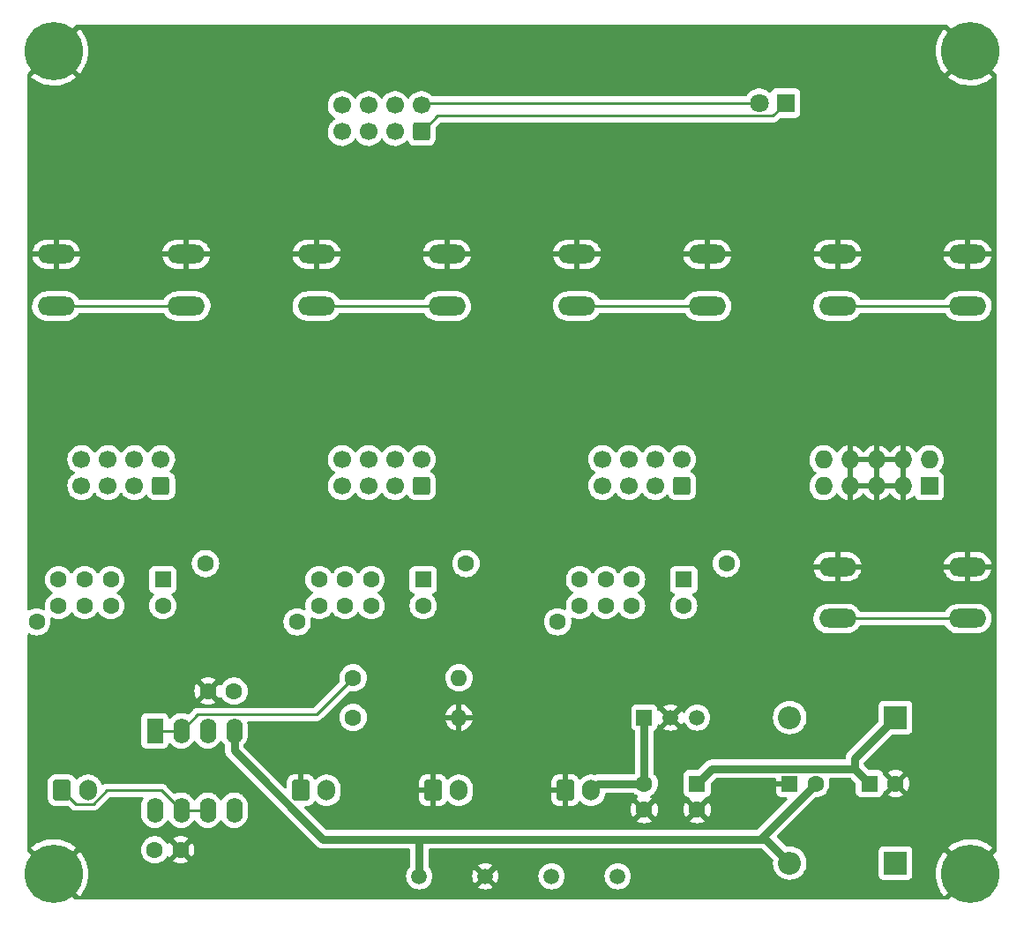
<source format=gbl>
G04 #@! TF.GenerationSoftware,KiCad,Pcbnew,6.0.9-8da3e8f707~116~ubuntu22.04.1*
G04 #@! TF.CreationDate,2022-11-12T12:36:30-05:00*
G04 #@! TF.ProjectId,dso138,64736f31-3338-42e6-9b69-6361645f7063,rev?*
G04 #@! TF.SameCoordinates,Original*
G04 #@! TF.FileFunction,Copper,L2,Bot*
G04 #@! TF.FilePolarity,Positive*
%FSLAX46Y46*%
G04 Gerber Fmt 4.6, Leading zero omitted, Abs format (unit mm)*
G04 Created by KiCad (PCBNEW 6.0.9-8da3e8f707~116~ubuntu22.04.1) date 2022-11-12 12:36:30*
%MOMM*%
%LPD*%
G01*
G04 APERTURE LIST*
G04 Aperture macros list*
%AMRoundRect*
0 Rectangle with rounded corners*
0 $1 Rounding radius*
0 $2 $3 $4 $5 $6 $7 $8 $9 X,Y pos of 4 corners*
0 Add a 4 corners polygon primitive as box body*
4,1,4,$2,$3,$4,$5,$6,$7,$8,$9,$2,$3,0*
0 Add four circle primitives for the rounded corners*
1,1,$1+$1,$2,$3*
1,1,$1+$1,$4,$5*
1,1,$1+$1,$6,$7*
1,1,$1+$1,$8,$9*
0 Add four rect primitives between the rounded corners*
20,1,$1+$1,$2,$3,$4,$5,0*
20,1,$1+$1,$4,$5,$6,$7,0*
20,1,$1+$1,$6,$7,$8,$9,0*
20,1,$1+$1,$8,$9,$2,$3,0*%
G04 Aperture macros list end*
G04 #@! TA.AperFunction,ComponentPad*
%ADD10C,5.600000*%
G04 #@! TD*
G04 #@! TA.AperFunction,ComponentPad*
%ADD11C,1.500000*%
G04 #@! TD*
G04 #@! TA.AperFunction,ComponentPad*
%ADD12O,3.606800X1.803400*%
G04 #@! TD*
G04 #@! TA.AperFunction,ComponentPad*
%ADD13R,1.800000X1.800000*%
G04 #@! TD*
G04 #@! TA.AperFunction,ComponentPad*
%ADD14C,1.800000*%
G04 #@! TD*
G04 #@! TA.AperFunction,WasherPad*
%ADD15C,1.600000*%
G04 #@! TD*
G04 #@! TA.AperFunction,ComponentPad*
%ADD16R,1.600000X1.600000*%
G04 #@! TD*
G04 #@! TA.AperFunction,ComponentPad*
%ADD17C,1.600000*%
G04 #@! TD*
G04 #@! TA.AperFunction,ComponentPad*
%ADD18RoundRect,0.250000X0.600000X-0.600000X0.600000X0.600000X-0.600000X0.600000X-0.600000X-0.600000X0*%
G04 #@! TD*
G04 #@! TA.AperFunction,ComponentPad*
%ADD19C,1.700000*%
G04 #@! TD*
G04 #@! TA.AperFunction,ComponentPad*
%ADD20RoundRect,0.250000X-0.600000X-0.750000X0.600000X-0.750000X0.600000X0.750000X-0.600000X0.750000X0*%
G04 #@! TD*
G04 #@! TA.AperFunction,ComponentPad*
%ADD21O,1.700000X2.000000*%
G04 #@! TD*
G04 #@! TA.AperFunction,ComponentPad*
%ADD22R,2.200000X2.200000*%
G04 #@! TD*
G04 #@! TA.AperFunction,ComponentPad*
%ADD23O,2.200000X2.200000*%
G04 #@! TD*
G04 #@! TA.AperFunction,ComponentPad*
%ADD24O,1.600000X1.600000*%
G04 #@! TD*
G04 #@! TA.AperFunction,ComponentPad*
%ADD25R,1.600000X2.400000*%
G04 #@! TD*
G04 #@! TA.AperFunction,ComponentPad*
%ADD26O,1.600000X2.400000*%
G04 #@! TD*
G04 #@! TA.AperFunction,ComponentPad*
%ADD27R,1.727200X1.727200*%
G04 #@! TD*
G04 #@! TA.AperFunction,ComponentPad*
%ADD28O,1.727200X1.727200*%
G04 #@! TD*
G04 #@! TA.AperFunction,ComponentPad*
%ADD29R,1.500000X1.500000*%
G04 #@! TD*
G04 #@! TA.AperFunction,Conductor*
%ADD30C,0.750000*%
G04 #@! TD*
G04 #@! TA.AperFunction,Conductor*
%ADD31C,0.250000*%
G04 #@! TD*
G04 APERTURE END LIST*
D10*
G04 #@! TO.P,H4,1*
G04 #@! TO.N,GND*
X144000000Y-162000000D03*
G04 #@! TD*
G04 #@! TO.P,H2,1*
G04 #@! TO.N,GND*
X144000000Y-83000000D03*
G04 #@! TD*
D11*
G04 #@! TO.P,TP3,1,1*
G04 #@! TO.N,-12V*
X91110000Y-162230000D03*
G04 #@! TD*
D12*
G04 #@! TO.P,SW2,1,1*
G04 #@! TO.N,GND*
X118748400Y-102510800D03*
X106251600Y-102510800D03*
G04 #@! TO.P,SW2,2,2*
G04 #@! TO.N,/SW_PLUS*
X118748400Y-107489200D03*
X106251600Y-107489200D03*
G04 #@! TD*
G04 #@! TO.P,SW1,1,1*
G04 #@! TO.N,GND*
X68748400Y-102510800D03*
X56251600Y-102510800D03*
G04 #@! TO.P,SW1,2,2*
G04 #@! TO.N,/SW_HOLDRUN*
X56251600Y-107489200D03*
X68748400Y-107489200D03*
G04 #@! TD*
D13*
G04 #@! TO.P,D3,1,K*
G04 #@! TO.N,/LED_K*
X126265000Y-88000000D03*
D14*
G04 #@! TO.P,D3,2,A*
G04 #@! TO.N,/LED_A*
X123725000Y-88000000D03*
G04 #@! TD*
D11*
G04 #@! TO.P,TP4,1,1*
G04 #@! TO.N,+9V*
X110160000Y-162230000D03*
G04 #@! TD*
D12*
G04 #@! TO.P,SW3,1,1*
G04 #@! TO.N,GND*
X81251600Y-102510800D03*
X93748400Y-102510800D03*
G04 #@! TO.P,SW3,2,2*
G04 #@! TO.N,/SW_MINUS*
X93748400Y-107489200D03*
X81251600Y-107489200D03*
G04 #@! TD*
D10*
G04 #@! TO.P,H3,1*
G04 #@! TO.N,GND*
X56000000Y-162000000D03*
G04 #@! TD*
D15*
G04 #@! TO.P,SW7,*
G04 #@! TO.N,*
X95587800Y-132205400D03*
X79387800Y-137805400D03*
D16*
G04 #@! TO.P,SW7,1,1*
G04 #@! TO.N,/SW_SEN1_10MV_A*
X91487800Y-133755400D03*
D17*
G04 #@! TO.P,SW7,2,2*
G04 #@! TO.N,/SW_SEN1_COMM_A*
X86487800Y-133755400D03*
G04 #@! TO.P,SW7,3,3*
G04 #@! TO.N,/SW_SEN1_100MV_A*
X83987800Y-133755400D03*
G04 #@! TO.P,SW7,4,4*
G04 #@! TO.N,/SW_SEN1_1V_A*
X81487800Y-133755400D03*
G04 #@! TO.P,SW7,5,5*
G04 #@! TO.N,/SW_SEN1_10MV_B*
X91487800Y-136255400D03*
G04 #@! TO.P,SW7,6,6*
G04 #@! TO.N,/SW_SEN1_COMM_B*
X86487800Y-136255400D03*
G04 #@! TO.P,SW7,7,7*
G04 #@! TO.N,/SW_SEN1_100MV_B*
X83987800Y-136255400D03*
G04 #@! TO.P,SW7,8,8*
G04 #@! TO.N,/SW_SEN1_1V_B*
X81487800Y-136255400D03*
G04 #@! TD*
D11*
G04 #@! TO.P,TP1,1,1*
G04 #@! TO.N,+12V*
X103810000Y-162230000D03*
G04 #@! TD*
D15*
G04 #@! TO.P,SW8,*
G04 #@! TO.N,*
X104387800Y-137805400D03*
X120587800Y-132205400D03*
D16*
G04 #@! TO.P,SW8,1,1*
G04 #@! TO.N,/SW_SEN2_X1_A*
X116487800Y-133755400D03*
D17*
G04 #@! TO.P,SW8,2,2*
G04 #@! TO.N,/SW_SEN2_COMM_A*
X111487800Y-133755400D03*
G04 #@! TO.P,SW8,3,3*
G04 #@! TO.N,/SW_SEN2_X2_A*
X108987800Y-133755400D03*
G04 #@! TO.P,SW8,4,4*
G04 #@! TO.N,/SW_SEN2_X5_A*
X106487800Y-133755400D03*
G04 #@! TO.P,SW8,5,5*
G04 #@! TO.N,/SW_SEN2_X1_B*
X116487800Y-136255400D03*
G04 #@! TO.P,SW8,6,6*
G04 #@! TO.N,/SW_SEN2_COMM_B*
X111487800Y-136255400D03*
G04 #@! TO.P,SW8,7,7*
G04 #@! TO.N,/SW_SEN2_X2_B*
X108987800Y-136255400D03*
G04 #@! TO.P,SW8,8,8*
G04 #@! TO.N,/SW_SEN2_X5_B*
X106487800Y-136255400D03*
G04 #@! TD*
D10*
G04 #@! TO.P,H1,1*
G04 #@! TO.N,GND*
X56000000Y-83000000D03*
G04 #@! TD*
D12*
G04 #@! TO.P,SW4,1,1*
G04 #@! TO.N,GND*
X131251600Y-102510800D03*
X143748400Y-102510800D03*
G04 #@! TO.P,SW4,2,2*
G04 #@! TO.N,/SW_SELECT*
X131251600Y-107489200D03*
X143748400Y-107489200D03*
G04 #@! TD*
D15*
G04 #@! TO.P,SW6,*
G04 #@! TO.N,*
X70587800Y-132205400D03*
X54387800Y-137805400D03*
D16*
G04 #@! TO.P,SW6,1,1*
G04 #@! TO.N,/SW_CPL_DC_A*
X66487800Y-133755400D03*
D17*
G04 #@! TO.P,SW6,2,2*
G04 #@! TO.N,/SW_CPL_COMM_A*
X61487800Y-133755400D03*
G04 #@! TO.P,SW6,3,3*
G04 #@! TO.N,/SW_CPL_AC_A*
X58987800Y-133755400D03*
G04 #@! TO.P,SW6,4,4*
G04 #@! TO.N,/SW_CPL_GND_A*
X56487800Y-133755400D03*
G04 #@! TO.P,SW6,5,5*
G04 #@! TO.N,/SW_CPL_DC_B*
X66487800Y-136255400D03*
G04 #@! TO.P,SW6,6,6*
G04 #@! TO.N,/SW_CPL_COMM_B*
X61487800Y-136255400D03*
G04 #@! TO.P,SW6,7,7*
G04 #@! TO.N,/SW_CPL_AC_B*
X58987800Y-136255400D03*
G04 #@! TO.P,SW6,8,8*
G04 #@! TO.N,/SW_CPL_GND_B*
X56487800Y-136255400D03*
G04 #@! TD*
D11*
G04 #@! TO.P,TP2,1,1*
G04 #@! TO.N,GND*
X97460000Y-162230000D03*
G04 #@! TD*
D12*
G04 #@! TO.P,SW5,1,1*
G04 #@! TO.N,GND*
X131251600Y-132510800D03*
X143748400Y-132510800D03*
G04 #@! TO.P,SW5,2,2*
G04 #@! TO.N,/SW_RESET*
X131251600Y-137489200D03*
X143748400Y-137489200D03*
G04 #@! TD*
D18*
G04 #@! TO.P,J8,1,Pin_1*
G04 #@! TO.N,/LED_K*
X91310000Y-90752500D03*
D19*
G04 #@! TO.P,J8,2,Pin_2*
G04 #@! TO.N,/LED_A*
X91310000Y-88212500D03*
G04 #@! TO.P,J8,3,Pin_3*
G04 #@! TO.N,/SW_RESET*
X88770000Y-90752500D03*
G04 #@! TO.P,J8,4,Pin_4*
G04 #@! TO.N,/SW_SELECT*
X88770000Y-88212500D03*
G04 #@! TO.P,J8,5,Pin_5*
G04 #@! TO.N,/SW_MINUS*
X86230000Y-90752500D03*
G04 #@! TO.P,J8,6,Pin_6*
G04 #@! TO.N,/SW_PLUS*
X86230000Y-88212500D03*
G04 #@! TO.P,J8,7,Pin_7*
G04 #@! TO.N,/INPUT*
X83690000Y-90752500D03*
G04 #@! TO.P,J8,8,Pin_8*
G04 #@! TO.N,/SW_HOLDRUN*
X83690000Y-88212500D03*
G04 #@! TD*
D20*
G04 #@! TO.P,J3,1,Pin_1*
G04 #@! TO.N,GND*
X79720000Y-153975000D03*
D21*
G04 #@! TO.P,J3,2,Pin_2*
G04 #@! TO.N,/AUDIO_IN*
X82220000Y-153975000D03*
G04 #@! TD*
D22*
G04 #@! TO.P,D2,1,K*
G04 #@! TO.N,/-12_IN*
X136830000Y-160960000D03*
D23*
G04 #@! TO.P,D2,2,A*
G04 #@! TO.N,-12V*
X126670000Y-160960000D03*
G04 #@! TD*
D16*
G04 #@! TO.P,C1,1*
G04 #@! TO.N,+12V*
X134330000Y-153340000D03*
D17*
G04 #@! TO.P,C1,2*
G04 #@! TO.N,GND*
X136830000Y-153340000D03*
G04 #@! TD*
D20*
G04 #@! TO.P,J2,1,Pin_1*
G04 #@! TO.N,/AUDIO_BUF*
X56820000Y-153975000D03*
D21*
G04 #@! TO.P,J2,2,Pin_2*
G04 #@! TO.N,/INPUT*
X59320000Y-153975000D03*
G04 #@! TD*
D18*
G04 #@! TO.P,J6,1,Pin_1*
G04 #@! TO.N,/SW_SEN1_10MV_B*
X91310000Y-124752500D03*
D19*
G04 #@! TO.P,J6,2,Pin_2*
G04 #@! TO.N,/SW_SEN1_10MV_A*
X91310000Y-122212500D03*
G04 #@! TO.P,J6,3,Pin_3*
G04 #@! TO.N,/SW_SEN1_COMM_B*
X88770000Y-124752500D03*
G04 #@! TO.P,J6,4,Pin_4*
G04 #@! TO.N,/SW_SEN1_COMM_A*
X88770000Y-122212500D03*
G04 #@! TO.P,J6,5,Pin_5*
G04 #@! TO.N,/SW_SEN1_100MV_B*
X86230000Y-124752500D03*
G04 #@! TO.P,J6,6,Pin_6*
G04 #@! TO.N,/SW_SEN1_100MV_A*
X86230000Y-122212500D03*
G04 #@! TO.P,J6,7,Pin_7*
G04 #@! TO.N,/SW_SEN1_1V_B*
X83690000Y-124752500D03*
G04 #@! TO.P,J6,8,Pin_8*
G04 #@! TO.N,/SW_SEN1_1V_A*
X83690000Y-122212500D03*
G04 #@! TD*
D18*
G04 #@! TO.P,J7,1,Pin_1*
G04 #@! TO.N,/SW_SEN2_X1_B*
X116310000Y-124752500D03*
D19*
G04 #@! TO.P,J7,2,Pin_2*
G04 #@! TO.N,/SW_SEN2_X1_A*
X116310000Y-122212500D03*
G04 #@! TO.P,J7,3,Pin_3*
G04 #@! TO.N,/SW_SEN2_COMM_B*
X113770000Y-124752500D03*
G04 #@! TO.P,J7,4,Pin_4*
G04 #@! TO.N,/SW_SEN2_COMM_A*
X113770000Y-122212500D03*
G04 #@! TO.P,J7,5,Pin_5*
G04 #@! TO.N,/SW_SEN2_X2_B*
X111230000Y-124752500D03*
G04 #@! TO.P,J7,6,Pin_6*
G04 #@! TO.N,/SW_SEN2_X2_A*
X111230000Y-122212500D03*
G04 #@! TO.P,J7,7,Pin_7*
G04 #@! TO.N,/SW_SEN2_X5_B*
X108690000Y-124752500D03*
G04 #@! TO.P,J7,8,Pin_8*
G04 #@! TO.N,/SW_SEN2_X5_A*
X108690000Y-122212500D03*
G04 #@! TD*
D16*
G04 #@! TO.P,C2,1*
G04 #@! TO.N,GND*
X126670000Y-153340000D03*
D17*
G04 #@! TO.P,C2,2*
G04 #@! TO.N,-12V*
X129170000Y-153340000D03*
G04 #@! TD*
D20*
G04 #@! TO.P,J4,1,Pin_1*
G04 #@! TO.N,GND*
X92420000Y-153975000D03*
D21*
G04 #@! TO.P,J4,2,Pin_2*
G04 #@! TO.N,/AUDIO_THROUGH*
X94920000Y-153975000D03*
G04 #@! TD*
D17*
G04 #@! TO.P,R2,1*
G04 #@! TO.N,Net-(R2-Pad1)*
X84760000Y-143180000D03*
D24*
G04 #@! TO.P,R2,2*
G04 #@! TO.N,/AUDIO_THROUGH*
X94920000Y-143180000D03*
G04 #@! TD*
D22*
G04 #@! TO.P,D1,1,K*
G04 #@! TO.N,+12V*
X136830000Y-146990000D03*
D23*
G04 #@! TO.P,D1,2,A*
G04 #@! TO.N,/+12_IN*
X126670000Y-146990000D03*
G04 #@! TD*
D25*
G04 #@! TO.P,U1,1*
G04 #@! TO.N,Net-(R2-Pad1)*
X65720000Y-148270000D03*
D26*
G04 #@! TO.P,U1,2,-*
X68260000Y-148270000D03*
G04 #@! TO.P,U1,3,+*
G04 #@! TO.N,/AUDIO_IN*
X70800000Y-148270000D03*
G04 #@! TO.P,U1,4,V-*
G04 #@! TO.N,-12V*
X73340000Y-148270000D03*
G04 #@! TO.P,U1,5,+*
G04 #@! TO.N,/AUDIO_IN*
X73340000Y-155890000D03*
G04 #@! TO.P,U1,6,-*
G04 #@! TO.N,/AUDIO_BUF*
X70800000Y-155890000D03*
G04 #@! TO.P,U1,7*
X68260000Y-155890000D03*
G04 #@! TO.P,U1,8,V+*
G04 #@! TO.N,+12V*
X65720000Y-155890000D03*
G04 #@! TD*
D16*
G04 #@! TO.P,C5,1*
G04 #@! TO.N,+12V*
X117780000Y-153340000D03*
D17*
G04 #@! TO.P,C5,2*
G04 #@! TO.N,GND*
X117780000Y-155840000D03*
G04 #@! TD*
G04 #@! TO.P,C4,1*
G04 #@! TO.N,GND*
X70830000Y-144460000D03*
G04 #@! TO.P,C4,2*
G04 #@! TO.N,-12V*
X73330000Y-144460000D03*
G04 #@! TD*
D18*
G04 #@! TO.P,J5,1,Pin_1*
G04 #@! TO.N,/SW_CPL_DC_B*
X66310000Y-124752500D03*
D19*
G04 #@! TO.P,J5,2,Pin_2*
G04 #@! TO.N,/SW_CPL_DC_A*
X66310000Y-122212500D03*
G04 #@! TO.P,J5,3,Pin_3*
G04 #@! TO.N,/SW_CPL_COMM_B*
X63770000Y-124752500D03*
G04 #@! TO.P,J5,4,Pin_4*
G04 #@! TO.N,/SW_CPL_COMM_A*
X63770000Y-122212500D03*
G04 #@! TO.P,J5,5,Pin_5*
G04 #@! TO.N,/SW_CPL_AC_B*
X61230000Y-124752500D03*
G04 #@! TO.P,J5,6,Pin_6*
G04 #@! TO.N,/SW_CPL_AC_A*
X61230000Y-122212500D03*
G04 #@! TO.P,J5,7,Pin_7*
G04 #@! TO.N,/SW_CPL_GND_B*
X58690000Y-124752500D03*
G04 #@! TO.P,J5,8,Pin_8*
G04 #@! TO.N,/SW_CPL_GND_A*
X58690000Y-122212500D03*
G04 #@! TD*
D27*
G04 #@! TO.P,J1,1,-12V*
G04 #@! TO.N,/-12_IN*
X140080000Y-124770000D03*
D28*
G04 #@! TO.P,J1,2,-12V*
X140080000Y-122230000D03*
G04 #@! TO.P,J1,3,GND*
G04 #@! TO.N,GND*
X137540000Y-124770000D03*
G04 #@! TO.P,J1,4,GND*
X137540000Y-122230000D03*
G04 #@! TO.P,J1,5,GND*
X135000000Y-124770000D03*
G04 #@! TO.P,J1,6,GND*
X135000000Y-122230000D03*
G04 #@! TO.P,J1,7,GND*
X132460000Y-124770000D03*
G04 #@! TO.P,J1,8,GND*
X132460000Y-122230000D03*
G04 #@! TO.P,J1,9,+12V*
G04 #@! TO.N,/+12_IN*
X129920000Y-124770000D03*
G04 #@! TO.P,J1,10,+12V*
X129920000Y-122230000D03*
G04 #@! TD*
D17*
G04 #@! TO.P,C6,1*
G04 #@! TO.N,+9V*
X112700000Y-153340000D03*
G04 #@! TO.P,C6,2*
G04 #@! TO.N,GND*
X112700000Y-155840000D03*
G04 #@! TD*
D20*
G04 #@! TO.P,J9,1,Pin_1*
G04 #@! TO.N,GND*
X105120000Y-153975000D03*
D21*
G04 #@! TO.P,J9,2,Pin_2*
G04 #@! TO.N,+9V*
X107620000Y-153975000D03*
G04 #@! TD*
D17*
G04 #@! TO.P,C3,1*
G04 #@! TO.N,+12V*
X65710000Y-159700000D03*
G04 #@! TO.P,C3,2*
G04 #@! TO.N,GND*
X68210000Y-159700000D03*
G04 #@! TD*
D29*
G04 #@! TO.P,U2,1,VO*
G04 #@! TO.N,+9V*
X112700000Y-146990000D03*
D11*
G04 #@! TO.P,U2,2,GND*
G04 #@! TO.N,GND*
X115240000Y-146990000D03*
G04 #@! TO.P,U2,3,VI*
G04 #@! TO.N,+12V*
X117780000Y-146990000D03*
G04 #@! TD*
D17*
G04 #@! TO.P,R1,1*
G04 #@! TO.N,/AUDIO_IN*
X84760000Y-146990000D03*
D24*
G04 #@! TO.P,R1,2*
G04 #@! TO.N,GND*
X94920000Y-146990000D03*
G04 #@! TD*
D30*
G04 #@! TO.N,+12V*
X119205000Y-151915000D02*
X132905000Y-151915000D01*
X117780000Y-153340000D02*
X119205000Y-151915000D01*
X132905000Y-151915000D02*
X134330000Y-153340000D01*
X132905000Y-150915000D02*
X136830000Y-146990000D01*
X132905000Y-151915000D02*
X132905000Y-150915000D01*
G04 #@! TO.N,-12V*
X81832563Y-158675000D02*
X73340000Y-150182437D01*
X91110000Y-162230000D02*
X91110000Y-158674000D01*
X124385000Y-158675000D02*
X126670000Y-160960000D01*
X123835000Y-158675000D02*
X124385000Y-158675000D01*
X129170000Y-153340000D02*
X123835000Y-158675000D01*
X73340000Y-150182437D02*
X73340000Y-148270000D01*
X123835000Y-158675000D02*
X81832563Y-158675000D01*
G04 #@! TO.N,+9V*
X108255000Y-153340000D02*
X107620000Y-153975000D01*
X112700000Y-146990000D02*
X112700000Y-153340000D01*
X112700000Y-153340000D02*
X108255000Y-153340000D01*
D31*
G04 #@! TO.N,/AUDIO_BUF*
X59806701Y-155300000D02*
X61131701Y-153975000D01*
X56820000Y-153975000D02*
X58145000Y-155300000D01*
X61131701Y-153975000D02*
X66345000Y-153975000D01*
X58145000Y-155300000D02*
X59806701Y-155300000D01*
X66345000Y-153975000D02*
X68260000Y-155890000D01*
X68260000Y-155890000D02*
X70800000Y-155890000D01*
G04 #@! TO.N,/SW_HOLDRUN*
X56251600Y-107489200D02*
X68748400Y-107489200D01*
G04 #@! TO.N,/SW_PLUS*
X106251600Y-107489200D02*
X118748400Y-107489200D01*
G04 #@! TO.N,/SW_MINUS*
X81251600Y-107489200D02*
X93748400Y-107489200D01*
G04 #@! TO.N,/SW_SELECT*
X131251600Y-107489200D02*
X143748400Y-107489200D01*
G04 #@! TO.N,Net-(R2-Pad1)*
X68260000Y-148270000D02*
X65720000Y-148270000D01*
X81245000Y-146695000D02*
X84760000Y-143180000D01*
X68260000Y-148270000D02*
X69835000Y-146695000D01*
X69835000Y-146695000D02*
X81245000Y-146695000D01*
G04 #@! TO.N,/SW_RESET*
X131251600Y-137489200D02*
X143748400Y-137489200D01*
G04 #@! TO.N,/LED_K*
X123197588Y-89205000D02*
X123217588Y-89225000D01*
X123217588Y-89225000D02*
X125040000Y-89225000D01*
X91310000Y-90787500D02*
X92892500Y-89205000D01*
X92892500Y-89205000D02*
X123197588Y-89205000D01*
X125040000Y-89225000D02*
X126265000Y-88000000D01*
G04 #@! TO.N,/LED_A*
X91557500Y-88000000D02*
X123725000Y-88000000D01*
G04 #@! TD*
G04 #@! TA.AperFunction,Conductor*
G04 #@! TO.N,GND*
G36*
X141883642Y-80528502D02*
G01*
X141904616Y-80545405D01*
X144000000Y-82640790D01*
X146454595Y-85095384D01*
X146488621Y-85157696D01*
X146491500Y-85184479D01*
X146491500Y-159815521D01*
X146471498Y-159883642D01*
X146454595Y-159904616D01*
X144359210Y-162000000D01*
X144000000Y-162359210D01*
X141904616Y-164454595D01*
X141842304Y-164488621D01*
X141815521Y-164491500D01*
X58184479Y-164491500D01*
X58116358Y-164471498D01*
X58095384Y-164454595D01*
X55641921Y-162001131D01*
X56364408Y-162001131D01*
X56364539Y-162002966D01*
X56368790Y-162009580D01*
X58499009Y-164139798D01*
X58512605Y-164147223D01*
X58522218Y-164140522D01*
X58622518Y-164023912D01*
X58626676Y-164018514D01*
X58825762Y-163728840D01*
X58829310Y-163723029D01*
X58995942Y-163413559D01*
X58998849Y-163407381D01*
X59131090Y-163081713D01*
X59133304Y-163075283D01*
X59229598Y-162737237D01*
X59231105Y-162730607D01*
X59290332Y-162384118D01*
X59291112Y-162377378D01*
X59312668Y-162024925D01*
X59312784Y-162021323D01*
X59312853Y-162001819D01*
X59312761Y-161998194D01*
X59293666Y-161645615D01*
X59292931Y-161638849D01*
X59236130Y-161291985D01*
X59234663Y-161285313D01*
X59140736Y-160946627D01*
X59138562Y-160940163D01*
X59008598Y-160613578D01*
X59005742Y-160607398D01*
X58841269Y-160296763D01*
X58837769Y-160290937D01*
X58640697Y-159999862D01*
X58636590Y-159994453D01*
X58523565Y-159861179D01*
X58510740Y-159852743D01*
X58500416Y-159858795D01*
X56372020Y-161987190D01*
X56364408Y-162001131D01*
X55641921Y-162001131D01*
X55640790Y-162000000D01*
X53545405Y-159904616D01*
X53511379Y-159842304D01*
X53508500Y-159815521D01*
X53508500Y-159486862D01*
X53849950Y-159486862D01*
X53849986Y-159487704D01*
X53855037Y-159495826D01*
X55987190Y-161627980D01*
X56001131Y-161635592D01*
X56002966Y-161635461D01*
X56009580Y-161631210D01*
X57940789Y-159700000D01*
X64396502Y-159700000D01*
X64416457Y-159928087D01*
X64417881Y-159933400D01*
X64417881Y-159933402D01*
X64455025Y-160072022D01*
X64475716Y-160149243D01*
X64478039Y-160154224D01*
X64478039Y-160154225D01*
X64570151Y-160351762D01*
X64570154Y-160351767D01*
X64572477Y-160356749D01*
X64703802Y-160544300D01*
X64865700Y-160706198D01*
X64870208Y-160709355D01*
X64870211Y-160709357D01*
X64874744Y-160712531D01*
X65053251Y-160837523D01*
X65058233Y-160839846D01*
X65058238Y-160839849D01*
X65249893Y-160929218D01*
X65260757Y-160934284D01*
X65266065Y-160935706D01*
X65266067Y-160935707D01*
X65476598Y-160992119D01*
X65476600Y-160992119D01*
X65481913Y-160993543D01*
X65710000Y-161013498D01*
X65938087Y-160993543D01*
X65943400Y-160992119D01*
X65943402Y-160992119D01*
X66153933Y-160935707D01*
X66153935Y-160935706D01*
X66159243Y-160934284D01*
X66170107Y-160929218D01*
X66361762Y-160839849D01*
X66361767Y-160839846D01*
X66366749Y-160837523D01*
X66440243Y-160786062D01*
X67488493Y-160786062D01*
X67497789Y-160798077D01*
X67548994Y-160833931D01*
X67558489Y-160839414D01*
X67755947Y-160931490D01*
X67766239Y-160935236D01*
X67976688Y-160991625D01*
X67987481Y-160993528D01*
X68204525Y-161012517D01*
X68215475Y-161012517D01*
X68432519Y-160993528D01*
X68443312Y-160991625D01*
X68653761Y-160935236D01*
X68664053Y-160931490D01*
X68861511Y-160839414D01*
X68871006Y-160833931D01*
X68923048Y-160797491D01*
X68931424Y-160787012D01*
X68924356Y-160773566D01*
X68222812Y-160072022D01*
X68208868Y-160064408D01*
X68207035Y-160064539D01*
X68200420Y-160068790D01*
X67494923Y-160774287D01*
X67488493Y-160786062D01*
X66440243Y-160786062D01*
X66545256Y-160712531D01*
X66549789Y-160709357D01*
X66549792Y-160709355D01*
X66554300Y-160706198D01*
X66716198Y-160544300D01*
X66847523Y-160356749D01*
X66849847Y-160351765D01*
X66851171Y-160349472D01*
X66902553Y-160300479D01*
X66972267Y-160287043D01*
X67038178Y-160313429D01*
X67069409Y-160349472D01*
X67076066Y-160361002D01*
X67112509Y-160413048D01*
X67122988Y-160421424D01*
X67136434Y-160414356D01*
X67837978Y-159712812D01*
X67844356Y-159701132D01*
X68574408Y-159701132D01*
X68574539Y-159702965D01*
X68578790Y-159709580D01*
X69284287Y-160415077D01*
X69296062Y-160421507D01*
X69308077Y-160412211D01*
X69343931Y-160361006D01*
X69349414Y-160351511D01*
X69441490Y-160154053D01*
X69445236Y-160143761D01*
X69501625Y-159933312D01*
X69503528Y-159922519D01*
X69522517Y-159705475D01*
X69522517Y-159694525D01*
X69503528Y-159477481D01*
X69501625Y-159466688D01*
X69445236Y-159256239D01*
X69441490Y-159245947D01*
X69349414Y-159048489D01*
X69343931Y-159038994D01*
X69307491Y-158986952D01*
X69297012Y-158978576D01*
X69283566Y-158985644D01*
X68582022Y-159687188D01*
X68574408Y-159701132D01*
X67844356Y-159701132D01*
X67845592Y-159698868D01*
X67845461Y-159697035D01*
X67841210Y-159690420D01*
X67135713Y-158984923D01*
X67123938Y-158978493D01*
X67111923Y-158987789D01*
X67076066Y-159038998D01*
X67069409Y-159050528D01*
X67018027Y-159099521D01*
X66948313Y-159112958D01*
X66882402Y-159086571D01*
X66851171Y-159050528D01*
X66849847Y-159048235D01*
X66847523Y-159043251D01*
X66716198Y-158855700D01*
X66554300Y-158693802D01*
X66549792Y-158690645D01*
X66549789Y-158690643D01*
X66438886Y-158612988D01*
X67488576Y-158612988D01*
X67495644Y-158626434D01*
X68197188Y-159327978D01*
X68211132Y-159335592D01*
X68212965Y-159335461D01*
X68219580Y-159331210D01*
X68925077Y-158625713D01*
X68931507Y-158613938D01*
X68922211Y-158601923D01*
X68871006Y-158566069D01*
X68861511Y-158560586D01*
X68664053Y-158468510D01*
X68653761Y-158464764D01*
X68443312Y-158408375D01*
X68432519Y-158406472D01*
X68215475Y-158387483D01*
X68204525Y-158387483D01*
X67987481Y-158406472D01*
X67976688Y-158408375D01*
X67766239Y-158464764D01*
X67755947Y-158468510D01*
X67558489Y-158560586D01*
X67548994Y-158566069D01*
X67496952Y-158602509D01*
X67488576Y-158612988D01*
X66438886Y-158612988D01*
X66423920Y-158602509D01*
X66366749Y-158562477D01*
X66361767Y-158560154D01*
X66361762Y-158560151D01*
X66164225Y-158468039D01*
X66164224Y-158468039D01*
X66159243Y-158465716D01*
X66153935Y-158464294D01*
X66153933Y-158464293D01*
X65943402Y-158407881D01*
X65943400Y-158407881D01*
X65938087Y-158406457D01*
X65710000Y-158386502D01*
X65481913Y-158406457D01*
X65476600Y-158407881D01*
X65476598Y-158407881D01*
X65266067Y-158464293D01*
X65266065Y-158464294D01*
X65260757Y-158465716D01*
X65255776Y-158468039D01*
X65255775Y-158468039D01*
X65058238Y-158560151D01*
X65058233Y-158560154D01*
X65053251Y-158562477D01*
X64996080Y-158602509D01*
X64870211Y-158690643D01*
X64870208Y-158690645D01*
X64865700Y-158693802D01*
X64703802Y-158855700D01*
X64572477Y-159043251D01*
X64570154Y-159048233D01*
X64570151Y-159048238D01*
X64546238Y-159099521D01*
X64475716Y-159250757D01*
X64474294Y-159256065D01*
X64474293Y-159256067D01*
X64421873Y-159451700D01*
X64416457Y-159471913D01*
X64396502Y-159700000D01*
X57940789Y-159700000D01*
X58142798Y-159497991D01*
X58150412Y-159484047D01*
X58150344Y-159483089D01*
X58145836Y-159476272D01*
X58144418Y-159475065D01*
X57864813Y-159262064D01*
X57859187Y-159258240D01*
X57558214Y-159076681D01*
X57552202Y-159073484D01*
X57233370Y-158925487D01*
X57227070Y-158922967D01*
X56894129Y-158810273D01*
X56887551Y-158808437D01*
X56544417Y-158732367D01*
X56537678Y-158731251D01*
X56188310Y-158692680D01*
X56181529Y-158692301D01*
X55830015Y-158691687D01*
X55823242Y-158692042D01*
X55473720Y-158729395D01*
X55467010Y-158730482D01*
X55123586Y-158805361D01*
X55117011Y-158807172D01*
X54783683Y-158918702D01*
X54777361Y-158921205D01*
X54458034Y-159068079D01*
X54451991Y-159071265D01*
X54150401Y-159251763D01*
X54144755Y-159255571D01*
X53864408Y-159467596D01*
X53859211Y-159471987D01*
X53857972Y-159473155D01*
X53849950Y-159486862D01*
X53508500Y-159486862D01*
X53508500Y-154775400D01*
X55461500Y-154775400D01*
X55461837Y-154778646D01*
X55461837Y-154778650D01*
X55471752Y-154874206D01*
X55472474Y-154881166D01*
X55474655Y-154887702D01*
X55474655Y-154887704D01*
X55509908Y-154993369D01*
X55528450Y-155048946D01*
X55621522Y-155199348D01*
X55746697Y-155324305D01*
X55752927Y-155328145D01*
X55752928Y-155328146D01*
X55890288Y-155412816D01*
X55897262Y-155417115D01*
X55932938Y-155428948D01*
X56058611Y-155470632D01*
X56058613Y-155470632D01*
X56065139Y-155472797D01*
X56071975Y-155473497D01*
X56071978Y-155473498D01*
X56107663Y-155477154D01*
X56169600Y-155483500D01*
X57380405Y-155483500D01*
X57448526Y-155503502D01*
X57469500Y-155520405D01*
X57641348Y-155692253D01*
X57648888Y-155700539D01*
X57653000Y-155707018D01*
X57658777Y-155712443D01*
X57702651Y-155753643D01*
X57705493Y-155756398D01*
X57725230Y-155776135D01*
X57728427Y-155778615D01*
X57737447Y-155786318D01*
X57769679Y-155816586D01*
X57776625Y-155820405D01*
X57776628Y-155820407D01*
X57787434Y-155826348D01*
X57803953Y-155837199D01*
X57819959Y-155849614D01*
X57827228Y-155852759D01*
X57827232Y-155852762D01*
X57860537Y-155867174D01*
X57871187Y-155872391D01*
X57909940Y-155893695D01*
X57917615Y-155895666D01*
X57917616Y-155895666D01*
X57929562Y-155898733D01*
X57948267Y-155905137D01*
X57966855Y-155913181D01*
X57974678Y-155914420D01*
X57974688Y-155914423D01*
X58010524Y-155920099D01*
X58022144Y-155922505D01*
X58053959Y-155930673D01*
X58064970Y-155933500D01*
X58085224Y-155933500D01*
X58104934Y-155935051D01*
X58124943Y-155938220D01*
X58132835Y-155937474D01*
X58151580Y-155935702D01*
X58168962Y-155934059D01*
X58180819Y-155933500D01*
X59727934Y-155933500D01*
X59739117Y-155934027D01*
X59746610Y-155935702D01*
X59754536Y-155935453D01*
X59754537Y-155935453D01*
X59814687Y-155933562D01*
X59818646Y-155933500D01*
X59846557Y-155933500D01*
X59850492Y-155933003D01*
X59850557Y-155932995D01*
X59862394Y-155932062D01*
X59894652Y-155931048D01*
X59898671Y-155930922D01*
X59906590Y-155930673D01*
X59926044Y-155925021D01*
X59945401Y-155921013D01*
X59957631Y-155919468D01*
X59957632Y-155919468D01*
X59965498Y-155918474D01*
X59972869Y-155915555D01*
X59972871Y-155915555D01*
X60006613Y-155902196D01*
X60017843Y-155898351D01*
X60052684Y-155888229D01*
X60052685Y-155888229D01*
X60060294Y-155886018D01*
X60067113Y-155881985D01*
X60067118Y-155881983D01*
X60077729Y-155875707D01*
X60095477Y-155867012D01*
X60114318Y-155859552D01*
X60128044Y-155849580D01*
X60150088Y-155833564D01*
X60160008Y-155827048D01*
X60191236Y-155808580D01*
X60191239Y-155808578D01*
X60198063Y-155804542D01*
X60212384Y-155790221D01*
X60227418Y-155777380D01*
X60237395Y-155770131D01*
X60243808Y-155765472D01*
X60271999Y-155731395D01*
X60279989Y-155722616D01*
X61357201Y-154645405D01*
X61419513Y-154611379D01*
X61446296Y-154608500D01*
X64497806Y-154608500D01*
X64565927Y-154628502D01*
X64612420Y-154682158D01*
X64622524Y-154752432D01*
X64601018Y-154806772D01*
X64582477Y-154833251D01*
X64580154Y-154838233D01*
X64580151Y-154838238D01*
X64557085Y-154887704D01*
X64485716Y-155040757D01*
X64484294Y-155046065D01*
X64484293Y-155046067D01*
X64427881Y-155256598D01*
X64426457Y-155261913D01*
X64419323Y-155343456D01*
X64412879Y-155417115D01*
X64411500Y-155432873D01*
X64411500Y-156347127D01*
X64426457Y-156518087D01*
X64427881Y-156523400D01*
X64427881Y-156523402D01*
X64436369Y-156555077D01*
X64485716Y-156739243D01*
X64488039Y-156744224D01*
X64488039Y-156744225D01*
X64580151Y-156941762D01*
X64580154Y-156941767D01*
X64582477Y-156946749D01*
X64713802Y-157134300D01*
X64875700Y-157296198D01*
X64880208Y-157299355D01*
X64880211Y-157299357D01*
X64958389Y-157354098D01*
X65063251Y-157427523D01*
X65068233Y-157429846D01*
X65068238Y-157429849D01*
X65265775Y-157521961D01*
X65270757Y-157524284D01*
X65276065Y-157525706D01*
X65276067Y-157525707D01*
X65486598Y-157582119D01*
X65486600Y-157582119D01*
X65491913Y-157583543D01*
X65720000Y-157603498D01*
X65948087Y-157583543D01*
X65953400Y-157582119D01*
X65953402Y-157582119D01*
X66163933Y-157525707D01*
X66163935Y-157525706D01*
X66169243Y-157524284D01*
X66174225Y-157521961D01*
X66371762Y-157429849D01*
X66371767Y-157429846D01*
X66376749Y-157427523D01*
X66481611Y-157354098D01*
X66559789Y-157299357D01*
X66559792Y-157299355D01*
X66564300Y-157296198D01*
X66726198Y-157134300D01*
X66857523Y-156946749D01*
X66859846Y-156941767D01*
X66859849Y-156941762D01*
X66875805Y-156907543D01*
X66922722Y-156854258D01*
X66990999Y-156834797D01*
X67058959Y-156855339D01*
X67104195Y-156907543D01*
X67120151Y-156941762D01*
X67120154Y-156941767D01*
X67122477Y-156946749D01*
X67253802Y-157134300D01*
X67415700Y-157296198D01*
X67420208Y-157299355D01*
X67420211Y-157299357D01*
X67498389Y-157354098D01*
X67603251Y-157427523D01*
X67608233Y-157429846D01*
X67608238Y-157429849D01*
X67805775Y-157521961D01*
X67810757Y-157524284D01*
X67816065Y-157525706D01*
X67816067Y-157525707D01*
X68026598Y-157582119D01*
X68026600Y-157582119D01*
X68031913Y-157583543D01*
X68260000Y-157603498D01*
X68488087Y-157583543D01*
X68493400Y-157582119D01*
X68493402Y-157582119D01*
X68703933Y-157525707D01*
X68703935Y-157525706D01*
X68709243Y-157524284D01*
X68714225Y-157521961D01*
X68911762Y-157429849D01*
X68911767Y-157429846D01*
X68916749Y-157427523D01*
X69021611Y-157354098D01*
X69099789Y-157299357D01*
X69099792Y-157299355D01*
X69104300Y-157296198D01*
X69266198Y-157134300D01*
X69397523Y-156946749D01*
X69399846Y-156941767D01*
X69399849Y-156941762D01*
X69415805Y-156907543D01*
X69462722Y-156854258D01*
X69530999Y-156834797D01*
X69598959Y-156855339D01*
X69644195Y-156907543D01*
X69660151Y-156941762D01*
X69660154Y-156941767D01*
X69662477Y-156946749D01*
X69793802Y-157134300D01*
X69955700Y-157296198D01*
X69960208Y-157299355D01*
X69960211Y-157299357D01*
X70038389Y-157354098D01*
X70143251Y-157427523D01*
X70148233Y-157429846D01*
X70148238Y-157429849D01*
X70345775Y-157521961D01*
X70350757Y-157524284D01*
X70356065Y-157525706D01*
X70356067Y-157525707D01*
X70566598Y-157582119D01*
X70566600Y-157582119D01*
X70571913Y-157583543D01*
X70800000Y-157603498D01*
X71028087Y-157583543D01*
X71033400Y-157582119D01*
X71033402Y-157582119D01*
X71243933Y-157525707D01*
X71243935Y-157525706D01*
X71249243Y-157524284D01*
X71254225Y-157521961D01*
X71451762Y-157429849D01*
X71451767Y-157429846D01*
X71456749Y-157427523D01*
X71561611Y-157354098D01*
X71639789Y-157299357D01*
X71639792Y-157299355D01*
X71644300Y-157296198D01*
X71806198Y-157134300D01*
X71937523Y-156946749D01*
X71939846Y-156941767D01*
X71939849Y-156941762D01*
X71955805Y-156907543D01*
X72002722Y-156854258D01*
X72070999Y-156834797D01*
X72138959Y-156855339D01*
X72184195Y-156907543D01*
X72200151Y-156941762D01*
X72200154Y-156941767D01*
X72202477Y-156946749D01*
X72333802Y-157134300D01*
X72495700Y-157296198D01*
X72500208Y-157299355D01*
X72500211Y-157299357D01*
X72578389Y-157354098D01*
X72683251Y-157427523D01*
X72688233Y-157429846D01*
X72688238Y-157429849D01*
X72885775Y-157521961D01*
X72890757Y-157524284D01*
X72896065Y-157525706D01*
X72896067Y-157525707D01*
X73106598Y-157582119D01*
X73106600Y-157582119D01*
X73111913Y-157583543D01*
X73340000Y-157603498D01*
X73568087Y-157583543D01*
X73573400Y-157582119D01*
X73573402Y-157582119D01*
X73783933Y-157525707D01*
X73783935Y-157525706D01*
X73789243Y-157524284D01*
X73794225Y-157521961D01*
X73991762Y-157429849D01*
X73991767Y-157429846D01*
X73996749Y-157427523D01*
X74101611Y-157354098D01*
X74179789Y-157299357D01*
X74179792Y-157299355D01*
X74184300Y-157296198D01*
X74346198Y-157134300D01*
X74477523Y-156946749D01*
X74479846Y-156941767D01*
X74479849Y-156941762D01*
X74571961Y-156744225D01*
X74571961Y-156744224D01*
X74574284Y-156739243D01*
X74623632Y-156555077D01*
X74632119Y-156523402D01*
X74632119Y-156523400D01*
X74633543Y-156518087D01*
X74648500Y-156347127D01*
X74648500Y-155432873D01*
X74647122Y-155417115D01*
X74640677Y-155343456D01*
X74633543Y-155261913D01*
X74632119Y-155256598D01*
X74575707Y-155046067D01*
X74575706Y-155046065D01*
X74574284Y-155040757D01*
X74502915Y-154887704D01*
X74479849Y-154838238D01*
X74479846Y-154838233D01*
X74477523Y-154833251D01*
X74378523Y-154691865D01*
X74349357Y-154650211D01*
X74349355Y-154650208D01*
X74346198Y-154645700D01*
X74184300Y-154483802D01*
X74179792Y-154480645D01*
X74179789Y-154480643D01*
X74101611Y-154425902D01*
X73996749Y-154352477D01*
X73991767Y-154350154D01*
X73991762Y-154350151D01*
X73794225Y-154258039D01*
X73794224Y-154258039D01*
X73789243Y-154255716D01*
X73783935Y-154254294D01*
X73783933Y-154254293D01*
X73573402Y-154197881D01*
X73573400Y-154197881D01*
X73568087Y-154196457D01*
X73340000Y-154176502D01*
X73111913Y-154196457D01*
X73106600Y-154197881D01*
X73106598Y-154197881D01*
X72896067Y-154254293D01*
X72896065Y-154254294D01*
X72890757Y-154255716D01*
X72885776Y-154258039D01*
X72885775Y-154258039D01*
X72688238Y-154350151D01*
X72688233Y-154350154D01*
X72683251Y-154352477D01*
X72578389Y-154425902D01*
X72500211Y-154480643D01*
X72500208Y-154480645D01*
X72495700Y-154483802D01*
X72333802Y-154645700D01*
X72330645Y-154650208D01*
X72330643Y-154650211D01*
X72301477Y-154691865D01*
X72202477Y-154833251D01*
X72200154Y-154838233D01*
X72200151Y-154838238D01*
X72184195Y-154872457D01*
X72137278Y-154925742D01*
X72069001Y-154945203D01*
X72001041Y-154924661D01*
X71955805Y-154872457D01*
X71939849Y-154838238D01*
X71939846Y-154838233D01*
X71937523Y-154833251D01*
X71838523Y-154691865D01*
X71809357Y-154650211D01*
X71809355Y-154650208D01*
X71806198Y-154645700D01*
X71644300Y-154483802D01*
X71639792Y-154480645D01*
X71639789Y-154480643D01*
X71561611Y-154425902D01*
X71456749Y-154352477D01*
X71451767Y-154350154D01*
X71451762Y-154350151D01*
X71254225Y-154258039D01*
X71254224Y-154258039D01*
X71249243Y-154255716D01*
X71243935Y-154254294D01*
X71243933Y-154254293D01*
X71033402Y-154197881D01*
X71033400Y-154197881D01*
X71028087Y-154196457D01*
X70800000Y-154176502D01*
X70571913Y-154196457D01*
X70566600Y-154197881D01*
X70566598Y-154197881D01*
X70356067Y-154254293D01*
X70356065Y-154254294D01*
X70350757Y-154255716D01*
X70345776Y-154258039D01*
X70345775Y-154258039D01*
X70148238Y-154350151D01*
X70148233Y-154350154D01*
X70143251Y-154352477D01*
X70038389Y-154425902D01*
X69960211Y-154480643D01*
X69960208Y-154480645D01*
X69955700Y-154483802D01*
X69793802Y-154645700D01*
X69790645Y-154650208D01*
X69790643Y-154650211D01*
X69761477Y-154691865D01*
X69662477Y-154833251D01*
X69660154Y-154838233D01*
X69660151Y-154838238D01*
X69644195Y-154872457D01*
X69597278Y-154925742D01*
X69529001Y-154945203D01*
X69461041Y-154924661D01*
X69415805Y-154872457D01*
X69399849Y-154838238D01*
X69399846Y-154838233D01*
X69397523Y-154833251D01*
X69298523Y-154691865D01*
X69269357Y-154650211D01*
X69269355Y-154650208D01*
X69266198Y-154645700D01*
X69104300Y-154483802D01*
X69099792Y-154480645D01*
X69099789Y-154480643D01*
X69021611Y-154425902D01*
X68916749Y-154352477D01*
X68911767Y-154350154D01*
X68911762Y-154350151D01*
X68714225Y-154258039D01*
X68714224Y-154258039D01*
X68709243Y-154255716D01*
X68703935Y-154254294D01*
X68703933Y-154254293D01*
X68493402Y-154197881D01*
X68493400Y-154197881D01*
X68488087Y-154196457D01*
X68260000Y-154176502D01*
X68031913Y-154196457D01*
X68026600Y-154197881D01*
X68026598Y-154197881D01*
X67816067Y-154254293D01*
X67816065Y-154254294D01*
X67810757Y-154255716D01*
X67693528Y-154310380D01*
X67623338Y-154321041D01*
X67558526Y-154292061D01*
X67551185Y-154285280D01*
X66848652Y-153582747D01*
X66841112Y-153574461D01*
X66837000Y-153567982D01*
X66831183Y-153562519D01*
X66787349Y-153521357D01*
X66784507Y-153518602D01*
X66764770Y-153498865D01*
X66761573Y-153496385D01*
X66752551Y-153488680D01*
X66720321Y-153458414D01*
X66713375Y-153454595D01*
X66713372Y-153454593D01*
X66702566Y-153448652D01*
X66686047Y-153437801D01*
X66685583Y-153437441D01*
X66670041Y-153425386D01*
X66662772Y-153422241D01*
X66662768Y-153422238D01*
X66629463Y-153407826D01*
X66618813Y-153402609D01*
X66580060Y-153381305D01*
X66560437Y-153376267D01*
X66541734Y-153369863D01*
X66530420Y-153364967D01*
X66530419Y-153364967D01*
X66523145Y-153361819D01*
X66515322Y-153360580D01*
X66515312Y-153360577D01*
X66479476Y-153354901D01*
X66467856Y-153352495D01*
X66432711Y-153343472D01*
X66432710Y-153343472D01*
X66425030Y-153341500D01*
X66404776Y-153341500D01*
X66385065Y-153339949D01*
X66372886Y-153338020D01*
X66365057Y-153336780D01*
X66335786Y-153339547D01*
X66321039Y-153340941D01*
X66309181Y-153341500D01*
X61210468Y-153341500D01*
X61199285Y-153340973D01*
X61191792Y-153339298D01*
X61183866Y-153339547D01*
X61183865Y-153339547D01*
X61123702Y-153341438D01*
X61119744Y-153341500D01*
X61091845Y-153341500D01*
X61087855Y-153342004D01*
X61076021Y-153342936D01*
X61031812Y-153344326D01*
X61024198Y-153346538D01*
X61024193Y-153346539D01*
X61012360Y-153349977D01*
X60992997Y-153353988D01*
X60972904Y-153356526D01*
X60965537Y-153359443D01*
X60965532Y-153359444D01*
X60931793Y-153372802D01*
X60920566Y-153376646D01*
X60878108Y-153388982D01*
X60871282Y-153393019D01*
X60860673Y-153399293D01*
X60842925Y-153407988D01*
X60824084Y-153415448D01*
X60817669Y-153420109D01*
X60817663Y-153420112D01*
X60798952Y-153433706D01*
X60732084Y-153457563D01*
X60662933Y-153441480D01*
X60613454Y-153390565D01*
X60606886Y-153375537D01*
X60606001Y-153372128D01*
X60511312Y-153161925D01*
X60382559Y-152970681D01*
X60338505Y-152924500D01*
X60294725Y-152878608D01*
X60223424Y-152803865D01*
X60038458Y-152666246D01*
X60033707Y-152663830D01*
X60033703Y-152663828D01*
X59908069Y-152599953D01*
X59832949Y-152561760D01*
X59827855Y-152560178D01*
X59827852Y-152560177D01*
X59621768Y-152496186D01*
X59612773Y-152493393D01*
X59601252Y-152491866D01*
X59389511Y-152463802D01*
X59389506Y-152463802D01*
X59384226Y-152463102D01*
X59378897Y-152463302D01*
X59378895Y-152463302D01*
X59280368Y-152467001D01*
X59153842Y-152471751D01*
X59148623Y-152472846D01*
X59058274Y-152491803D01*
X58928209Y-152519093D01*
X58923250Y-152521051D01*
X58923248Y-152521052D01*
X58718744Y-152601815D01*
X58718742Y-152601816D01*
X58713779Y-152603776D01*
X58709220Y-152606543D01*
X58709217Y-152606544D01*
X58610832Y-152666246D01*
X58516683Y-152723377D01*
X58512653Y-152726874D01*
X58387582Y-152835405D01*
X58342555Y-152874477D01*
X58313330Y-152910120D01*
X58254671Y-152950114D01*
X58183701Y-152952046D01*
X58122952Y-152915302D01*
X58108752Y-152896532D01*
X58022332Y-152756880D01*
X58018478Y-152750652D01*
X57893303Y-152625695D01*
X57881754Y-152618576D01*
X57748968Y-152536725D01*
X57748966Y-152536724D01*
X57742738Y-152532885D01*
X57661929Y-152506082D01*
X57581389Y-152479368D01*
X57581387Y-152479368D01*
X57574861Y-152477203D01*
X57568025Y-152476503D01*
X57568022Y-152476502D01*
X57524969Y-152472091D01*
X57470400Y-152466500D01*
X56169600Y-152466500D01*
X56166354Y-152466837D01*
X56166350Y-152466837D01*
X56070692Y-152476762D01*
X56070688Y-152476763D01*
X56063834Y-152477474D01*
X56057298Y-152479655D01*
X56057296Y-152479655D01*
X55942369Y-152517998D01*
X55896054Y-152533450D01*
X55745652Y-152626522D01*
X55620695Y-152751697D01*
X55616855Y-152757927D01*
X55616854Y-152757928D01*
X55542466Y-152878608D01*
X55527885Y-152902262D01*
X55472203Y-153070139D01*
X55471503Y-153076975D01*
X55471502Y-153076978D01*
X55468467Y-153106598D01*
X55461500Y-153174600D01*
X55461500Y-154775400D01*
X53508500Y-154775400D01*
X53508500Y-149518134D01*
X64411500Y-149518134D01*
X64418255Y-149580316D01*
X64469385Y-149716705D01*
X64556739Y-149833261D01*
X64673295Y-149920615D01*
X64809684Y-149971745D01*
X64871866Y-149978500D01*
X66568134Y-149978500D01*
X66630316Y-149971745D01*
X66766705Y-149920615D01*
X66883261Y-149833261D01*
X66970615Y-149716705D01*
X67021745Y-149580316D01*
X67022917Y-149569526D01*
X67023803Y-149567394D01*
X67024425Y-149564778D01*
X67024848Y-149564879D01*
X67050155Y-149503965D01*
X67108517Y-149463537D01*
X67179471Y-149461078D01*
X67240490Y-149497371D01*
X67247489Y-149506031D01*
X67250643Y-149509789D01*
X67253802Y-149514300D01*
X67415700Y-149676198D01*
X67420208Y-149679355D01*
X67420211Y-149679357D01*
X67461542Y-149708297D01*
X67603251Y-149807523D01*
X67608233Y-149809846D01*
X67608238Y-149809849D01*
X67805775Y-149901961D01*
X67810757Y-149904284D01*
X67816065Y-149905706D01*
X67816067Y-149905707D01*
X68026598Y-149962119D01*
X68026600Y-149962119D01*
X68031913Y-149963543D01*
X68260000Y-149983498D01*
X68488087Y-149963543D01*
X68493400Y-149962119D01*
X68493402Y-149962119D01*
X68703933Y-149905707D01*
X68703935Y-149905706D01*
X68709243Y-149904284D01*
X68714225Y-149901961D01*
X68911762Y-149809849D01*
X68911767Y-149809846D01*
X68916749Y-149807523D01*
X69058458Y-149708297D01*
X69099789Y-149679357D01*
X69099792Y-149679355D01*
X69104300Y-149676198D01*
X69266198Y-149514300D01*
X69397523Y-149326749D01*
X69399846Y-149321767D01*
X69399849Y-149321762D01*
X69415805Y-149287543D01*
X69462722Y-149234258D01*
X69530999Y-149214797D01*
X69598959Y-149235339D01*
X69644195Y-149287543D01*
X69660151Y-149321762D01*
X69660154Y-149321767D01*
X69662477Y-149326749D01*
X69793802Y-149514300D01*
X69955700Y-149676198D01*
X69960208Y-149679355D01*
X69960211Y-149679357D01*
X70001542Y-149708297D01*
X70143251Y-149807523D01*
X70148233Y-149809846D01*
X70148238Y-149809849D01*
X70345775Y-149901961D01*
X70350757Y-149904284D01*
X70356065Y-149905706D01*
X70356067Y-149905707D01*
X70566598Y-149962119D01*
X70566600Y-149962119D01*
X70571913Y-149963543D01*
X70800000Y-149983498D01*
X71028087Y-149963543D01*
X71033400Y-149962119D01*
X71033402Y-149962119D01*
X71243933Y-149905707D01*
X71243935Y-149905706D01*
X71249243Y-149904284D01*
X71254225Y-149901961D01*
X71451762Y-149809849D01*
X71451767Y-149809846D01*
X71456749Y-149807523D01*
X71598458Y-149708297D01*
X71639789Y-149679357D01*
X71639792Y-149679355D01*
X71644300Y-149676198D01*
X71806198Y-149514300D01*
X71937523Y-149326749D01*
X71939846Y-149321767D01*
X71939849Y-149321762D01*
X71955805Y-149287543D01*
X72002722Y-149234258D01*
X72070999Y-149214797D01*
X72138959Y-149235339D01*
X72184195Y-149287543D01*
X72200151Y-149321762D01*
X72200154Y-149321767D01*
X72202477Y-149326749D01*
X72333802Y-149514300D01*
X72419595Y-149600093D01*
X72453621Y-149662405D01*
X72456500Y-149689188D01*
X72456500Y-150102980D01*
X72454949Y-150122692D01*
X72452850Y-150135944D01*
X72453195Y-150142531D01*
X72453195Y-150142535D01*
X72456327Y-150202287D01*
X72456500Y-150208882D01*
X72456500Y-150228743D01*
X72456844Y-150232014D01*
X72458576Y-150248496D01*
X72459093Y-150255070D01*
X72461796Y-150306634D01*
X72462570Y-150321408D01*
X72466042Y-150334366D01*
X72469645Y-150353809D01*
X72471046Y-150367139D01*
X72491578Y-150430331D01*
X72493444Y-150436633D01*
X72510638Y-150500800D01*
X72513634Y-150506679D01*
X72513637Y-150506688D01*
X72516728Y-150512754D01*
X72524292Y-150531016D01*
X72526392Y-150537480D01*
X72526395Y-150537488D01*
X72528436Y-150543768D01*
X72531738Y-150549487D01*
X72531740Y-150549492D01*
X72561654Y-150601304D01*
X72564787Y-150607074D01*
X72594953Y-150666276D01*
X72599109Y-150671408D01*
X72603391Y-150676696D01*
X72614589Y-150692989D01*
X72621296Y-150704606D01*
X72625713Y-150709512D01*
X72625717Y-150709517D01*
X72665747Y-150753975D01*
X72670031Y-150758991D01*
X72678668Y-150769656D01*
X72682528Y-150774423D01*
X72696573Y-150788468D01*
X72701114Y-150793253D01*
X72745566Y-150842622D01*
X72756426Y-150850512D01*
X72771454Y-150863349D01*
X81151648Y-159243542D01*
X81164489Y-159258577D01*
X81168490Y-159264084D01*
X81168495Y-159264090D01*
X81172378Y-159269434D01*
X81177288Y-159273855D01*
X81177289Y-159273856D01*
X81221757Y-159313895D01*
X81226542Y-159318436D01*
X81240578Y-159332472D01*
X81243138Y-159334545D01*
X81243139Y-159334546D01*
X81256006Y-159344966D01*
X81261016Y-159349246D01*
X81305484Y-159389284D01*
X81305489Y-159389288D01*
X81310394Y-159393704D01*
X81316106Y-159397002D01*
X81316109Y-159397004D01*
X81322009Y-159400410D01*
X81338305Y-159411610D01*
X81348724Y-159420047D01*
X81407926Y-159450213D01*
X81413696Y-159453346D01*
X81465508Y-159483260D01*
X81465513Y-159483262D01*
X81471232Y-159486564D01*
X81477512Y-159488605D01*
X81477520Y-159488608D01*
X81483984Y-159490708D01*
X81502246Y-159498272D01*
X81508312Y-159501363D01*
X81508321Y-159501366D01*
X81514200Y-159504362D01*
X81520578Y-159506071D01*
X81578367Y-159521556D01*
X81584669Y-159523422D01*
X81647861Y-159543954D01*
X81660768Y-159545311D01*
X81661191Y-159545355D01*
X81680634Y-159548958D01*
X81693592Y-159552430D01*
X81700182Y-159552775D01*
X81700186Y-159552776D01*
X81744136Y-159555079D01*
X81759935Y-159555907D01*
X81766494Y-159556423D01*
X81786257Y-159558500D01*
X81806118Y-159558500D01*
X81812713Y-159558673D01*
X81872465Y-159561805D01*
X81872469Y-159561805D01*
X81879056Y-159562150D01*
X81892310Y-159560051D01*
X81912019Y-159558500D01*
X90100500Y-159558500D01*
X90168621Y-159578502D01*
X90215114Y-159632158D01*
X90226500Y-159684500D01*
X90226500Y-161281523D01*
X90206498Y-161349644D01*
X90189595Y-161370618D01*
X90142251Y-161417962D01*
X90139094Y-161422470D01*
X90139092Y-161422473D01*
X90047214Y-161553689D01*
X90015944Y-161598347D01*
X90013621Y-161603329D01*
X90013618Y-161603334D01*
X89974172Y-161687928D01*
X89922880Y-161797924D01*
X89865885Y-162010629D01*
X89846693Y-162230000D01*
X89865885Y-162449371D01*
X89922880Y-162662076D01*
X89957928Y-162737237D01*
X90013618Y-162856666D01*
X90013621Y-162856671D01*
X90015944Y-162861653D01*
X90019100Y-162866160D01*
X90019101Y-162866162D01*
X90047801Y-162907149D01*
X90142251Y-163042038D01*
X90297962Y-163197749D01*
X90478346Y-163324056D01*
X90677924Y-163417120D01*
X90890629Y-163474115D01*
X91110000Y-163493307D01*
X91329371Y-163474115D01*
X91542076Y-163417120D01*
X91741654Y-163324056D01*
X91804342Y-163280161D01*
X96774393Y-163280161D01*
X96783687Y-163292175D01*
X96824088Y-163320464D01*
X96833584Y-163325947D01*
X97023113Y-163414326D01*
X97033405Y-163418072D01*
X97235401Y-163472196D01*
X97246196Y-163474099D01*
X97454525Y-163492326D01*
X97465475Y-163492326D01*
X97673804Y-163474099D01*
X97684599Y-163472196D01*
X97886595Y-163418072D01*
X97896887Y-163414326D01*
X98086416Y-163325947D01*
X98095912Y-163320464D01*
X98137148Y-163291590D01*
X98145523Y-163281112D01*
X98138457Y-163267668D01*
X97472811Y-162602021D01*
X97458868Y-162594408D01*
X97457034Y-162594539D01*
X97450420Y-162598790D01*
X96780820Y-163268391D01*
X96774393Y-163280161D01*
X91804342Y-163280161D01*
X91922038Y-163197749D01*
X92077749Y-163042038D01*
X92172200Y-162907149D01*
X92200899Y-162866162D01*
X92200900Y-162866160D01*
X92204056Y-162861653D01*
X92206379Y-162856671D01*
X92206382Y-162856666D01*
X92262072Y-162737237D01*
X92297120Y-162662076D01*
X92354115Y-162449371D01*
X92372828Y-162235475D01*
X96197674Y-162235475D01*
X96215901Y-162443804D01*
X96217804Y-162454599D01*
X96271928Y-162656595D01*
X96275674Y-162666887D01*
X96364054Y-162856417D01*
X96369534Y-162865907D01*
X96398411Y-162907149D01*
X96408887Y-162915523D01*
X96422334Y-162908455D01*
X97087979Y-162242811D01*
X97094356Y-162231132D01*
X97824408Y-162231132D01*
X97824539Y-162232966D01*
X97828790Y-162239580D01*
X98498391Y-162909180D01*
X98510161Y-162915607D01*
X98522176Y-162906311D01*
X98550466Y-162865907D01*
X98555946Y-162856417D01*
X98644326Y-162666887D01*
X98648072Y-162656595D01*
X98702196Y-162454599D01*
X98704099Y-162443804D01*
X98722326Y-162235475D01*
X98722326Y-162230000D01*
X102546693Y-162230000D01*
X102565885Y-162449371D01*
X102622880Y-162662076D01*
X102657928Y-162737237D01*
X102713618Y-162856666D01*
X102713621Y-162856671D01*
X102715944Y-162861653D01*
X102719100Y-162866160D01*
X102719101Y-162866162D01*
X102747801Y-162907149D01*
X102842251Y-163042038D01*
X102997962Y-163197749D01*
X103178346Y-163324056D01*
X103377924Y-163417120D01*
X103590629Y-163474115D01*
X103810000Y-163493307D01*
X104029371Y-163474115D01*
X104242076Y-163417120D01*
X104441654Y-163324056D01*
X104622038Y-163197749D01*
X104777749Y-163042038D01*
X104872200Y-162907149D01*
X104900899Y-162866162D01*
X104900900Y-162866160D01*
X104904056Y-162861653D01*
X104906379Y-162856671D01*
X104906382Y-162856666D01*
X104962072Y-162737237D01*
X104997120Y-162662076D01*
X105054115Y-162449371D01*
X105073307Y-162230000D01*
X108896693Y-162230000D01*
X108915885Y-162449371D01*
X108972880Y-162662076D01*
X109007928Y-162737237D01*
X109063618Y-162856666D01*
X109063621Y-162856671D01*
X109065944Y-162861653D01*
X109069100Y-162866160D01*
X109069101Y-162866162D01*
X109097801Y-162907149D01*
X109192251Y-163042038D01*
X109347962Y-163197749D01*
X109528346Y-163324056D01*
X109727924Y-163417120D01*
X109940629Y-163474115D01*
X110160000Y-163493307D01*
X110379371Y-163474115D01*
X110592076Y-163417120D01*
X110791654Y-163324056D01*
X110972038Y-163197749D01*
X111127749Y-163042038D01*
X111222200Y-162907149D01*
X111250899Y-162866162D01*
X111250900Y-162866160D01*
X111254056Y-162861653D01*
X111256379Y-162856671D01*
X111256382Y-162856666D01*
X111312072Y-162737237D01*
X111347120Y-162662076D01*
X111404115Y-162449371D01*
X111423307Y-162230000D01*
X111404115Y-162010629D01*
X111347120Y-161797924D01*
X111295828Y-161687928D01*
X111256382Y-161603334D01*
X111256379Y-161603329D01*
X111254056Y-161598347D01*
X111222786Y-161553689D01*
X111130908Y-161422473D01*
X111130906Y-161422470D01*
X111127749Y-161417962D01*
X110972038Y-161262251D01*
X110791654Y-161135944D01*
X110592076Y-161042880D01*
X110379371Y-160985885D01*
X110160000Y-160966693D01*
X109940629Y-160985885D01*
X109727924Y-161042880D01*
X109634562Y-161086415D01*
X109533334Y-161133618D01*
X109533329Y-161133621D01*
X109528347Y-161135944D01*
X109523840Y-161139100D01*
X109523838Y-161139101D01*
X109352473Y-161259092D01*
X109352470Y-161259094D01*
X109347962Y-161262251D01*
X109192251Y-161417962D01*
X109189094Y-161422470D01*
X109189092Y-161422473D01*
X109097214Y-161553689D01*
X109065944Y-161598347D01*
X109063621Y-161603329D01*
X109063618Y-161603334D01*
X109024172Y-161687928D01*
X108972880Y-161797924D01*
X108915885Y-162010629D01*
X108896693Y-162230000D01*
X105073307Y-162230000D01*
X105054115Y-162010629D01*
X104997120Y-161797924D01*
X104945828Y-161687928D01*
X104906382Y-161603334D01*
X104906379Y-161603329D01*
X104904056Y-161598347D01*
X104872786Y-161553689D01*
X104780908Y-161422473D01*
X104780906Y-161422470D01*
X104777749Y-161417962D01*
X104622038Y-161262251D01*
X104441654Y-161135944D01*
X104242076Y-161042880D01*
X104029371Y-160985885D01*
X103810000Y-160966693D01*
X103590629Y-160985885D01*
X103377924Y-161042880D01*
X103284562Y-161086415D01*
X103183334Y-161133618D01*
X103183329Y-161133621D01*
X103178347Y-161135944D01*
X103173840Y-161139100D01*
X103173838Y-161139101D01*
X103002473Y-161259092D01*
X103002470Y-161259094D01*
X102997962Y-161262251D01*
X102842251Y-161417962D01*
X102839094Y-161422470D01*
X102839092Y-161422473D01*
X102747214Y-161553689D01*
X102715944Y-161598347D01*
X102713621Y-161603329D01*
X102713618Y-161603334D01*
X102674172Y-161687928D01*
X102622880Y-161797924D01*
X102565885Y-162010629D01*
X102546693Y-162230000D01*
X98722326Y-162230000D01*
X98722326Y-162224525D01*
X98704099Y-162016196D01*
X98702196Y-162005401D01*
X98648072Y-161803405D01*
X98644326Y-161793113D01*
X98555946Y-161603583D01*
X98550466Y-161594093D01*
X98521589Y-161552851D01*
X98511113Y-161544477D01*
X98497666Y-161551545D01*
X97832021Y-162217189D01*
X97824408Y-162231132D01*
X97094356Y-162231132D01*
X97095592Y-162228868D01*
X97095461Y-162227034D01*
X97091210Y-162220420D01*
X96421609Y-161550820D01*
X96409839Y-161544393D01*
X96397824Y-161553689D01*
X96369534Y-161594093D01*
X96364054Y-161603583D01*
X96275674Y-161793113D01*
X96271928Y-161803405D01*
X96217804Y-162005401D01*
X96215901Y-162016196D01*
X96197674Y-162224525D01*
X96197674Y-162235475D01*
X92372828Y-162235475D01*
X92373307Y-162230000D01*
X92354115Y-162010629D01*
X92297120Y-161797924D01*
X92245828Y-161687928D01*
X92206382Y-161603334D01*
X92206379Y-161603329D01*
X92204056Y-161598347D01*
X92172786Y-161553689D01*
X92080908Y-161422473D01*
X92080906Y-161422470D01*
X92077749Y-161417962D01*
X92030405Y-161370618D01*
X91996379Y-161308306D01*
X91993500Y-161281523D01*
X91993500Y-161178887D01*
X96774477Y-161178887D01*
X96781545Y-161192334D01*
X97447189Y-161857979D01*
X97461132Y-161865592D01*
X97462966Y-161865461D01*
X97469580Y-161861210D01*
X98139180Y-161191609D01*
X98145607Y-161179839D01*
X98136313Y-161167825D01*
X98095912Y-161139536D01*
X98086416Y-161134053D01*
X97896887Y-161045674D01*
X97886595Y-161041928D01*
X97684599Y-160987804D01*
X97673804Y-160985901D01*
X97465475Y-160967674D01*
X97454525Y-160967674D01*
X97246196Y-160985901D01*
X97235401Y-160987804D01*
X97033405Y-161041928D01*
X97023113Y-161045674D01*
X96833583Y-161134054D01*
X96824093Y-161139534D01*
X96782851Y-161168411D01*
X96774477Y-161178887D01*
X91993500Y-161178887D01*
X91993500Y-159684500D01*
X92013502Y-159616379D01*
X92067158Y-159569886D01*
X92119500Y-159558500D01*
X123755543Y-159558500D01*
X123775255Y-159560051D01*
X123788507Y-159562150D01*
X123795094Y-159561805D01*
X123795098Y-159561805D01*
X123854850Y-159558673D01*
X123861445Y-159558500D01*
X123966852Y-159558500D01*
X124034973Y-159578502D01*
X124055947Y-159595405D01*
X125044257Y-160583715D01*
X125078283Y-160646027D01*
X125077729Y-160697802D01*
X125078321Y-160697896D01*
X125077685Y-160701909D01*
X125077682Y-160702219D01*
X125076391Y-160707597D01*
X125076003Y-160712526D01*
X125076002Y-160712533D01*
X125056914Y-160955070D01*
X125056526Y-160960000D01*
X125076391Y-161212403D01*
X125077545Y-161217210D01*
X125077546Y-161217216D01*
X125092782Y-161280679D01*
X125135495Y-161458591D01*
X125137388Y-161463162D01*
X125137389Y-161463164D01*
X125212963Y-161645615D01*
X125232384Y-161692502D01*
X125364672Y-161908376D01*
X125529102Y-162100898D01*
X125721624Y-162265328D01*
X125937498Y-162397616D01*
X125942068Y-162399509D01*
X125942072Y-162399511D01*
X126075067Y-162454599D01*
X126171409Y-162494505D01*
X126238513Y-162510615D01*
X126412784Y-162552454D01*
X126412790Y-162552455D01*
X126417597Y-162553609D01*
X126670000Y-162573474D01*
X126922403Y-162553609D01*
X126927210Y-162552455D01*
X126927216Y-162552454D01*
X127101487Y-162510615D01*
X127168591Y-162494505D01*
X127264933Y-162454599D01*
X127397928Y-162399511D01*
X127397932Y-162399509D01*
X127402502Y-162397616D01*
X127618376Y-162265328D01*
X127802426Y-162108134D01*
X135221500Y-162108134D01*
X135228255Y-162170316D01*
X135279385Y-162306705D01*
X135366739Y-162423261D01*
X135483295Y-162510615D01*
X135619684Y-162561745D01*
X135681866Y-162568500D01*
X137978134Y-162568500D01*
X138040316Y-162561745D01*
X138176705Y-162510615D01*
X138293261Y-162423261D01*
X138380615Y-162306705D01*
X138431745Y-162170316D01*
X138438500Y-162108134D01*
X138438500Y-161991832D01*
X140687333Y-161991832D01*
X140705117Y-162342893D01*
X140705827Y-162349649D01*
X140761420Y-162696723D01*
X140762859Y-162703378D01*
X140855608Y-163042410D01*
X140857757Y-163048871D01*
X140986581Y-163375912D01*
X140989412Y-163382095D01*
X141152803Y-163693310D01*
X141156286Y-163699152D01*
X141352330Y-163990896D01*
X141356433Y-163996340D01*
X141476425Y-164138836D01*
X141489164Y-164147279D01*
X141499608Y-164141181D01*
X143627980Y-162012810D01*
X143635592Y-161998869D01*
X143635461Y-161997034D01*
X143631210Y-161990420D01*
X141500992Y-159860203D01*
X141487455Y-159852811D01*
X141477753Y-159859599D01*
X141370430Y-159985257D01*
X141366296Y-159990664D01*
X141168215Y-160281041D01*
X141164697Y-160286851D01*
X140999134Y-160596922D01*
X140996259Y-160603087D01*
X140865155Y-160929218D01*
X140862962Y-160935658D01*
X140767846Y-161274044D01*
X140766363Y-161280679D01*
X140708350Y-161627354D01*
X140707591Y-161634126D01*
X140687357Y-161985037D01*
X140687333Y-161991832D01*
X138438500Y-161991832D01*
X138438500Y-159811866D01*
X138431745Y-159749684D01*
X138380615Y-159613295D01*
X138293261Y-159496739D01*
X138280082Y-159486862D01*
X141849950Y-159486862D01*
X141849986Y-159487704D01*
X141855037Y-159495826D01*
X143987190Y-161627980D01*
X144001131Y-161635592D01*
X144002966Y-161635461D01*
X144009580Y-161631210D01*
X146142798Y-159497991D01*
X146150412Y-159484047D01*
X146150344Y-159483089D01*
X146145836Y-159476272D01*
X146144418Y-159475065D01*
X145864813Y-159262064D01*
X145859187Y-159258240D01*
X145558214Y-159076681D01*
X145552202Y-159073484D01*
X145233370Y-158925487D01*
X145227070Y-158922967D01*
X144894129Y-158810273D01*
X144887551Y-158808437D01*
X144544417Y-158732367D01*
X144537678Y-158731251D01*
X144188310Y-158692680D01*
X144181529Y-158692301D01*
X143830015Y-158691687D01*
X143823242Y-158692042D01*
X143473720Y-158729395D01*
X143467010Y-158730482D01*
X143123586Y-158805361D01*
X143117011Y-158807172D01*
X142783683Y-158918702D01*
X142777361Y-158921205D01*
X142458034Y-159068079D01*
X142451991Y-159071265D01*
X142150401Y-159251763D01*
X142144755Y-159255571D01*
X141864408Y-159467596D01*
X141859211Y-159471987D01*
X141857972Y-159473155D01*
X141849950Y-159486862D01*
X138280082Y-159486862D01*
X138176705Y-159409385D01*
X138040316Y-159358255D01*
X137978134Y-159351500D01*
X135681866Y-159351500D01*
X135619684Y-159358255D01*
X135483295Y-159409385D01*
X135366739Y-159496739D01*
X135279385Y-159613295D01*
X135228255Y-159749684D01*
X135221500Y-159811866D01*
X135221500Y-162108134D01*
X127802426Y-162108134D01*
X127810898Y-162100898D01*
X127975328Y-161908376D01*
X128107616Y-161692502D01*
X128127038Y-161645615D01*
X128202611Y-161463164D01*
X128202612Y-161463162D01*
X128204505Y-161458591D01*
X128247218Y-161280679D01*
X128262454Y-161217216D01*
X128262455Y-161217210D01*
X128263609Y-161212403D01*
X128283474Y-160960000D01*
X128263609Y-160707597D01*
X128262454Y-160702782D01*
X128205660Y-160466221D01*
X128204505Y-160461409D01*
X128162915Y-160361002D01*
X128109511Y-160232072D01*
X128109509Y-160232068D01*
X128107616Y-160227498D01*
X127975328Y-160011624D01*
X127810898Y-159819102D01*
X127618376Y-159654672D01*
X127402502Y-159522384D01*
X127397932Y-159520491D01*
X127397928Y-159520489D01*
X127173164Y-159427389D01*
X127173162Y-159427388D01*
X127168591Y-159425495D01*
X127064104Y-159400410D01*
X126927216Y-159367546D01*
X126927210Y-159367545D01*
X126922403Y-159366391D01*
X126670000Y-159346526D01*
X126665070Y-159346914D01*
X126422533Y-159366002D01*
X126422526Y-159366003D01*
X126417597Y-159366391D01*
X126412220Y-159367682D01*
X126412000Y-159367671D01*
X126407896Y-159368321D01*
X126407759Y-159367459D01*
X126341312Y-159364132D01*
X126293715Y-159334257D01*
X125448553Y-158489095D01*
X125414527Y-158426783D01*
X125419592Y-158355968D01*
X125448553Y-158310905D01*
X129069565Y-154689893D01*
X129131877Y-154655867D01*
X129159018Y-154654131D01*
X129159018Y-154653019D01*
X129164525Y-154653019D01*
X129170000Y-154653498D01*
X129398087Y-154633543D01*
X129403400Y-154632119D01*
X129403402Y-154632119D01*
X129613933Y-154575707D01*
X129613935Y-154575706D01*
X129619243Y-154574284D01*
X129625235Y-154571490D01*
X129821762Y-154479849D01*
X129821767Y-154479846D01*
X129826749Y-154477523D01*
X130000824Y-154355634D01*
X130009789Y-154349357D01*
X130009792Y-154349355D01*
X130014300Y-154346198D01*
X130176198Y-154184300D01*
X130181659Y-154176502D01*
X130304366Y-154001257D01*
X130307523Y-153996749D01*
X130309846Y-153991767D01*
X130309849Y-153991762D01*
X130401961Y-153794225D01*
X130401961Y-153794224D01*
X130404284Y-153789243D01*
X130410925Y-153764461D01*
X130462119Y-153573402D01*
X130462119Y-153573400D01*
X130463543Y-153568087D01*
X130483498Y-153340000D01*
X130463543Y-153111913D01*
X130450627Y-153063710D01*
X130422064Y-152957111D01*
X130423754Y-152886135D01*
X130463548Y-152827339D01*
X130528812Y-152799391D01*
X130543771Y-152798500D01*
X132486852Y-152798500D01*
X132554973Y-152818502D01*
X132575947Y-152835405D01*
X132984595Y-153244053D01*
X133018621Y-153306365D01*
X133021500Y-153333148D01*
X133021500Y-154188134D01*
X133028255Y-154250316D01*
X133079385Y-154386705D01*
X133166739Y-154503261D01*
X133283295Y-154590615D01*
X133419684Y-154641745D01*
X133481866Y-154648500D01*
X135178134Y-154648500D01*
X135240316Y-154641745D01*
X135376705Y-154590615D01*
X135493261Y-154503261D01*
X135551119Y-154426062D01*
X136108493Y-154426062D01*
X136117789Y-154438077D01*
X136168994Y-154473931D01*
X136178489Y-154479414D01*
X136375947Y-154571490D01*
X136386239Y-154575236D01*
X136596688Y-154631625D01*
X136607481Y-154633528D01*
X136824525Y-154652517D01*
X136835475Y-154652517D01*
X137052519Y-154633528D01*
X137063312Y-154631625D01*
X137273761Y-154575236D01*
X137284053Y-154571490D01*
X137481511Y-154479414D01*
X137491006Y-154473931D01*
X137543048Y-154437491D01*
X137551424Y-154427012D01*
X137544356Y-154413566D01*
X136842812Y-153712022D01*
X136828868Y-153704408D01*
X136827035Y-153704539D01*
X136820420Y-153708790D01*
X136114923Y-154414287D01*
X136108493Y-154426062D01*
X135551119Y-154426062D01*
X135580615Y-154386705D01*
X135631745Y-154250316D01*
X135638500Y-154188134D01*
X135638500Y-154184815D01*
X135662153Y-154117890D01*
X135708156Y-154082196D01*
X135707141Y-154080266D01*
X135718000Y-154074558D01*
X135718245Y-154074368D01*
X135718403Y-154074347D01*
X135756434Y-154054356D01*
X136457978Y-153352812D01*
X136464356Y-153341132D01*
X137194408Y-153341132D01*
X137194539Y-153342965D01*
X137198790Y-153349580D01*
X137904287Y-154055077D01*
X137916062Y-154061507D01*
X137928077Y-154052211D01*
X137963931Y-154001006D01*
X137969414Y-153991511D01*
X138061490Y-153794053D01*
X138065236Y-153783761D01*
X138121625Y-153573312D01*
X138123528Y-153562519D01*
X138142517Y-153345475D01*
X138142517Y-153334525D01*
X138123528Y-153117481D01*
X138121625Y-153106688D01*
X138065236Y-152896239D01*
X138061490Y-152885947D01*
X137969414Y-152688489D01*
X137963931Y-152678994D01*
X137927491Y-152626952D01*
X137917012Y-152618576D01*
X137903566Y-152625644D01*
X137202022Y-153327188D01*
X137194408Y-153341132D01*
X136464356Y-153341132D01*
X136465592Y-153338868D01*
X136465461Y-153337035D01*
X136461210Y-153330420D01*
X135755713Y-152624923D01*
X135713971Y-152602129D01*
X135703971Y-152599953D01*
X135653773Y-152549747D01*
X135638549Y-152496186D01*
X135638500Y-152495279D01*
X135638500Y-152491866D01*
X135637271Y-152480548D01*
X135635744Y-152466500D01*
X135631745Y-152429684D01*
X135580615Y-152293295D01*
X135550407Y-152252988D01*
X136108576Y-152252988D01*
X136115644Y-152266434D01*
X136817188Y-152967978D01*
X136831132Y-152975592D01*
X136832965Y-152975461D01*
X136839580Y-152971210D01*
X137545077Y-152265713D01*
X137551507Y-152253938D01*
X137542211Y-152241923D01*
X137491006Y-152206069D01*
X137481511Y-152200586D01*
X137284053Y-152108510D01*
X137273761Y-152104764D01*
X137063312Y-152048375D01*
X137052519Y-152046472D01*
X136835475Y-152027483D01*
X136824525Y-152027483D01*
X136607481Y-152046472D01*
X136596688Y-152048375D01*
X136386239Y-152104764D01*
X136375947Y-152108510D01*
X136178489Y-152200586D01*
X136168994Y-152206069D01*
X136116952Y-152242509D01*
X136108576Y-152252988D01*
X135550407Y-152252988D01*
X135493261Y-152176739D01*
X135376705Y-152089385D01*
X135240316Y-152038255D01*
X135178134Y-152031500D01*
X134323148Y-152031500D01*
X134255027Y-152011498D01*
X134234053Y-151994595D01*
X133825405Y-151585947D01*
X133791379Y-151523635D01*
X133788500Y-151496852D01*
X133788500Y-151333148D01*
X133808502Y-151265027D01*
X133825405Y-151244053D01*
X136434053Y-148635405D01*
X136496365Y-148601379D01*
X136523148Y-148598500D01*
X137978134Y-148598500D01*
X138040316Y-148591745D01*
X138176705Y-148540615D01*
X138293261Y-148453261D01*
X138380615Y-148336705D01*
X138431745Y-148200316D01*
X138438500Y-148138134D01*
X138438500Y-145841866D01*
X138431745Y-145779684D01*
X138380615Y-145643295D01*
X138293261Y-145526739D01*
X138176705Y-145439385D01*
X138040316Y-145388255D01*
X137978134Y-145381500D01*
X135681866Y-145381500D01*
X135619684Y-145388255D01*
X135483295Y-145439385D01*
X135366739Y-145526739D01*
X135279385Y-145643295D01*
X135228255Y-145779684D01*
X135221500Y-145841866D01*
X135221500Y-147296852D01*
X135201498Y-147364973D01*
X135184595Y-147385947D01*
X132336454Y-150234088D01*
X132321426Y-150246925D01*
X132310566Y-150254815D01*
X132306145Y-150259725D01*
X132306144Y-150259726D01*
X132266114Y-150304184D01*
X132261573Y-150308969D01*
X132247528Y-150323014D01*
X132245444Y-150325588D01*
X132245441Y-150325591D01*
X132235031Y-150338446D01*
X132230747Y-150343462D01*
X132190717Y-150387920D01*
X132190713Y-150387925D01*
X132186296Y-150392831D01*
X132179791Y-150404097D01*
X132179589Y-150404448D01*
X132168391Y-150420741D01*
X132159953Y-150431161D01*
X132129787Y-150490363D01*
X132126654Y-150496133D01*
X132096740Y-150547945D01*
X132096738Y-150547950D01*
X132093436Y-150553669D01*
X132091395Y-150559949D01*
X132091392Y-150559957D01*
X132089292Y-150566421D01*
X132081728Y-150584683D01*
X132078637Y-150590749D01*
X132078634Y-150590758D01*
X132075638Y-150596637D01*
X132073929Y-150603015D01*
X132058444Y-150660804D01*
X132056578Y-150667106D01*
X132036046Y-150730298D01*
X132035356Y-150736866D01*
X132034645Y-150743628D01*
X132031042Y-150763071D01*
X132027570Y-150776029D01*
X132027225Y-150782619D01*
X132027224Y-150782623D01*
X132024093Y-150842367D01*
X132023577Y-150848931D01*
X132021500Y-150868694D01*
X132021500Y-150888555D01*
X132021327Y-150895149D01*
X132020439Y-150912094D01*
X131996900Y-150979075D01*
X131940884Y-151022696D01*
X131894612Y-151031500D01*
X119284450Y-151031500D01*
X119264739Y-151029949D01*
X119258009Y-151028883D01*
X119251493Y-151027851D01*
X119244906Y-151028196D01*
X119244902Y-151028196D01*
X119185169Y-151031327D01*
X119178574Y-151031500D01*
X119158694Y-151031500D01*
X119138912Y-151033579D01*
X119132353Y-151034095D01*
X119105429Y-151035506D01*
X119072627Y-151037225D01*
X119072625Y-151037225D01*
X119066029Y-151037571D01*
X119053074Y-151041042D01*
X119033645Y-151044642D01*
X119026874Y-151045354D01*
X119026867Y-151045356D01*
X119020298Y-151046046D01*
X118957112Y-151066576D01*
X118950817Y-151068441D01*
X118886637Y-151085638D01*
X118880755Y-151088635D01*
X118874683Y-151091728D01*
X118856421Y-151099292D01*
X118849957Y-151101392D01*
X118849949Y-151101395D01*
X118843669Y-151103436D01*
X118837950Y-151106738D01*
X118837945Y-151106740D01*
X118786133Y-151136654D01*
X118780363Y-151139787D01*
X118721161Y-151169953D01*
X118716029Y-151174109D01*
X118710741Y-151178391D01*
X118694448Y-151189589D01*
X118682831Y-151196296D01*
X118677925Y-151200713D01*
X118677920Y-151200717D01*
X118633462Y-151240747D01*
X118628446Y-151245031D01*
X118615591Y-151255441D01*
X118613014Y-151257528D01*
X118598969Y-151271573D01*
X118594184Y-151276114D01*
X118544815Y-151320566D01*
X118536925Y-151331426D01*
X118524088Y-151346454D01*
X117875947Y-151994595D01*
X117813635Y-152028621D01*
X117786852Y-152031500D01*
X116931866Y-152031500D01*
X116869684Y-152038255D01*
X116733295Y-152089385D01*
X116616739Y-152176739D01*
X116529385Y-152293295D01*
X116478255Y-152429684D01*
X116471500Y-152491866D01*
X116471500Y-154188134D01*
X116478255Y-154250316D01*
X116529385Y-154386705D01*
X116616739Y-154503261D01*
X116733295Y-154590615D01*
X116869684Y-154641745D01*
X116913252Y-154646478D01*
X116928486Y-154648133D01*
X116928489Y-154648133D01*
X116931866Y-154648500D01*
X116935185Y-154648500D01*
X117002110Y-154672153D01*
X117037804Y-154718156D01*
X117039734Y-154717141D01*
X117045442Y-154728000D01*
X117045632Y-154728245D01*
X117045653Y-154728403D01*
X117065644Y-154766434D01*
X117767188Y-155467978D01*
X117781132Y-155475592D01*
X117782965Y-155475461D01*
X117789580Y-155471210D01*
X118495077Y-154765713D01*
X118517871Y-154723971D01*
X118520047Y-154713971D01*
X118570253Y-154663773D01*
X118623814Y-154648549D01*
X118624719Y-154648500D01*
X118628134Y-154648500D01*
X118631530Y-154648131D01*
X118631532Y-154648131D01*
X118643879Y-154646790D01*
X118690316Y-154641745D01*
X118826705Y-154590615D01*
X118943261Y-154503261D01*
X119030615Y-154386705D01*
X119081745Y-154250316D01*
X119088500Y-154188134D01*
X119088500Y-153333148D01*
X119108502Y-153265027D01*
X119125405Y-153244053D01*
X119534053Y-152835405D01*
X119596365Y-152801379D01*
X119623148Y-152798500D01*
X125236000Y-152798500D01*
X125304121Y-152818502D01*
X125350614Y-152872158D01*
X125362000Y-152924500D01*
X125362000Y-153067885D01*
X125366475Y-153083124D01*
X125367865Y-153084329D01*
X125375548Y-153086000D01*
X126798000Y-153086000D01*
X126866121Y-153106002D01*
X126912614Y-153159658D01*
X126924000Y-153212000D01*
X126924000Y-153468000D01*
X126903998Y-153536121D01*
X126850342Y-153582614D01*
X126798000Y-153594000D01*
X125380116Y-153594000D01*
X125364877Y-153598475D01*
X125363672Y-153599865D01*
X125362001Y-153607548D01*
X125362001Y-154184669D01*
X125362371Y-154191490D01*
X125367895Y-154242352D01*
X125371521Y-154257604D01*
X125416676Y-154378054D01*
X125425214Y-154393649D01*
X125501715Y-154495724D01*
X125514276Y-154508285D01*
X125616351Y-154584786D01*
X125631946Y-154593324D01*
X125752394Y-154638478D01*
X125767649Y-154642105D01*
X125818514Y-154647631D01*
X125825328Y-154648000D01*
X126308352Y-154648000D01*
X126376473Y-154668002D01*
X126422966Y-154721658D01*
X126433070Y-154791932D01*
X126403576Y-154856512D01*
X126397447Y-154863095D01*
X123505947Y-157754595D01*
X123443635Y-157788621D01*
X123416852Y-157791500D01*
X91212375Y-157791500D01*
X91205991Y-157791166D01*
X91202860Y-157790500D01*
X91017140Y-157790500D01*
X91014009Y-157791166D01*
X91007625Y-157791500D01*
X82250710Y-157791500D01*
X82182589Y-157771498D01*
X82161615Y-157754595D01*
X81333082Y-156926062D01*
X111978493Y-156926062D01*
X111987789Y-156938077D01*
X112038994Y-156973931D01*
X112048489Y-156979414D01*
X112245947Y-157071490D01*
X112256239Y-157075236D01*
X112466688Y-157131625D01*
X112477481Y-157133528D01*
X112694525Y-157152517D01*
X112705475Y-157152517D01*
X112922519Y-157133528D01*
X112933312Y-157131625D01*
X113143761Y-157075236D01*
X113154053Y-157071490D01*
X113351511Y-156979414D01*
X113361006Y-156973931D01*
X113413048Y-156937491D01*
X113421424Y-156927012D01*
X113420925Y-156926062D01*
X117058493Y-156926062D01*
X117067789Y-156938077D01*
X117118994Y-156973931D01*
X117128489Y-156979414D01*
X117325947Y-157071490D01*
X117336239Y-157075236D01*
X117546688Y-157131625D01*
X117557481Y-157133528D01*
X117774525Y-157152517D01*
X117785475Y-157152517D01*
X118002519Y-157133528D01*
X118013312Y-157131625D01*
X118223761Y-157075236D01*
X118234053Y-157071490D01*
X118431511Y-156979414D01*
X118441006Y-156973931D01*
X118493048Y-156937491D01*
X118501424Y-156927012D01*
X118494356Y-156913566D01*
X117792812Y-156212022D01*
X117778868Y-156204408D01*
X117777035Y-156204539D01*
X117770420Y-156208790D01*
X117064923Y-156914287D01*
X117058493Y-156926062D01*
X113420925Y-156926062D01*
X113414356Y-156913566D01*
X112712812Y-156212022D01*
X112698868Y-156204408D01*
X112697035Y-156204539D01*
X112690420Y-156208790D01*
X111984923Y-156914287D01*
X111978493Y-156926062D01*
X81333082Y-156926062D01*
X80252496Y-155845475D01*
X111387483Y-155845475D01*
X111406472Y-156062519D01*
X111408375Y-156073312D01*
X111464764Y-156283761D01*
X111468510Y-156294053D01*
X111560586Y-156491511D01*
X111566069Y-156501006D01*
X111602509Y-156553048D01*
X111612988Y-156561424D01*
X111626434Y-156554356D01*
X112327978Y-155852812D01*
X112334356Y-155841132D01*
X113064408Y-155841132D01*
X113064539Y-155842965D01*
X113068790Y-155849580D01*
X113774287Y-156555077D01*
X113786062Y-156561507D01*
X113798077Y-156552211D01*
X113833931Y-156501006D01*
X113839414Y-156491511D01*
X113931490Y-156294053D01*
X113935236Y-156283761D01*
X113991625Y-156073312D01*
X113993528Y-156062519D01*
X114012517Y-155845475D01*
X116467483Y-155845475D01*
X116486472Y-156062519D01*
X116488375Y-156073312D01*
X116544764Y-156283761D01*
X116548510Y-156294053D01*
X116640586Y-156491511D01*
X116646069Y-156501006D01*
X116682509Y-156553048D01*
X116692988Y-156561424D01*
X116706434Y-156554356D01*
X117407978Y-155852812D01*
X117414356Y-155841132D01*
X118144408Y-155841132D01*
X118144539Y-155842965D01*
X118148790Y-155849580D01*
X118854287Y-156555077D01*
X118866062Y-156561507D01*
X118878077Y-156552211D01*
X118913931Y-156501006D01*
X118919414Y-156491511D01*
X119011490Y-156294053D01*
X119015236Y-156283761D01*
X119071625Y-156073312D01*
X119073528Y-156062519D01*
X119092517Y-155845475D01*
X119092517Y-155834525D01*
X119073528Y-155617481D01*
X119071625Y-155606688D01*
X119015236Y-155396239D01*
X119011490Y-155385947D01*
X118919414Y-155188489D01*
X118913931Y-155178994D01*
X118877491Y-155126952D01*
X118867012Y-155118576D01*
X118853566Y-155125644D01*
X118152022Y-155827188D01*
X118144408Y-155841132D01*
X117414356Y-155841132D01*
X117415592Y-155838868D01*
X117415461Y-155837035D01*
X117411210Y-155830420D01*
X116705713Y-155124923D01*
X116693938Y-155118493D01*
X116681923Y-155127789D01*
X116646069Y-155178994D01*
X116640586Y-155188489D01*
X116548510Y-155385947D01*
X116544764Y-155396239D01*
X116488375Y-155606688D01*
X116486472Y-155617481D01*
X116467483Y-155834525D01*
X116467483Y-155845475D01*
X114012517Y-155845475D01*
X114012517Y-155834525D01*
X113993528Y-155617481D01*
X113991625Y-155606688D01*
X113935236Y-155396239D01*
X113931490Y-155385947D01*
X113839414Y-155188489D01*
X113833931Y-155178994D01*
X113797491Y-155126952D01*
X113787012Y-155118576D01*
X113773566Y-155125644D01*
X113072022Y-155827188D01*
X113064408Y-155841132D01*
X112334356Y-155841132D01*
X112335592Y-155838868D01*
X112335461Y-155837035D01*
X112331210Y-155830420D01*
X111625713Y-155124923D01*
X111613938Y-155118493D01*
X111601923Y-155127789D01*
X111566069Y-155178994D01*
X111560586Y-155188489D01*
X111468510Y-155385947D01*
X111464764Y-155396239D01*
X111408375Y-155606688D01*
X111406472Y-155617481D01*
X111387483Y-155834525D01*
X111387483Y-155845475D01*
X80252496Y-155845475D01*
X80105115Y-155698094D01*
X80071089Y-155635782D01*
X80076154Y-155564966D01*
X80118701Y-155508131D01*
X80185221Y-155483320D01*
X80194210Y-155482999D01*
X80367095Y-155482999D01*
X80373614Y-155482662D01*
X80469206Y-155472743D01*
X80482600Y-155469851D01*
X80636784Y-155418412D01*
X80649962Y-155412239D01*
X80787807Y-155326937D01*
X80799208Y-155317901D01*
X80913739Y-155203171D01*
X80922753Y-155191757D01*
X81008723Y-155052287D01*
X81061495Y-155004793D01*
X81131566Y-154993369D01*
X81196690Y-155021643D01*
X81207149Y-155031426D01*
X81316576Y-155146135D01*
X81501542Y-155283754D01*
X81506293Y-155286170D01*
X81506297Y-155286172D01*
X81568704Y-155317901D01*
X81707051Y-155388240D01*
X81712145Y-155389822D01*
X81712148Y-155389823D01*
X81859616Y-155435613D01*
X81927227Y-155456607D01*
X81932516Y-155457308D01*
X82150489Y-155486198D01*
X82150494Y-155486198D01*
X82155774Y-155486898D01*
X82161103Y-155486698D01*
X82161105Y-155486698D01*
X82270966Y-155482573D01*
X82386158Y-155478249D01*
X82391468Y-155477135D01*
X82606572Y-155432002D01*
X82611791Y-155430907D01*
X82616750Y-155428949D01*
X82616752Y-155428948D01*
X82821256Y-155348185D01*
X82821258Y-155348184D01*
X82826221Y-155346224D01*
X82862343Y-155324305D01*
X83018757Y-155229390D01*
X83018756Y-155229390D01*
X83023317Y-155226623D01*
X83083902Y-155174050D01*
X83193412Y-155079023D01*
X83193414Y-155079021D01*
X83197445Y-155075523D01*
X83264807Y-154993369D01*
X83340240Y-154901373D01*
X83340244Y-154901367D01*
X83343624Y-154897245D01*
X83349115Y-154887600D01*
X83414864Y-154772095D01*
X91062001Y-154772095D01*
X91062338Y-154778614D01*
X91072257Y-154874206D01*
X91075149Y-154887600D01*
X91126588Y-155041784D01*
X91132761Y-155054962D01*
X91218063Y-155192807D01*
X91227099Y-155204208D01*
X91341829Y-155318739D01*
X91353240Y-155327751D01*
X91491243Y-155412816D01*
X91504424Y-155418963D01*
X91658710Y-155470138D01*
X91672086Y-155473005D01*
X91766438Y-155482672D01*
X91772854Y-155483000D01*
X92147885Y-155483000D01*
X92163124Y-155478525D01*
X92164329Y-155477135D01*
X92166000Y-155469452D01*
X92166000Y-155464884D01*
X92674000Y-155464884D01*
X92678475Y-155480123D01*
X92679865Y-155481328D01*
X92687548Y-155482999D01*
X93067095Y-155482999D01*
X93073614Y-155482662D01*
X93169206Y-155472743D01*
X93182600Y-155469851D01*
X93336784Y-155418412D01*
X93349962Y-155412239D01*
X93487807Y-155326937D01*
X93499208Y-155317901D01*
X93613739Y-155203171D01*
X93622753Y-155191757D01*
X93708723Y-155052287D01*
X93761495Y-155004793D01*
X93831566Y-154993369D01*
X93896690Y-155021643D01*
X93907149Y-155031426D01*
X94016576Y-155146135D01*
X94201542Y-155283754D01*
X94206293Y-155286170D01*
X94206297Y-155286172D01*
X94268704Y-155317901D01*
X94407051Y-155388240D01*
X94412145Y-155389822D01*
X94412148Y-155389823D01*
X94559616Y-155435613D01*
X94627227Y-155456607D01*
X94632516Y-155457308D01*
X94850489Y-155486198D01*
X94850494Y-155486198D01*
X94855774Y-155486898D01*
X94861103Y-155486698D01*
X94861105Y-155486698D01*
X94970966Y-155482573D01*
X95086158Y-155478249D01*
X95091468Y-155477135D01*
X95306572Y-155432002D01*
X95311791Y-155430907D01*
X95316750Y-155428949D01*
X95316752Y-155428948D01*
X95521256Y-155348185D01*
X95521258Y-155348184D01*
X95526221Y-155346224D01*
X95562343Y-155324305D01*
X95718757Y-155229390D01*
X95718756Y-155229390D01*
X95723317Y-155226623D01*
X95783902Y-155174050D01*
X95893412Y-155079023D01*
X95893414Y-155079021D01*
X95897445Y-155075523D01*
X95964807Y-154993369D01*
X96040240Y-154901373D01*
X96040244Y-154901367D01*
X96043624Y-154897245D01*
X96049115Y-154887600D01*
X96114864Y-154772095D01*
X103762001Y-154772095D01*
X103762338Y-154778614D01*
X103772257Y-154874206D01*
X103775149Y-154887600D01*
X103826588Y-155041784D01*
X103832761Y-155054962D01*
X103918063Y-155192807D01*
X103927099Y-155204208D01*
X104041829Y-155318739D01*
X104053240Y-155327751D01*
X104191243Y-155412816D01*
X104204424Y-155418963D01*
X104358710Y-155470138D01*
X104372086Y-155473005D01*
X104466438Y-155482672D01*
X104472854Y-155483000D01*
X104847885Y-155483000D01*
X104863124Y-155478525D01*
X104864329Y-155477135D01*
X104866000Y-155469452D01*
X104866000Y-155464884D01*
X105374000Y-155464884D01*
X105378475Y-155480123D01*
X105379865Y-155481328D01*
X105387548Y-155482999D01*
X105767095Y-155482999D01*
X105773614Y-155482662D01*
X105869206Y-155472743D01*
X105882600Y-155469851D01*
X106036784Y-155418412D01*
X106049962Y-155412239D01*
X106187807Y-155326937D01*
X106199208Y-155317901D01*
X106313739Y-155203171D01*
X106322753Y-155191757D01*
X106408723Y-155052287D01*
X106461495Y-155004793D01*
X106531566Y-154993369D01*
X106596690Y-155021643D01*
X106607149Y-155031426D01*
X106716576Y-155146135D01*
X106901542Y-155283754D01*
X106906293Y-155286170D01*
X106906297Y-155286172D01*
X106968704Y-155317901D01*
X107107051Y-155388240D01*
X107112145Y-155389822D01*
X107112148Y-155389823D01*
X107259616Y-155435613D01*
X107327227Y-155456607D01*
X107332516Y-155457308D01*
X107550489Y-155486198D01*
X107550494Y-155486198D01*
X107555774Y-155486898D01*
X107561103Y-155486698D01*
X107561105Y-155486698D01*
X107670966Y-155482573D01*
X107786158Y-155478249D01*
X107791468Y-155477135D01*
X108006572Y-155432002D01*
X108011791Y-155430907D01*
X108016750Y-155428949D01*
X108016752Y-155428948D01*
X108221256Y-155348185D01*
X108221258Y-155348184D01*
X108226221Y-155346224D01*
X108262343Y-155324305D01*
X108418757Y-155229390D01*
X108418756Y-155229390D01*
X108423317Y-155226623D01*
X108483902Y-155174050D01*
X108593412Y-155079023D01*
X108593414Y-155079021D01*
X108597445Y-155075523D01*
X108664807Y-154993369D01*
X108740240Y-154901373D01*
X108740244Y-154901367D01*
X108743624Y-154897245D01*
X108749115Y-154887600D01*
X108855032Y-154701529D01*
X108857675Y-154696886D01*
X108936337Y-154480175D01*
X108937388Y-154474366D01*
X108960564Y-154346198D01*
X108964021Y-154327079D01*
X108995825Y-154263605D01*
X109056898Y-154227402D01*
X109088010Y-154223500D01*
X111680812Y-154223500D01*
X111748933Y-154243502D01*
X111769907Y-154260405D01*
X111855700Y-154346198D01*
X111860208Y-154349355D01*
X111860211Y-154349357D01*
X111869176Y-154355634D01*
X112043251Y-154477523D01*
X112048235Y-154479847D01*
X112050528Y-154481171D01*
X112099521Y-154532553D01*
X112112957Y-154602267D01*
X112086571Y-154668178D01*
X112050528Y-154699409D01*
X112038998Y-154706066D01*
X111986952Y-154742509D01*
X111978576Y-154752988D01*
X111985644Y-154766434D01*
X112687188Y-155467978D01*
X112701132Y-155475592D01*
X112702965Y-155475461D01*
X112709580Y-155471210D01*
X113415077Y-154765713D01*
X113421507Y-154753938D01*
X113412211Y-154741923D01*
X113361002Y-154706066D01*
X113349472Y-154699409D01*
X113300479Y-154648027D01*
X113287042Y-154578313D01*
X113313429Y-154512402D01*
X113349472Y-154481171D01*
X113351765Y-154479847D01*
X113356749Y-154477523D01*
X113530824Y-154355634D01*
X113539789Y-154349357D01*
X113539792Y-154349355D01*
X113544300Y-154346198D01*
X113706198Y-154184300D01*
X113711659Y-154176502D01*
X113834366Y-154001257D01*
X113837523Y-153996749D01*
X113839846Y-153991767D01*
X113839849Y-153991762D01*
X113931961Y-153794225D01*
X113931961Y-153794224D01*
X113934284Y-153789243D01*
X113940925Y-153764461D01*
X113992119Y-153573402D01*
X113992119Y-153573400D01*
X113993543Y-153568087D01*
X114013498Y-153340000D01*
X113993543Y-153111913D01*
X113980627Y-153063710D01*
X113935707Y-152896067D01*
X113935706Y-152896065D01*
X113934284Y-152890757D01*
X113925611Y-152872158D01*
X113839849Y-152688238D01*
X113839846Y-152688233D01*
X113837523Y-152683251D01*
X113735331Y-152537306D01*
X113709357Y-152500211D01*
X113709355Y-152500208D01*
X113706198Y-152495700D01*
X113620405Y-152409907D01*
X113586379Y-152347595D01*
X113583500Y-152320812D01*
X113583500Y-148320382D01*
X113603502Y-148252261D01*
X113657158Y-148205768D01*
X113665269Y-148202401D01*
X113688293Y-148193769D01*
X113688296Y-148193768D01*
X113696705Y-148190615D01*
X113813261Y-148103261D01*
X113860552Y-148040161D01*
X114554393Y-148040161D01*
X114563687Y-148052175D01*
X114604088Y-148080464D01*
X114613584Y-148085947D01*
X114803113Y-148174326D01*
X114813405Y-148178072D01*
X115015401Y-148232196D01*
X115026196Y-148234099D01*
X115234525Y-148252326D01*
X115245475Y-148252326D01*
X115453804Y-148234099D01*
X115464599Y-148232196D01*
X115666595Y-148178072D01*
X115676887Y-148174326D01*
X115866416Y-148085947D01*
X115875912Y-148080464D01*
X115917148Y-148051590D01*
X115925523Y-148041112D01*
X115918457Y-148027668D01*
X115252811Y-147362021D01*
X115238868Y-147354408D01*
X115237034Y-147354539D01*
X115230420Y-147358790D01*
X114560820Y-148028391D01*
X114554393Y-148040161D01*
X113860552Y-148040161D01*
X113900615Y-147986705D01*
X113951745Y-147850316D01*
X113958500Y-147788134D01*
X113958500Y-147752706D01*
X113978502Y-147684585D01*
X114032158Y-147638092D01*
X114102432Y-147627988D01*
X114164032Y-147656121D01*
X114164259Y-147655837D01*
X114165390Y-147656741D01*
X114167012Y-147657482D01*
X114168808Y-147659473D01*
X114188887Y-147675523D01*
X114202334Y-147668455D01*
X114867979Y-147002811D01*
X114874356Y-146991132D01*
X115604408Y-146991132D01*
X115604539Y-146992966D01*
X115608790Y-146999580D01*
X116278391Y-147669180D01*
X116290161Y-147675607D01*
X116302176Y-147666311D01*
X116330466Y-147625907D01*
X116335946Y-147616417D01*
X116395529Y-147488640D01*
X116442446Y-147435355D01*
X116510724Y-147415894D01*
X116578684Y-147436436D01*
X116623919Y-147488640D01*
X116683618Y-147616666D01*
X116683621Y-147616671D01*
X116685944Y-147621653D01*
X116689100Y-147626160D01*
X116689101Y-147626162D01*
X116800123Y-147784717D01*
X116812251Y-147802038D01*
X116967962Y-147957749D01*
X116972471Y-147960906D01*
X116972473Y-147960908D01*
X117026834Y-147998972D01*
X117148346Y-148084056D01*
X117347924Y-148177120D01*
X117560629Y-148234115D01*
X117780000Y-148253307D01*
X117999371Y-148234115D01*
X118212076Y-148177120D01*
X118411654Y-148084056D01*
X118533166Y-147998972D01*
X118587527Y-147960908D01*
X118587529Y-147960906D01*
X118592038Y-147957749D01*
X118747749Y-147802038D01*
X118759878Y-147784717D01*
X118870899Y-147626162D01*
X118870900Y-147626160D01*
X118874056Y-147621653D01*
X118876379Y-147616671D01*
X118876382Y-147616666D01*
X118936081Y-147488640D01*
X118967120Y-147422076D01*
X119024115Y-147209371D01*
X119043307Y-146990000D01*
X125056526Y-146990000D01*
X125076391Y-147242403D01*
X125077545Y-147247210D01*
X125077546Y-147247216D01*
X125103281Y-147354408D01*
X125135495Y-147488591D01*
X125137388Y-147493162D01*
X125137389Y-147493164D01*
X125212925Y-147675523D01*
X125232384Y-147722502D01*
X125364672Y-147938376D01*
X125451605Y-148040161D01*
X125510094Y-148108642D01*
X125529102Y-148130898D01*
X125721624Y-148295328D01*
X125937498Y-148427616D01*
X125942068Y-148429509D01*
X125942072Y-148429511D01*
X126012401Y-148458642D01*
X126171409Y-148524505D01*
X126238513Y-148540615D01*
X126412784Y-148582454D01*
X126412790Y-148582455D01*
X126417597Y-148583609D01*
X126670000Y-148603474D01*
X126922403Y-148583609D01*
X126927210Y-148582455D01*
X126927216Y-148582454D01*
X127101487Y-148540615D01*
X127168591Y-148524505D01*
X127327599Y-148458642D01*
X127397928Y-148429511D01*
X127397932Y-148429509D01*
X127402502Y-148427616D01*
X127618376Y-148295328D01*
X127810898Y-148130898D01*
X127829907Y-148108642D01*
X127888395Y-148040161D01*
X127975328Y-147938376D01*
X128107616Y-147722502D01*
X128127076Y-147675523D01*
X128202611Y-147493164D01*
X128202612Y-147493162D01*
X128204505Y-147488591D01*
X128236719Y-147354408D01*
X128262454Y-147247216D01*
X128262455Y-147247210D01*
X128263609Y-147242403D01*
X128283474Y-146990000D01*
X128263609Y-146737597D01*
X128262410Y-146732599D01*
X128216352Y-146540757D01*
X128204505Y-146491409D01*
X128147627Y-146354093D01*
X128109511Y-146262072D01*
X128109509Y-146262068D01*
X128107616Y-146257498D01*
X127975328Y-146041624D01*
X127831040Y-145872685D01*
X127814106Y-145852858D01*
X127810898Y-145849102D01*
X127618376Y-145684672D01*
X127402502Y-145552384D01*
X127397932Y-145550491D01*
X127397928Y-145550489D01*
X127173164Y-145457389D01*
X127173162Y-145457388D01*
X127168591Y-145455495D01*
X127083968Y-145435179D01*
X126927216Y-145397546D01*
X126927210Y-145397545D01*
X126922403Y-145396391D01*
X126670000Y-145376526D01*
X126417597Y-145396391D01*
X126412790Y-145397545D01*
X126412784Y-145397546D01*
X126256032Y-145435179D01*
X126171409Y-145455495D01*
X126166838Y-145457388D01*
X126166836Y-145457389D01*
X125942072Y-145550489D01*
X125942068Y-145550491D01*
X125937498Y-145552384D01*
X125721624Y-145684672D01*
X125529102Y-145849102D01*
X125525894Y-145852858D01*
X125508960Y-145872685D01*
X125364672Y-146041624D01*
X125232384Y-146257498D01*
X125230491Y-146262068D01*
X125230489Y-146262072D01*
X125192373Y-146354093D01*
X125135495Y-146491409D01*
X125123648Y-146540757D01*
X125077591Y-146732599D01*
X125076391Y-146737597D01*
X125056526Y-146990000D01*
X119043307Y-146990000D01*
X119024115Y-146770629D01*
X118967120Y-146557924D01*
X118876498Y-146363583D01*
X118876382Y-146363334D01*
X118876379Y-146363329D01*
X118874056Y-146358347D01*
X118869052Y-146351200D01*
X118750908Y-146182473D01*
X118750906Y-146182470D01*
X118747749Y-146177962D01*
X118592038Y-146022251D01*
X118537128Y-145983802D01*
X118474342Y-145939839D01*
X118411654Y-145895944D01*
X118212076Y-145802880D01*
X117999371Y-145745885D01*
X117780000Y-145726693D01*
X117560629Y-145745885D01*
X117347924Y-145802880D01*
X117271603Y-145838469D01*
X117153334Y-145893618D01*
X117153329Y-145893621D01*
X117148347Y-145895944D01*
X117143840Y-145899100D01*
X117143838Y-145899101D01*
X116972473Y-146019092D01*
X116972470Y-146019094D01*
X116967962Y-146022251D01*
X116812251Y-146177962D01*
X116809094Y-146182470D01*
X116809092Y-146182473D01*
X116690948Y-146351200D01*
X116685944Y-146358347D01*
X116683621Y-146363329D01*
X116683618Y-146363334D01*
X116623919Y-146491360D01*
X116577002Y-146544645D01*
X116508724Y-146564106D01*
X116440764Y-146543564D01*
X116395529Y-146491360D01*
X116335946Y-146363583D01*
X116330466Y-146354093D01*
X116301589Y-146312851D01*
X116291113Y-146304477D01*
X116277666Y-146311545D01*
X115612021Y-146977189D01*
X115604408Y-146991132D01*
X114874356Y-146991132D01*
X114875592Y-146988868D01*
X114875461Y-146987034D01*
X114871210Y-146980420D01*
X114201609Y-146310820D01*
X114189839Y-146304393D01*
X114162688Y-146325399D01*
X114159900Y-146321796D01*
X114132242Y-146343899D01*
X114061622Y-146351200D01*
X113998265Y-146319161D01*
X113962288Y-146257955D01*
X113958500Y-146227294D01*
X113958500Y-146191866D01*
X113951745Y-146129684D01*
X113900615Y-145993295D01*
X113859838Y-145938887D01*
X114554477Y-145938887D01*
X114561545Y-145952334D01*
X115227189Y-146617979D01*
X115241132Y-146625592D01*
X115242966Y-146625461D01*
X115249580Y-146621210D01*
X115919180Y-145951609D01*
X115925607Y-145939839D01*
X115916313Y-145927825D01*
X115875912Y-145899536D01*
X115866416Y-145894053D01*
X115676887Y-145805674D01*
X115666595Y-145801928D01*
X115464599Y-145747804D01*
X115453804Y-145745901D01*
X115245475Y-145727674D01*
X115234525Y-145727674D01*
X115026196Y-145745901D01*
X115015401Y-145747804D01*
X114813405Y-145801928D01*
X114803113Y-145805674D01*
X114613583Y-145894054D01*
X114604093Y-145899534D01*
X114562851Y-145928411D01*
X114554477Y-145938887D01*
X113859838Y-145938887D01*
X113813261Y-145876739D01*
X113696705Y-145789385D01*
X113560316Y-145738255D01*
X113498134Y-145731500D01*
X111901866Y-145731500D01*
X111839684Y-145738255D01*
X111703295Y-145789385D01*
X111586739Y-145876739D01*
X111499385Y-145993295D01*
X111448255Y-146129684D01*
X111441500Y-146191866D01*
X111441500Y-147788134D01*
X111448255Y-147850316D01*
X111499385Y-147986705D01*
X111586739Y-148103261D01*
X111703295Y-148190615D01*
X111711704Y-148193768D01*
X111711707Y-148193769D01*
X111734731Y-148202401D01*
X111791495Y-148245043D01*
X111816194Y-148311605D01*
X111816500Y-148320382D01*
X111816500Y-152320812D01*
X111796498Y-152388933D01*
X111779595Y-152409907D01*
X111769907Y-152419595D01*
X111707595Y-152453621D01*
X111680812Y-152456500D01*
X108334457Y-152456500D01*
X108314745Y-152454949D01*
X108308008Y-152453882D01*
X108308009Y-152453882D01*
X108301493Y-152452850D01*
X108294906Y-152453195D01*
X108294902Y-152453195D01*
X108235150Y-152456327D01*
X108228555Y-152456500D01*
X108208694Y-152456500D01*
X108188931Y-152458577D01*
X108182372Y-152459093D01*
X108166573Y-152459921D01*
X108122623Y-152462224D01*
X108122619Y-152462225D01*
X108116029Y-152462570D01*
X108103071Y-152466042D01*
X108083628Y-152469645D01*
X108070298Y-152471046D01*
X108064017Y-152473087D01*
X108064016Y-152473087D01*
X108007139Y-152491567D01*
X108000818Y-152493440D01*
X107988828Y-152496653D01*
X107923247Y-152495365D01*
X107923081Y-152496121D01*
X107919291Y-152495288D01*
X107918849Y-152495279D01*
X107917874Y-152494976D01*
X107917864Y-152494974D01*
X107912773Y-152493393D01*
X107907487Y-152492692D01*
X107907485Y-152492692D01*
X107689511Y-152463802D01*
X107689506Y-152463802D01*
X107684226Y-152463102D01*
X107678897Y-152463302D01*
X107678895Y-152463302D01*
X107580368Y-152467001D01*
X107453842Y-152471751D01*
X107448623Y-152472846D01*
X107358274Y-152491803D01*
X107228209Y-152519093D01*
X107223250Y-152521051D01*
X107223248Y-152521052D01*
X107018744Y-152601815D01*
X107018742Y-152601816D01*
X107013779Y-152603776D01*
X107009220Y-152606543D01*
X107009217Y-152606544D01*
X106910832Y-152666246D01*
X106816683Y-152723377D01*
X106812653Y-152726874D01*
X106687582Y-152835405D01*
X106642555Y-152874477D01*
X106639168Y-152878608D01*
X106612994Y-152910529D01*
X106554334Y-152950524D01*
X106483364Y-152952455D01*
X106422616Y-152915710D01*
X106408416Y-152896941D01*
X106321937Y-152757193D01*
X106312901Y-152745792D01*
X106198171Y-152631261D01*
X106186760Y-152622249D01*
X106048757Y-152537184D01*
X106035576Y-152531037D01*
X105881290Y-152479862D01*
X105867914Y-152476995D01*
X105773562Y-152467328D01*
X105767145Y-152467000D01*
X105392115Y-152467000D01*
X105376876Y-152471475D01*
X105375671Y-152472865D01*
X105374000Y-152480548D01*
X105374000Y-155464884D01*
X104866000Y-155464884D01*
X104866000Y-154247115D01*
X104861525Y-154231876D01*
X104860135Y-154230671D01*
X104852452Y-154229000D01*
X103780116Y-154229000D01*
X103764877Y-154233475D01*
X103763672Y-154234865D01*
X103762001Y-154242548D01*
X103762001Y-154772095D01*
X96114864Y-154772095D01*
X96155032Y-154701529D01*
X96157675Y-154696886D01*
X96236337Y-154480175D01*
X96237387Y-154474369D01*
X96276623Y-154257392D01*
X96276624Y-154257385D01*
X96277361Y-154253308D01*
X96278500Y-154229156D01*
X96278500Y-153767110D01*
X96273050Y-153702885D01*
X103762000Y-153702885D01*
X103766475Y-153718124D01*
X103767865Y-153719329D01*
X103775548Y-153721000D01*
X104847885Y-153721000D01*
X104863124Y-153716525D01*
X104864329Y-153715135D01*
X104866000Y-153707452D01*
X104866000Y-152485116D01*
X104861525Y-152469877D01*
X104860135Y-152468672D01*
X104852452Y-152467001D01*
X104472905Y-152467001D01*
X104466386Y-152467338D01*
X104370794Y-152477257D01*
X104357400Y-152480149D01*
X104203216Y-152531588D01*
X104190038Y-152537761D01*
X104052193Y-152623063D01*
X104040792Y-152632099D01*
X103926261Y-152746829D01*
X103917249Y-152758240D01*
X103832184Y-152896243D01*
X103826037Y-152909424D01*
X103774862Y-153063710D01*
X103771995Y-153077086D01*
X103762328Y-153171438D01*
X103762000Y-153177855D01*
X103762000Y-153702885D01*
X96273050Y-153702885D01*
X96263920Y-153595280D01*
X96262582Y-153590125D01*
X96262581Y-153590119D01*
X96207343Y-153377297D01*
X96207342Y-153377293D01*
X96206001Y-153372128D01*
X96202776Y-153364967D01*
X96113507Y-153166798D01*
X96111312Y-153161925D01*
X95982559Y-152970681D01*
X95938505Y-152924500D01*
X95894725Y-152878608D01*
X95823424Y-152803865D01*
X95638458Y-152666246D01*
X95633707Y-152663830D01*
X95633703Y-152663828D01*
X95508069Y-152599953D01*
X95432949Y-152561760D01*
X95427855Y-152560178D01*
X95427852Y-152560177D01*
X95221768Y-152496186D01*
X95212773Y-152493393D01*
X95201252Y-152491866D01*
X94989511Y-152463802D01*
X94989506Y-152463802D01*
X94984226Y-152463102D01*
X94978897Y-152463302D01*
X94978895Y-152463302D01*
X94880368Y-152467001D01*
X94753842Y-152471751D01*
X94748623Y-152472846D01*
X94658274Y-152491803D01*
X94528209Y-152519093D01*
X94523250Y-152521051D01*
X94523248Y-152521052D01*
X94318744Y-152601815D01*
X94318742Y-152601816D01*
X94313779Y-152603776D01*
X94309220Y-152606543D01*
X94309217Y-152606544D01*
X94210832Y-152666246D01*
X94116683Y-152723377D01*
X94112653Y-152726874D01*
X93987582Y-152835405D01*
X93942555Y-152874477D01*
X93939168Y-152878608D01*
X93912994Y-152910529D01*
X93854334Y-152950524D01*
X93783364Y-152952455D01*
X93722616Y-152915710D01*
X93708416Y-152896941D01*
X93621937Y-152757193D01*
X93612901Y-152745792D01*
X93498171Y-152631261D01*
X93486760Y-152622249D01*
X93348757Y-152537184D01*
X93335576Y-152531037D01*
X93181290Y-152479862D01*
X93167914Y-152476995D01*
X93073562Y-152467328D01*
X93067145Y-152467000D01*
X92692115Y-152467000D01*
X92676876Y-152471475D01*
X92675671Y-152472865D01*
X92674000Y-152480548D01*
X92674000Y-155464884D01*
X92166000Y-155464884D01*
X92166000Y-154247115D01*
X92161525Y-154231876D01*
X92160135Y-154230671D01*
X92152452Y-154229000D01*
X91080116Y-154229000D01*
X91064877Y-154233475D01*
X91063672Y-154234865D01*
X91062001Y-154242548D01*
X91062001Y-154772095D01*
X83414864Y-154772095D01*
X83455032Y-154701529D01*
X83457675Y-154696886D01*
X83536337Y-154480175D01*
X83537387Y-154474369D01*
X83576623Y-154257392D01*
X83576624Y-154257385D01*
X83577361Y-154253308D01*
X83578500Y-154229156D01*
X83578500Y-153767110D01*
X83573050Y-153702885D01*
X91062000Y-153702885D01*
X91066475Y-153718124D01*
X91067865Y-153719329D01*
X91075548Y-153721000D01*
X92147885Y-153721000D01*
X92163124Y-153716525D01*
X92164329Y-153715135D01*
X92166000Y-153707452D01*
X92166000Y-152485116D01*
X92161525Y-152469877D01*
X92160135Y-152468672D01*
X92152452Y-152467001D01*
X91772905Y-152467001D01*
X91766386Y-152467338D01*
X91670794Y-152477257D01*
X91657400Y-152480149D01*
X91503216Y-152531588D01*
X91490038Y-152537761D01*
X91352193Y-152623063D01*
X91340792Y-152632099D01*
X91226261Y-152746829D01*
X91217249Y-152758240D01*
X91132184Y-152896243D01*
X91126037Y-152909424D01*
X91074862Y-153063710D01*
X91071995Y-153077086D01*
X91062328Y-153171438D01*
X91062000Y-153177855D01*
X91062000Y-153702885D01*
X83573050Y-153702885D01*
X83563920Y-153595280D01*
X83562582Y-153590125D01*
X83562581Y-153590119D01*
X83507343Y-153377297D01*
X83507342Y-153377293D01*
X83506001Y-153372128D01*
X83502776Y-153364967D01*
X83413507Y-153166798D01*
X83411312Y-153161925D01*
X83282559Y-152970681D01*
X83238505Y-152924500D01*
X83194725Y-152878608D01*
X83123424Y-152803865D01*
X82938458Y-152666246D01*
X82933707Y-152663830D01*
X82933703Y-152663828D01*
X82808069Y-152599953D01*
X82732949Y-152561760D01*
X82727855Y-152560178D01*
X82727852Y-152560177D01*
X82521768Y-152496186D01*
X82512773Y-152493393D01*
X82501252Y-152491866D01*
X82289511Y-152463802D01*
X82289506Y-152463802D01*
X82284226Y-152463102D01*
X82278897Y-152463302D01*
X82278895Y-152463302D01*
X82180368Y-152467001D01*
X82053842Y-152471751D01*
X82048623Y-152472846D01*
X81958274Y-152491803D01*
X81828209Y-152519093D01*
X81823250Y-152521051D01*
X81823248Y-152521052D01*
X81618744Y-152601815D01*
X81618742Y-152601816D01*
X81613779Y-152603776D01*
X81609220Y-152606543D01*
X81609217Y-152606544D01*
X81510832Y-152666246D01*
X81416683Y-152723377D01*
X81412653Y-152726874D01*
X81287582Y-152835405D01*
X81242555Y-152874477D01*
X81239168Y-152878608D01*
X81212994Y-152910529D01*
X81154334Y-152950524D01*
X81083364Y-152952455D01*
X81022616Y-152915710D01*
X81008416Y-152896941D01*
X80921937Y-152757193D01*
X80912901Y-152745792D01*
X80798171Y-152631261D01*
X80786760Y-152622249D01*
X80648757Y-152537184D01*
X80635576Y-152531037D01*
X80481290Y-152479862D01*
X80467914Y-152476995D01*
X80373562Y-152467328D01*
X80367145Y-152467000D01*
X79992115Y-152467000D01*
X79976876Y-152471475D01*
X79975671Y-152472865D01*
X79974000Y-152480548D01*
X79974000Y-154103000D01*
X79953998Y-154171121D01*
X79900342Y-154217614D01*
X79848000Y-154229000D01*
X79592000Y-154229000D01*
X79523879Y-154208998D01*
X79477386Y-154155342D01*
X79466000Y-154103000D01*
X79466000Y-152485116D01*
X79461525Y-152469877D01*
X79460135Y-152468672D01*
X79452452Y-152467001D01*
X79072905Y-152467001D01*
X79066386Y-152467338D01*
X78970794Y-152477257D01*
X78957400Y-152480149D01*
X78803216Y-152531588D01*
X78790038Y-152537761D01*
X78652193Y-152623063D01*
X78640792Y-152632099D01*
X78526261Y-152746829D01*
X78517249Y-152758240D01*
X78432184Y-152896243D01*
X78426037Y-152909424D01*
X78374862Y-153063710D01*
X78371995Y-153077086D01*
X78362328Y-153171438D01*
X78362000Y-153177855D01*
X78362000Y-153650790D01*
X78341998Y-153718911D01*
X78288342Y-153765404D01*
X78218068Y-153775508D01*
X78153488Y-153746014D01*
X78146912Y-153739892D01*
X74260405Y-149853384D01*
X74226379Y-149791072D01*
X74223500Y-149764289D01*
X74223500Y-149689188D01*
X74243502Y-149621067D01*
X74260405Y-149600093D01*
X74346198Y-149514300D01*
X74477523Y-149326749D01*
X74479846Y-149321767D01*
X74479849Y-149321762D01*
X74571961Y-149124225D01*
X74571961Y-149124224D01*
X74574284Y-149119243D01*
X74633543Y-148898087D01*
X74648500Y-148727127D01*
X74648500Y-147812873D01*
X74647158Y-147797527D01*
X74640963Y-147726722D01*
X74633543Y-147641913D01*
X74626778Y-147616666D01*
X74592064Y-147487111D01*
X74593754Y-147416135D01*
X74633548Y-147357339D01*
X74698812Y-147329391D01*
X74713771Y-147328500D01*
X81166233Y-147328500D01*
X81177416Y-147329027D01*
X81184909Y-147330702D01*
X81192835Y-147330453D01*
X81192836Y-147330453D01*
X81252986Y-147328562D01*
X81256945Y-147328500D01*
X81284856Y-147328500D01*
X81288791Y-147328003D01*
X81288856Y-147327995D01*
X81300693Y-147327062D01*
X81332951Y-147326048D01*
X81336970Y-147325922D01*
X81344889Y-147325673D01*
X81364343Y-147320021D01*
X81383700Y-147316013D01*
X81395930Y-147314468D01*
X81395931Y-147314468D01*
X81403797Y-147313474D01*
X81411168Y-147310555D01*
X81411170Y-147310555D01*
X81444912Y-147297196D01*
X81456142Y-147293351D01*
X81490983Y-147283229D01*
X81490984Y-147283229D01*
X81498593Y-147281018D01*
X81505412Y-147276985D01*
X81505417Y-147276983D01*
X81516028Y-147270707D01*
X81533776Y-147262012D01*
X81552617Y-147254552D01*
X81560982Y-147248475D01*
X81588387Y-147228564D01*
X81598307Y-147222048D01*
X81629535Y-147203580D01*
X81629538Y-147203578D01*
X81636362Y-147199542D01*
X81650683Y-147185221D01*
X81665717Y-147172380D01*
X81675694Y-147165131D01*
X81682107Y-147160472D01*
X81710298Y-147126395D01*
X81718288Y-147117616D01*
X81845904Y-146990000D01*
X83446502Y-146990000D01*
X83466457Y-147218087D01*
X83467881Y-147223400D01*
X83467881Y-147223402D01*
X83520763Y-147420757D01*
X83525716Y-147439243D01*
X83528039Y-147444224D01*
X83528039Y-147444225D01*
X83620151Y-147641762D01*
X83620154Y-147641767D01*
X83622477Y-147646749D01*
X83642625Y-147675523D01*
X83738799Y-147812873D01*
X83753802Y-147834300D01*
X83915700Y-147996198D01*
X83920208Y-147999355D01*
X83920211Y-147999357D01*
X83961676Y-148028391D01*
X84103251Y-148127523D01*
X84108233Y-148129846D01*
X84108238Y-148129849D01*
X84259357Y-148200316D01*
X84310757Y-148224284D01*
X84316065Y-148225706D01*
X84316067Y-148225707D01*
X84526598Y-148282119D01*
X84526600Y-148282119D01*
X84531913Y-148283543D01*
X84760000Y-148303498D01*
X84988087Y-148283543D01*
X84993400Y-148282119D01*
X84993402Y-148282119D01*
X85203933Y-148225707D01*
X85203935Y-148225706D01*
X85209243Y-148224284D01*
X85260643Y-148200316D01*
X85411762Y-148129849D01*
X85411767Y-148129846D01*
X85416749Y-148127523D01*
X85558324Y-148028391D01*
X85599789Y-147999357D01*
X85599792Y-147999355D01*
X85604300Y-147996198D01*
X85766198Y-147834300D01*
X85781202Y-147812873D01*
X85877375Y-147675523D01*
X85897523Y-147646749D01*
X85899846Y-147641767D01*
X85899849Y-147641762D01*
X85991961Y-147444225D01*
X85991961Y-147444224D01*
X85994284Y-147439243D01*
X85999238Y-147420757D01*
X86043245Y-147256522D01*
X93637273Y-147256522D01*
X93684764Y-147433761D01*
X93688510Y-147444053D01*
X93780586Y-147641511D01*
X93786069Y-147651007D01*
X93911028Y-147829467D01*
X93918084Y-147837875D01*
X94072125Y-147991916D01*
X94080533Y-147998972D01*
X94258993Y-148123931D01*
X94268489Y-148129414D01*
X94465947Y-148221490D01*
X94476239Y-148225236D01*
X94648503Y-148271394D01*
X94662599Y-148271058D01*
X94666000Y-148263116D01*
X94666000Y-148257967D01*
X95174000Y-148257967D01*
X95177973Y-148271498D01*
X95186522Y-148272727D01*
X95363761Y-148225236D01*
X95374053Y-148221490D01*
X95571511Y-148129414D01*
X95581007Y-148123931D01*
X95759467Y-147998972D01*
X95767875Y-147991916D01*
X95921916Y-147837875D01*
X95928972Y-147829467D01*
X96053931Y-147651007D01*
X96059414Y-147641511D01*
X96151490Y-147444053D01*
X96155236Y-147433761D01*
X96201394Y-147261497D01*
X96201058Y-147247401D01*
X96193116Y-147244000D01*
X95192115Y-147244000D01*
X95176876Y-147248475D01*
X95175671Y-147249865D01*
X95174000Y-147257548D01*
X95174000Y-148257967D01*
X94666000Y-148257967D01*
X94666000Y-147262115D01*
X94661525Y-147246876D01*
X94660135Y-147245671D01*
X94652452Y-147244000D01*
X93652033Y-147244000D01*
X93638502Y-147247973D01*
X93637273Y-147256522D01*
X86043245Y-147256522D01*
X86052119Y-147223402D01*
X86052119Y-147223400D01*
X86053543Y-147218087D01*
X86073498Y-146990000D01*
X86053543Y-146761913D01*
X86043244Y-146723478D01*
X86041911Y-146718503D01*
X93638606Y-146718503D01*
X93638942Y-146732599D01*
X93646884Y-146736000D01*
X94647885Y-146736000D01*
X94663124Y-146731525D01*
X94664329Y-146730135D01*
X94666000Y-146722452D01*
X94666000Y-146717885D01*
X95174000Y-146717885D01*
X95178475Y-146733124D01*
X95179865Y-146734329D01*
X95187548Y-146736000D01*
X96187967Y-146736000D01*
X96201498Y-146732027D01*
X96202727Y-146723478D01*
X96155236Y-146546239D01*
X96151490Y-146535947D01*
X96059414Y-146338489D01*
X96053931Y-146328993D01*
X95928972Y-146150533D01*
X95921916Y-146142125D01*
X95767875Y-145988084D01*
X95759467Y-145981028D01*
X95581007Y-145856069D01*
X95571511Y-145850586D01*
X95374053Y-145758510D01*
X95363761Y-145754764D01*
X95191497Y-145708606D01*
X95177401Y-145708942D01*
X95174000Y-145716884D01*
X95174000Y-146717885D01*
X94666000Y-146717885D01*
X94666000Y-145722033D01*
X94662027Y-145708502D01*
X94653478Y-145707273D01*
X94476239Y-145754764D01*
X94465947Y-145758510D01*
X94268489Y-145850586D01*
X94258993Y-145856069D01*
X94080533Y-145981028D01*
X94072125Y-145988084D01*
X93918084Y-146142125D01*
X93911028Y-146150533D01*
X93786069Y-146328993D01*
X93780586Y-146338489D01*
X93688510Y-146535947D01*
X93684764Y-146546239D01*
X93638606Y-146718503D01*
X86041911Y-146718503D01*
X85995707Y-146546067D01*
X85995706Y-146546065D01*
X85994284Y-146540757D01*
X85971250Y-146491360D01*
X85899849Y-146338238D01*
X85899846Y-146338233D01*
X85897523Y-146333251D01*
X85807568Y-146204782D01*
X85769357Y-146150211D01*
X85769355Y-146150208D01*
X85766198Y-146145700D01*
X85604300Y-145983802D01*
X85599792Y-145980645D01*
X85599789Y-145980643D01*
X85476127Y-145894054D01*
X85416749Y-145852477D01*
X85411767Y-145850154D01*
X85411762Y-145850151D01*
X85214225Y-145758039D01*
X85214224Y-145758039D01*
X85209243Y-145755716D01*
X85203935Y-145754294D01*
X85203933Y-145754293D01*
X84993402Y-145697881D01*
X84993400Y-145697881D01*
X84988087Y-145696457D01*
X84760000Y-145676502D01*
X84531913Y-145696457D01*
X84526600Y-145697881D01*
X84526598Y-145697881D01*
X84316067Y-145754293D01*
X84316065Y-145754294D01*
X84310757Y-145755716D01*
X84305776Y-145758039D01*
X84305775Y-145758039D01*
X84108238Y-145850151D01*
X84108233Y-145850154D01*
X84103251Y-145852477D01*
X84043873Y-145894054D01*
X83920211Y-145980643D01*
X83920208Y-145980645D01*
X83915700Y-145983802D01*
X83753802Y-146145700D01*
X83750645Y-146150208D01*
X83750643Y-146150211D01*
X83712432Y-146204782D01*
X83622477Y-146333251D01*
X83620154Y-146338233D01*
X83620151Y-146338238D01*
X83548750Y-146491360D01*
X83525716Y-146540757D01*
X83524294Y-146546065D01*
X83524293Y-146546067D01*
X83476756Y-146723478D01*
X83466457Y-146761913D01*
X83446502Y-146990000D01*
X81845904Y-146990000D01*
X84346752Y-144489152D01*
X84409064Y-144455126D01*
X84468459Y-144456541D01*
X84526591Y-144472118D01*
X84526602Y-144472120D01*
X84531913Y-144473543D01*
X84760000Y-144493498D01*
X84988087Y-144473543D01*
X84993400Y-144472119D01*
X84993402Y-144472119D01*
X85203933Y-144415707D01*
X85203935Y-144415706D01*
X85209243Y-144414284D01*
X85214225Y-144411961D01*
X85411762Y-144319849D01*
X85411767Y-144319846D01*
X85416749Y-144317523D01*
X85521611Y-144244098D01*
X85599789Y-144189357D01*
X85599792Y-144189355D01*
X85604300Y-144186198D01*
X85766198Y-144024300D01*
X85771843Y-144016239D01*
X85872170Y-143872957D01*
X85897523Y-143836749D01*
X85899846Y-143831767D01*
X85899849Y-143831762D01*
X85991961Y-143634225D01*
X85991961Y-143634224D01*
X85994284Y-143629243D01*
X86017523Y-143542517D01*
X86052119Y-143413402D01*
X86052119Y-143413400D01*
X86053543Y-143408087D01*
X86073498Y-143180000D01*
X93606502Y-143180000D01*
X93626457Y-143408087D01*
X93627881Y-143413400D01*
X93627881Y-143413402D01*
X93662478Y-143542517D01*
X93685716Y-143629243D01*
X93688039Y-143634224D01*
X93688039Y-143634225D01*
X93780151Y-143831762D01*
X93780154Y-143831767D01*
X93782477Y-143836749D01*
X93807830Y-143872957D01*
X93908158Y-144016239D01*
X93913802Y-144024300D01*
X94075700Y-144186198D01*
X94080208Y-144189355D01*
X94080211Y-144189357D01*
X94158389Y-144244098D01*
X94263251Y-144317523D01*
X94268233Y-144319846D01*
X94268238Y-144319849D01*
X94465775Y-144411961D01*
X94470757Y-144414284D01*
X94476065Y-144415706D01*
X94476067Y-144415707D01*
X94686598Y-144472119D01*
X94686600Y-144472119D01*
X94691913Y-144473543D01*
X94920000Y-144493498D01*
X95148087Y-144473543D01*
X95153400Y-144472119D01*
X95153402Y-144472119D01*
X95363933Y-144415707D01*
X95363935Y-144415706D01*
X95369243Y-144414284D01*
X95374225Y-144411961D01*
X95571762Y-144319849D01*
X95571767Y-144319846D01*
X95576749Y-144317523D01*
X95681611Y-144244098D01*
X95759789Y-144189357D01*
X95759792Y-144189355D01*
X95764300Y-144186198D01*
X95926198Y-144024300D01*
X95931843Y-144016239D01*
X96032170Y-143872957D01*
X96057523Y-143836749D01*
X96059846Y-143831767D01*
X96059849Y-143831762D01*
X96151961Y-143634225D01*
X96151961Y-143634224D01*
X96154284Y-143629243D01*
X96177523Y-143542517D01*
X96212119Y-143413402D01*
X96212119Y-143413400D01*
X96213543Y-143408087D01*
X96233498Y-143180000D01*
X96213543Y-142951913D01*
X96154284Y-142730757D01*
X96151961Y-142725775D01*
X96059849Y-142528238D01*
X96059846Y-142528233D01*
X96057523Y-142523251D01*
X95926198Y-142335700D01*
X95764300Y-142173802D01*
X95759792Y-142170645D01*
X95759789Y-142170643D01*
X95681611Y-142115902D01*
X95576749Y-142042477D01*
X95571767Y-142040154D01*
X95571762Y-142040151D01*
X95374225Y-141948039D01*
X95374224Y-141948039D01*
X95369243Y-141945716D01*
X95363935Y-141944294D01*
X95363933Y-141944293D01*
X95153402Y-141887881D01*
X95153400Y-141887881D01*
X95148087Y-141886457D01*
X94920000Y-141866502D01*
X94691913Y-141886457D01*
X94686600Y-141887881D01*
X94686598Y-141887881D01*
X94476067Y-141944293D01*
X94476065Y-141944294D01*
X94470757Y-141945716D01*
X94465776Y-141948039D01*
X94465775Y-141948039D01*
X94268238Y-142040151D01*
X94268233Y-142040154D01*
X94263251Y-142042477D01*
X94158389Y-142115902D01*
X94080211Y-142170643D01*
X94080208Y-142170645D01*
X94075700Y-142173802D01*
X93913802Y-142335700D01*
X93782477Y-142523251D01*
X93780154Y-142528233D01*
X93780151Y-142528238D01*
X93688039Y-142725775D01*
X93685716Y-142730757D01*
X93626457Y-142951913D01*
X93606502Y-143180000D01*
X86073498Y-143180000D01*
X86053543Y-142951913D01*
X85994284Y-142730757D01*
X85991961Y-142725775D01*
X85899849Y-142528238D01*
X85899846Y-142528233D01*
X85897523Y-142523251D01*
X85766198Y-142335700D01*
X85604300Y-142173802D01*
X85599792Y-142170645D01*
X85599789Y-142170643D01*
X85521611Y-142115902D01*
X85416749Y-142042477D01*
X85411767Y-142040154D01*
X85411762Y-142040151D01*
X85214225Y-141948039D01*
X85214224Y-141948039D01*
X85209243Y-141945716D01*
X85203935Y-141944294D01*
X85203933Y-141944293D01*
X84993402Y-141887881D01*
X84993400Y-141887881D01*
X84988087Y-141886457D01*
X84760000Y-141866502D01*
X84531913Y-141886457D01*
X84526600Y-141887881D01*
X84526598Y-141887881D01*
X84316067Y-141944293D01*
X84316065Y-141944294D01*
X84310757Y-141945716D01*
X84305776Y-141948039D01*
X84305775Y-141948039D01*
X84108238Y-142040151D01*
X84108233Y-142040154D01*
X84103251Y-142042477D01*
X83998389Y-142115902D01*
X83920211Y-142170643D01*
X83920208Y-142170645D01*
X83915700Y-142173802D01*
X83753802Y-142335700D01*
X83622477Y-142523251D01*
X83620154Y-142528233D01*
X83620151Y-142528238D01*
X83528039Y-142725775D01*
X83525716Y-142730757D01*
X83466457Y-142951913D01*
X83446502Y-143180000D01*
X83466457Y-143408087D01*
X83467880Y-143413398D01*
X83467882Y-143413409D01*
X83483459Y-143471541D01*
X83481770Y-143542517D01*
X83450848Y-143593248D01*
X81019500Y-146024595D01*
X80957188Y-146058621D01*
X80930405Y-146061500D01*
X69913763Y-146061500D01*
X69902579Y-146060973D01*
X69895091Y-146059299D01*
X69887168Y-146059548D01*
X69827033Y-146061438D01*
X69823075Y-146061500D01*
X69795144Y-146061500D01*
X69791229Y-146061995D01*
X69791225Y-146061995D01*
X69791167Y-146062003D01*
X69791138Y-146062006D01*
X69779296Y-146062939D01*
X69735110Y-146064327D01*
X69717744Y-146069372D01*
X69715658Y-146069978D01*
X69696306Y-146073986D01*
X69689235Y-146074880D01*
X69676203Y-146076526D01*
X69668834Y-146079443D01*
X69668832Y-146079444D01*
X69635097Y-146092800D01*
X69623869Y-146096645D01*
X69581407Y-146108982D01*
X69574585Y-146113016D01*
X69574579Y-146113019D01*
X69563968Y-146119294D01*
X69546218Y-146127990D01*
X69534756Y-146132528D01*
X69534751Y-146132531D01*
X69527383Y-146135448D01*
X69520968Y-146140109D01*
X69491625Y-146161427D01*
X69481707Y-146167943D01*
X69471356Y-146174065D01*
X69443637Y-146190458D01*
X69429313Y-146204782D01*
X69414281Y-146217621D01*
X69397893Y-146229528D01*
X69374754Y-146257498D01*
X69369712Y-146263593D01*
X69361722Y-146272373D01*
X68968815Y-146665280D01*
X68906503Y-146699306D01*
X68835688Y-146694241D01*
X68826483Y-146690386D01*
X68709243Y-146635716D01*
X68703935Y-146634294D01*
X68703933Y-146634293D01*
X68493402Y-146577881D01*
X68493400Y-146577881D01*
X68488087Y-146576457D01*
X68260000Y-146556502D01*
X68031913Y-146576457D01*
X68026600Y-146577881D01*
X68026598Y-146577881D01*
X67816067Y-146634293D01*
X67816065Y-146634294D01*
X67810757Y-146635716D01*
X67805776Y-146638039D01*
X67805775Y-146638039D01*
X67608238Y-146730151D01*
X67608233Y-146730154D01*
X67603251Y-146732477D01*
X67540943Y-146776106D01*
X67420211Y-146860643D01*
X67420208Y-146860645D01*
X67415700Y-146863802D01*
X67253802Y-147025700D01*
X67250643Y-147030211D01*
X67247108Y-147034424D01*
X67245974Y-147033473D01*
X67195929Y-147073471D01*
X67125310Y-147080776D01*
X67061951Y-147048742D01*
X67025970Y-146987538D01*
X67022918Y-146970483D01*
X67021745Y-146959684D01*
X66970615Y-146823295D01*
X66883261Y-146706739D01*
X66766705Y-146619385D01*
X66630316Y-146568255D01*
X66568134Y-146561500D01*
X64871866Y-146561500D01*
X64809684Y-146568255D01*
X64673295Y-146619385D01*
X64556739Y-146706739D01*
X64469385Y-146823295D01*
X64418255Y-146959684D01*
X64411500Y-147021866D01*
X64411500Y-149518134D01*
X53508500Y-149518134D01*
X53508500Y-145546062D01*
X70108493Y-145546062D01*
X70117789Y-145558077D01*
X70168994Y-145593931D01*
X70178489Y-145599414D01*
X70375947Y-145691490D01*
X70386239Y-145695236D01*
X70596688Y-145751625D01*
X70607481Y-145753528D01*
X70824525Y-145772517D01*
X70835475Y-145772517D01*
X71052519Y-145753528D01*
X71063312Y-145751625D01*
X71273761Y-145695236D01*
X71284053Y-145691490D01*
X71481511Y-145599414D01*
X71491006Y-145593931D01*
X71543048Y-145557491D01*
X71551424Y-145547012D01*
X71544356Y-145533566D01*
X70842812Y-144832022D01*
X70828868Y-144824408D01*
X70827035Y-144824539D01*
X70820420Y-144828790D01*
X70114923Y-145534287D01*
X70108493Y-145546062D01*
X53508500Y-145546062D01*
X53508500Y-144465475D01*
X69517483Y-144465475D01*
X69536472Y-144682519D01*
X69538375Y-144693312D01*
X69594764Y-144903761D01*
X69598510Y-144914053D01*
X69690586Y-145111511D01*
X69696069Y-145121006D01*
X69732509Y-145173048D01*
X69742988Y-145181424D01*
X69756434Y-145174356D01*
X70457978Y-144472812D01*
X70464356Y-144461132D01*
X71194408Y-144461132D01*
X71194539Y-144462965D01*
X71198790Y-144469580D01*
X71904287Y-145175077D01*
X71916062Y-145181507D01*
X71928077Y-145172211D01*
X71963934Y-145121002D01*
X71970591Y-145109472D01*
X72021973Y-145060479D01*
X72091687Y-145047042D01*
X72157598Y-145073429D01*
X72188829Y-145109472D01*
X72190153Y-145111765D01*
X72192477Y-145116749D01*
X72323802Y-145304300D01*
X72485700Y-145466198D01*
X72490208Y-145469355D01*
X72490211Y-145469357D01*
X72564476Y-145521358D01*
X72673251Y-145597523D01*
X72678233Y-145599846D01*
X72678238Y-145599849D01*
X72860144Y-145684672D01*
X72880757Y-145694284D01*
X72886065Y-145695706D01*
X72886067Y-145695707D01*
X73096598Y-145752119D01*
X73096600Y-145752119D01*
X73101913Y-145753543D01*
X73330000Y-145773498D01*
X73558087Y-145753543D01*
X73563400Y-145752119D01*
X73563402Y-145752119D01*
X73773933Y-145695707D01*
X73773935Y-145695706D01*
X73779243Y-145694284D01*
X73799856Y-145684672D01*
X73981762Y-145599849D01*
X73981767Y-145599846D01*
X73986749Y-145597523D01*
X74095524Y-145521358D01*
X74169789Y-145469357D01*
X74169792Y-145469355D01*
X74174300Y-145466198D01*
X74336198Y-145304300D01*
X74467523Y-145116749D01*
X74469846Y-145111767D01*
X74469849Y-145111762D01*
X74561961Y-144914225D01*
X74561961Y-144914224D01*
X74564284Y-144909243D01*
X74584976Y-144832022D01*
X74622119Y-144693402D01*
X74622119Y-144693400D01*
X74623543Y-144688087D01*
X74643498Y-144460000D01*
X74623543Y-144231913D01*
X74611294Y-144186198D01*
X74565707Y-144016067D01*
X74565706Y-144016065D01*
X74564284Y-144010757D01*
X74561961Y-144005775D01*
X74469849Y-143808238D01*
X74469846Y-143808233D01*
X74467523Y-143803251D01*
X74394098Y-143698389D01*
X74339357Y-143620211D01*
X74339355Y-143620208D01*
X74336198Y-143615700D01*
X74174300Y-143453802D01*
X74169792Y-143450645D01*
X74169789Y-143450643D01*
X74043920Y-143362509D01*
X73986749Y-143322477D01*
X73981767Y-143320154D01*
X73981762Y-143320151D01*
X73784225Y-143228039D01*
X73784224Y-143228039D01*
X73779243Y-143225716D01*
X73773935Y-143224294D01*
X73773933Y-143224293D01*
X73563402Y-143167881D01*
X73563400Y-143167881D01*
X73558087Y-143166457D01*
X73330000Y-143146502D01*
X73101913Y-143166457D01*
X73096600Y-143167881D01*
X73096598Y-143167881D01*
X72886067Y-143224293D01*
X72886065Y-143224294D01*
X72880757Y-143225716D01*
X72875776Y-143228039D01*
X72875775Y-143228039D01*
X72678238Y-143320151D01*
X72678233Y-143320154D01*
X72673251Y-143322477D01*
X72616080Y-143362509D01*
X72490211Y-143450643D01*
X72490208Y-143450645D01*
X72485700Y-143453802D01*
X72323802Y-143615700D01*
X72320645Y-143620208D01*
X72320643Y-143620211D01*
X72248056Y-143723876D01*
X72192477Y-143803251D01*
X72190153Y-143808235D01*
X72188829Y-143810528D01*
X72137447Y-143859521D01*
X72067733Y-143872957D01*
X72001822Y-143846571D01*
X71970591Y-143810528D01*
X71963934Y-143798998D01*
X71927491Y-143746952D01*
X71917012Y-143738576D01*
X71903566Y-143745644D01*
X71202022Y-144447188D01*
X71194408Y-144461132D01*
X70464356Y-144461132D01*
X70465592Y-144458868D01*
X70465461Y-144457035D01*
X70461210Y-144450420D01*
X69755713Y-143744923D01*
X69743938Y-143738493D01*
X69731923Y-143747789D01*
X69696069Y-143798994D01*
X69690586Y-143808489D01*
X69598510Y-144005947D01*
X69594764Y-144016239D01*
X69538375Y-144226688D01*
X69536472Y-144237481D01*
X69517483Y-144454525D01*
X69517483Y-144465475D01*
X53508500Y-144465475D01*
X53508500Y-143372988D01*
X70108576Y-143372988D01*
X70115644Y-143386434D01*
X70817188Y-144087978D01*
X70831132Y-144095592D01*
X70832965Y-144095461D01*
X70839580Y-144091210D01*
X71545077Y-143385713D01*
X71551507Y-143373938D01*
X71542211Y-143361923D01*
X71491006Y-143326069D01*
X71481511Y-143320586D01*
X71284053Y-143228510D01*
X71273761Y-143224764D01*
X71063312Y-143168375D01*
X71052519Y-143166472D01*
X70835475Y-143147483D01*
X70824525Y-143147483D01*
X70607481Y-143166472D01*
X70596688Y-143168375D01*
X70386239Y-143224764D01*
X70375947Y-143228510D01*
X70178489Y-143320586D01*
X70168994Y-143326069D01*
X70116952Y-143362509D01*
X70108576Y-143372988D01*
X53508500Y-143372988D01*
X53508500Y-139029135D01*
X53528502Y-138961014D01*
X53582158Y-138914521D01*
X53652432Y-138904417D01*
X53706771Y-138925922D01*
X53731051Y-138942923D01*
X53736033Y-138945246D01*
X53736038Y-138945249D01*
X53915934Y-139029135D01*
X53938557Y-139039684D01*
X53943865Y-139041106D01*
X53943867Y-139041107D01*
X54154398Y-139097519D01*
X54154400Y-139097519D01*
X54159713Y-139098943D01*
X54387800Y-139118898D01*
X54615887Y-139098943D01*
X54621200Y-139097519D01*
X54621202Y-139097519D01*
X54831733Y-139041107D01*
X54831735Y-139041106D01*
X54837043Y-139039684D01*
X54859666Y-139029135D01*
X55039562Y-138945249D01*
X55039567Y-138945246D01*
X55044549Y-138942923D01*
X55212269Y-138825484D01*
X55227589Y-138814757D01*
X55227592Y-138814755D01*
X55232100Y-138811598D01*
X55393998Y-138649700D01*
X55525323Y-138462149D01*
X55527646Y-138457167D01*
X55527649Y-138457162D01*
X55619761Y-138259625D01*
X55619761Y-138259624D01*
X55622084Y-138254643D01*
X55627348Y-138235000D01*
X55679919Y-138038802D01*
X55679919Y-138038800D01*
X55681343Y-138033487D01*
X55701298Y-137805400D01*
X78074302Y-137805400D01*
X78094257Y-138033487D01*
X78095681Y-138038800D01*
X78095681Y-138038802D01*
X78148253Y-138235000D01*
X78153516Y-138254643D01*
X78155839Y-138259624D01*
X78155839Y-138259625D01*
X78247951Y-138457162D01*
X78247954Y-138457167D01*
X78250277Y-138462149D01*
X78381602Y-138649700D01*
X78543500Y-138811598D01*
X78548008Y-138814755D01*
X78548011Y-138814757D01*
X78563331Y-138825484D01*
X78731051Y-138942923D01*
X78736033Y-138945246D01*
X78736038Y-138945249D01*
X78915934Y-139029135D01*
X78938557Y-139039684D01*
X78943865Y-139041106D01*
X78943867Y-139041107D01*
X79154398Y-139097519D01*
X79154400Y-139097519D01*
X79159713Y-139098943D01*
X79387800Y-139118898D01*
X79615887Y-139098943D01*
X79621200Y-139097519D01*
X79621202Y-139097519D01*
X79831733Y-139041107D01*
X79831735Y-139041106D01*
X79837043Y-139039684D01*
X79859666Y-139029135D01*
X80039562Y-138945249D01*
X80039567Y-138945246D01*
X80044549Y-138942923D01*
X80212269Y-138825484D01*
X80227589Y-138814757D01*
X80227592Y-138814755D01*
X80232100Y-138811598D01*
X80393998Y-138649700D01*
X80525323Y-138462149D01*
X80527646Y-138457167D01*
X80527649Y-138457162D01*
X80619761Y-138259625D01*
X80619761Y-138259624D01*
X80622084Y-138254643D01*
X80627348Y-138235000D01*
X80679919Y-138038802D01*
X80679919Y-138038800D01*
X80681343Y-138033487D01*
X80701298Y-137805400D01*
X103074302Y-137805400D01*
X103094257Y-138033487D01*
X103095681Y-138038800D01*
X103095681Y-138038802D01*
X103148253Y-138235000D01*
X103153516Y-138254643D01*
X103155839Y-138259624D01*
X103155839Y-138259625D01*
X103247951Y-138457162D01*
X103247954Y-138457167D01*
X103250277Y-138462149D01*
X103381602Y-138649700D01*
X103543500Y-138811598D01*
X103548008Y-138814755D01*
X103548011Y-138814757D01*
X103563331Y-138825484D01*
X103731051Y-138942923D01*
X103736033Y-138945246D01*
X103736038Y-138945249D01*
X103915934Y-139029135D01*
X103938557Y-139039684D01*
X103943865Y-139041106D01*
X103943867Y-139041107D01*
X104154398Y-139097519D01*
X104154400Y-139097519D01*
X104159713Y-139098943D01*
X104387800Y-139118898D01*
X104615887Y-139098943D01*
X104621200Y-139097519D01*
X104621202Y-139097519D01*
X104831733Y-139041107D01*
X104831735Y-139041106D01*
X104837043Y-139039684D01*
X104859666Y-139029135D01*
X105039562Y-138945249D01*
X105039567Y-138945246D01*
X105044549Y-138942923D01*
X105212269Y-138825484D01*
X105227589Y-138814757D01*
X105227592Y-138814755D01*
X105232100Y-138811598D01*
X105393998Y-138649700D01*
X105525323Y-138462149D01*
X105527646Y-138457167D01*
X105527649Y-138457162D01*
X105619761Y-138259625D01*
X105619761Y-138259624D01*
X105622084Y-138254643D01*
X105627348Y-138235000D01*
X105679919Y-138038802D01*
X105679919Y-138038800D01*
X105681343Y-138033487D01*
X105701298Y-137805400D01*
X105681343Y-137577313D01*
X105677013Y-137561153D01*
X105673440Y-137547816D01*
X105675130Y-137476839D01*
X105714925Y-137418044D01*
X105780190Y-137390097D01*
X105848395Y-137401011D01*
X106038557Y-137489684D01*
X106043865Y-137491106D01*
X106043867Y-137491107D01*
X106254398Y-137547519D01*
X106254400Y-137547519D01*
X106259713Y-137548943D01*
X106487800Y-137568898D01*
X106715887Y-137548943D01*
X106721200Y-137547519D01*
X106721202Y-137547519D01*
X106931733Y-137491107D01*
X106931735Y-137491106D01*
X106937043Y-137489684D01*
X106942025Y-137487361D01*
X107139562Y-137395249D01*
X107139567Y-137395246D01*
X107144549Y-137392923D01*
X107260831Y-137311501D01*
X107327589Y-137264757D01*
X107327592Y-137264755D01*
X107332100Y-137261598D01*
X107493998Y-137099700D01*
X107502390Y-137087716D01*
X107622169Y-136916653D01*
X107625323Y-136912149D01*
X107627646Y-136907167D01*
X107628682Y-136905373D01*
X107680066Y-136856381D01*
X107749779Y-136842946D01*
X107815690Y-136869334D01*
X107846918Y-136905373D01*
X107847954Y-136907167D01*
X107850277Y-136912149D01*
X107853431Y-136916653D01*
X107973211Y-137087716D01*
X107981602Y-137099700D01*
X108143500Y-137261598D01*
X108148008Y-137264755D01*
X108148011Y-137264757D01*
X108214769Y-137311501D01*
X108331051Y-137392923D01*
X108336033Y-137395246D01*
X108336038Y-137395249D01*
X108533575Y-137487361D01*
X108538557Y-137489684D01*
X108543865Y-137491106D01*
X108543867Y-137491107D01*
X108754398Y-137547519D01*
X108754400Y-137547519D01*
X108759713Y-137548943D01*
X108987800Y-137568898D01*
X109215887Y-137548943D01*
X109221200Y-137547519D01*
X109221202Y-137547519D01*
X109431733Y-137491107D01*
X109431735Y-137491106D01*
X109437043Y-137489684D01*
X109442025Y-137487361D01*
X109639562Y-137395249D01*
X109639567Y-137395246D01*
X109644549Y-137392923D01*
X109760831Y-137311501D01*
X109827589Y-137264757D01*
X109827592Y-137264755D01*
X109832100Y-137261598D01*
X109993998Y-137099700D01*
X110002390Y-137087716D01*
X110122169Y-136916653D01*
X110125323Y-136912149D01*
X110127646Y-136907167D01*
X110128682Y-136905373D01*
X110180066Y-136856381D01*
X110249779Y-136842946D01*
X110315690Y-136869334D01*
X110346918Y-136905373D01*
X110347954Y-136907167D01*
X110350277Y-136912149D01*
X110353431Y-136916653D01*
X110473211Y-137087716D01*
X110481602Y-137099700D01*
X110643500Y-137261598D01*
X110648008Y-137264755D01*
X110648011Y-137264757D01*
X110714769Y-137311501D01*
X110831051Y-137392923D01*
X110836033Y-137395246D01*
X110836038Y-137395249D01*
X111033575Y-137487361D01*
X111038557Y-137489684D01*
X111043865Y-137491106D01*
X111043867Y-137491107D01*
X111254398Y-137547519D01*
X111254400Y-137547519D01*
X111259713Y-137548943D01*
X111487800Y-137568898D01*
X111715887Y-137548943D01*
X111721200Y-137547519D01*
X111721202Y-137547519D01*
X111931733Y-137491107D01*
X111931735Y-137491106D01*
X111937043Y-137489684D01*
X111942025Y-137487361D01*
X112139562Y-137395249D01*
X112139567Y-137395246D01*
X112144549Y-137392923D01*
X112260831Y-137311501D01*
X112327589Y-137264757D01*
X112327592Y-137264755D01*
X112332100Y-137261598D01*
X112493998Y-137099700D01*
X112502390Y-137087716D01*
X112591047Y-136961100D01*
X112625323Y-136912149D01*
X112627646Y-136907167D01*
X112627649Y-136907162D01*
X112719761Y-136709625D01*
X112719761Y-136709624D01*
X112722084Y-136704643D01*
X112731936Y-136667877D01*
X112779919Y-136488802D01*
X112779919Y-136488800D01*
X112781343Y-136483487D01*
X112801298Y-136255400D01*
X115174302Y-136255400D01*
X115194257Y-136483487D01*
X115195681Y-136488800D01*
X115195681Y-136488802D01*
X115243665Y-136667877D01*
X115253516Y-136704643D01*
X115255839Y-136709624D01*
X115255839Y-136709625D01*
X115347951Y-136907162D01*
X115347954Y-136907167D01*
X115350277Y-136912149D01*
X115384553Y-136961100D01*
X115473211Y-137087716D01*
X115481602Y-137099700D01*
X115643500Y-137261598D01*
X115648008Y-137264755D01*
X115648011Y-137264757D01*
X115714769Y-137311501D01*
X115831051Y-137392923D01*
X115836033Y-137395246D01*
X115836038Y-137395249D01*
X116033575Y-137487361D01*
X116038557Y-137489684D01*
X116043865Y-137491106D01*
X116043867Y-137491107D01*
X116254398Y-137547519D01*
X116254400Y-137547519D01*
X116259713Y-137548943D01*
X116487800Y-137568898D01*
X116715887Y-137548943D01*
X116721200Y-137547519D01*
X116721202Y-137547519D01*
X116931733Y-137491107D01*
X116931735Y-137491106D01*
X116937043Y-137489684D01*
X116942025Y-137487361D01*
X117081057Y-137422530D01*
X128936172Y-137422530D01*
X128945150Y-137661682D01*
X128994295Y-137895901D01*
X129082200Y-138118492D01*
X129206353Y-138323089D01*
X129209850Y-138327119D01*
X129330935Y-138466657D01*
X129363203Y-138503843D01*
X129367329Y-138507226D01*
X129367333Y-138507230D01*
X129544138Y-138652201D01*
X129544144Y-138652205D01*
X129548266Y-138655585D01*
X129552902Y-138658224D01*
X129552905Y-138658226D01*
X129730743Y-138759457D01*
X129756250Y-138773977D01*
X129981208Y-138855632D01*
X129986457Y-138856581D01*
X129986460Y-138856582D01*
X130067997Y-138871326D01*
X130216709Y-138898218D01*
X130220848Y-138898413D01*
X130220855Y-138898414D01*
X130240285Y-138899330D01*
X130240294Y-138899330D01*
X130241774Y-138899400D01*
X132213393Y-138899400D01*
X132282934Y-138893499D01*
X132386452Y-138884716D01*
X132386456Y-138884715D01*
X132391763Y-138884265D01*
X132396918Y-138882927D01*
X132396924Y-138882926D01*
X132618238Y-138825484D01*
X132618242Y-138825483D01*
X132623407Y-138824142D01*
X132628273Y-138821950D01*
X132628276Y-138821949D01*
X132836737Y-138728044D01*
X132841610Y-138725849D01*
X133040132Y-138592196D01*
X133213296Y-138427005D01*
X133356152Y-138235000D01*
X133378220Y-138191596D01*
X133426923Y-138139938D01*
X133490537Y-138122700D01*
X141510628Y-138122700D01*
X141578749Y-138142702D01*
X141618347Y-138183334D01*
X141703153Y-138323089D01*
X141706650Y-138327119D01*
X141827735Y-138466657D01*
X141860003Y-138503843D01*
X141864129Y-138507226D01*
X141864133Y-138507230D01*
X142040938Y-138652201D01*
X142040944Y-138652205D01*
X142045066Y-138655585D01*
X142049702Y-138658224D01*
X142049705Y-138658226D01*
X142227543Y-138759457D01*
X142253050Y-138773977D01*
X142478008Y-138855632D01*
X142483257Y-138856581D01*
X142483260Y-138856582D01*
X142564797Y-138871326D01*
X142713509Y-138898218D01*
X142717648Y-138898413D01*
X142717655Y-138898414D01*
X142737085Y-138899330D01*
X142737094Y-138899330D01*
X142738574Y-138899400D01*
X144710193Y-138899400D01*
X144779734Y-138893499D01*
X144883252Y-138884716D01*
X144883256Y-138884715D01*
X144888563Y-138884265D01*
X144893718Y-138882927D01*
X144893724Y-138882926D01*
X145115038Y-138825484D01*
X145115042Y-138825483D01*
X145120207Y-138824142D01*
X145125073Y-138821950D01*
X145125076Y-138821949D01*
X145333537Y-138728044D01*
X145338410Y-138725849D01*
X145536932Y-138592196D01*
X145710096Y-138427005D01*
X145852952Y-138235000D01*
X145879221Y-138183334D01*
X145958997Y-138026426D01*
X145958997Y-138026425D01*
X145961415Y-138021670D01*
X146032383Y-137793115D01*
X146049112Y-137666899D01*
X146063128Y-137561153D01*
X146063128Y-137561150D01*
X146063828Y-137555870D01*
X146063515Y-137547519D01*
X146056530Y-137361467D01*
X146054850Y-137316718D01*
X146019585Y-137148651D01*
X146006800Y-137087716D01*
X146006799Y-137087712D01*
X146005705Y-137082499D01*
X145917800Y-136859908D01*
X145793647Y-136655311D01*
X145731733Y-136583961D01*
X145640297Y-136478590D01*
X145640295Y-136478588D01*
X145636797Y-136474557D01*
X145632671Y-136471174D01*
X145632667Y-136471170D01*
X145455862Y-136326199D01*
X145455856Y-136326195D01*
X145451734Y-136322815D01*
X145447098Y-136320176D01*
X145447095Y-136320174D01*
X145248393Y-136207066D01*
X145243750Y-136204423D01*
X145018792Y-136122768D01*
X145013543Y-136121819D01*
X145013540Y-136121818D01*
X144932003Y-136107074D01*
X144783291Y-136080182D01*
X144779152Y-136079987D01*
X144779145Y-136079986D01*
X144759715Y-136079070D01*
X144759706Y-136079070D01*
X144758226Y-136079000D01*
X142786607Y-136079000D01*
X142717066Y-136084901D01*
X142613548Y-136093684D01*
X142613544Y-136093685D01*
X142608237Y-136094135D01*
X142603082Y-136095473D01*
X142603076Y-136095474D01*
X142381762Y-136152916D01*
X142381758Y-136152917D01*
X142376593Y-136154258D01*
X142371727Y-136156450D01*
X142371724Y-136156451D01*
X142259363Y-136207066D01*
X142158390Y-136252551D01*
X141959868Y-136386204D01*
X141786704Y-136551395D01*
X141643848Y-136743400D01*
X141641430Y-136748155D01*
X141641428Y-136748159D01*
X141621780Y-136786804D01*
X141573077Y-136838462D01*
X141509463Y-136855700D01*
X133489372Y-136855700D01*
X133421251Y-136835698D01*
X133381653Y-136795066D01*
X133296847Y-136655311D01*
X133234933Y-136583961D01*
X133143497Y-136478590D01*
X133143495Y-136478588D01*
X133139997Y-136474557D01*
X133135871Y-136471174D01*
X133135867Y-136471170D01*
X132959062Y-136326199D01*
X132959056Y-136326195D01*
X132954934Y-136322815D01*
X132950298Y-136320176D01*
X132950295Y-136320174D01*
X132751593Y-136207066D01*
X132746950Y-136204423D01*
X132521992Y-136122768D01*
X132516743Y-136121819D01*
X132516740Y-136121818D01*
X132435203Y-136107074D01*
X132286491Y-136080182D01*
X132282352Y-136079987D01*
X132282345Y-136079986D01*
X132262915Y-136079070D01*
X132262906Y-136079070D01*
X132261426Y-136079000D01*
X130289807Y-136079000D01*
X130220266Y-136084901D01*
X130116748Y-136093684D01*
X130116744Y-136093685D01*
X130111437Y-136094135D01*
X130106282Y-136095473D01*
X130106276Y-136095474D01*
X129884962Y-136152916D01*
X129884958Y-136152917D01*
X129879793Y-136154258D01*
X129874927Y-136156450D01*
X129874924Y-136156451D01*
X129762563Y-136207066D01*
X129661590Y-136252551D01*
X129463068Y-136386204D01*
X129289904Y-136551395D01*
X129147048Y-136743400D01*
X129144632Y-136748151D01*
X129144630Y-136748155D01*
X129064696Y-136905373D01*
X129038585Y-136956730D01*
X128967617Y-137185285D01*
X128966916Y-137190574D01*
X128940515Y-137389766D01*
X128936172Y-137422530D01*
X117081057Y-137422530D01*
X117139562Y-137395249D01*
X117139567Y-137395246D01*
X117144549Y-137392923D01*
X117260831Y-137311501D01*
X117327589Y-137264757D01*
X117327592Y-137264755D01*
X117332100Y-137261598D01*
X117493998Y-137099700D01*
X117502390Y-137087716D01*
X117591047Y-136961100D01*
X117625323Y-136912149D01*
X117627646Y-136907167D01*
X117627649Y-136907162D01*
X117719761Y-136709625D01*
X117719761Y-136709624D01*
X117722084Y-136704643D01*
X117731936Y-136667877D01*
X117779919Y-136488802D01*
X117779919Y-136488800D01*
X117781343Y-136483487D01*
X117801298Y-136255400D01*
X117781343Y-136027313D01*
X117722084Y-135806157D01*
X117628483Y-135605427D01*
X117627649Y-135603638D01*
X117627646Y-135603633D01*
X117625323Y-135598651D01*
X117493998Y-135411100D01*
X117348298Y-135265400D01*
X117314272Y-135203088D01*
X117319337Y-135132273D01*
X117361884Y-135075437D01*
X117398537Y-135058268D01*
X117398116Y-135057145D01*
X117526097Y-135009167D01*
X117534505Y-135006015D01*
X117651061Y-134918661D01*
X117738415Y-134802105D01*
X117789545Y-134665716D01*
X117796300Y-134603534D01*
X117796300Y-132907266D01*
X117789545Y-132845084D01*
X117738415Y-132708695D01*
X117651061Y-132592139D01*
X117534505Y-132504785D01*
X117398116Y-132453655D01*
X117335934Y-132446900D01*
X115639666Y-132446900D01*
X115577484Y-132453655D01*
X115441095Y-132504785D01*
X115324539Y-132592139D01*
X115237185Y-132708695D01*
X115186055Y-132845084D01*
X115179300Y-132907266D01*
X115179300Y-134603534D01*
X115186055Y-134665716D01*
X115237185Y-134802105D01*
X115324539Y-134918661D01*
X115441095Y-135006015D01*
X115449503Y-135009167D01*
X115577484Y-135057145D01*
X115576754Y-135059091D01*
X115629005Y-135088945D01*
X115661821Y-135151903D01*
X115655391Y-135222607D01*
X115627302Y-135265400D01*
X115481602Y-135411100D01*
X115350277Y-135598651D01*
X115347954Y-135603633D01*
X115347951Y-135603638D01*
X115347117Y-135605427D01*
X115253516Y-135806157D01*
X115194257Y-136027313D01*
X115174302Y-136255400D01*
X112801298Y-136255400D01*
X112781343Y-136027313D01*
X112722084Y-135806157D01*
X112628483Y-135605427D01*
X112627649Y-135603638D01*
X112627646Y-135603633D01*
X112625323Y-135598651D01*
X112493998Y-135411100D01*
X112332100Y-135249202D01*
X112327592Y-135246045D01*
X112327589Y-135246043D01*
X112193143Y-135151903D01*
X112144549Y-135117877D01*
X112139567Y-135115554D01*
X112137773Y-135114518D01*
X112088781Y-135063134D01*
X112075346Y-134993421D01*
X112101734Y-134927510D01*
X112137773Y-134896282D01*
X112139567Y-134895246D01*
X112144549Y-134892923D01*
X112286258Y-134793697D01*
X112327589Y-134764757D01*
X112327592Y-134764755D01*
X112332100Y-134761598D01*
X112493998Y-134599700D01*
X112625323Y-134412149D01*
X112627646Y-134407167D01*
X112627649Y-134407162D01*
X112719761Y-134209625D01*
X112719761Y-134209624D01*
X112722084Y-134204643D01*
X112781343Y-133983487D01*
X112801298Y-133755400D01*
X112781343Y-133527313D01*
X112779919Y-133521998D01*
X112723507Y-133311467D01*
X112723506Y-133311465D01*
X112722084Y-133306157D01*
X112719761Y-133301175D01*
X112627649Y-133103638D01*
X112627646Y-133103633D01*
X112625323Y-133098651D01*
X112551898Y-132993789D01*
X112497157Y-132915611D01*
X112497155Y-132915608D01*
X112493998Y-132911100D01*
X112332100Y-132749202D01*
X112327592Y-132746045D01*
X112327589Y-132746043D01*
X112197056Y-132654643D01*
X112144549Y-132617877D01*
X112139567Y-132615554D01*
X112139562Y-132615551D01*
X111942025Y-132523439D01*
X111942024Y-132523439D01*
X111937043Y-132521116D01*
X111931735Y-132519694D01*
X111931733Y-132519693D01*
X111721202Y-132463281D01*
X111721200Y-132463281D01*
X111715887Y-132461857D01*
X111487800Y-132441902D01*
X111259713Y-132461857D01*
X111254400Y-132463281D01*
X111254398Y-132463281D01*
X111043867Y-132519693D01*
X111043865Y-132519694D01*
X111038557Y-132521116D01*
X111033576Y-132523439D01*
X111033575Y-132523439D01*
X110836038Y-132615551D01*
X110836033Y-132615554D01*
X110831051Y-132617877D01*
X110778544Y-132654643D01*
X110648011Y-132746043D01*
X110648008Y-132746045D01*
X110643500Y-132749202D01*
X110481602Y-132911100D01*
X110478445Y-132915608D01*
X110478443Y-132915611D01*
X110405856Y-133019276D01*
X110350277Y-133098651D01*
X110347954Y-133103633D01*
X110346918Y-133105427D01*
X110295534Y-133154419D01*
X110225821Y-133167854D01*
X110159910Y-133141466D01*
X110128682Y-133105427D01*
X110127646Y-133103633D01*
X110125323Y-133098651D01*
X110069744Y-133019276D01*
X109997157Y-132915611D01*
X109997155Y-132915608D01*
X109993998Y-132911100D01*
X109832100Y-132749202D01*
X109827592Y-132746045D01*
X109827589Y-132746043D01*
X109697056Y-132654643D01*
X109644549Y-132617877D01*
X109639567Y-132615554D01*
X109639562Y-132615551D01*
X109442025Y-132523439D01*
X109442024Y-132523439D01*
X109437043Y-132521116D01*
X109431735Y-132519694D01*
X109431733Y-132519693D01*
X109221202Y-132463281D01*
X109221200Y-132463281D01*
X109215887Y-132461857D01*
X108987800Y-132441902D01*
X108759713Y-132461857D01*
X108754400Y-132463281D01*
X108754398Y-132463281D01*
X108543867Y-132519693D01*
X108543865Y-132519694D01*
X108538557Y-132521116D01*
X108533576Y-132523439D01*
X108533575Y-132523439D01*
X108336038Y-132615551D01*
X108336033Y-132615554D01*
X108331051Y-132617877D01*
X108278544Y-132654643D01*
X108148011Y-132746043D01*
X108148008Y-132746045D01*
X108143500Y-132749202D01*
X107981602Y-132911100D01*
X107978445Y-132915608D01*
X107978443Y-132915611D01*
X107905856Y-133019276D01*
X107850277Y-133098651D01*
X107847954Y-133103633D01*
X107846918Y-133105427D01*
X107795534Y-133154419D01*
X107725821Y-133167854D01*
X107659910Y-133141466D01*
X107628682Y-133105427D01*
X107627646Y-133103633D01*
X107625323Y-133098651D01*
X107569744Y-133019276D01*
X107497157Y-132915611D01*
X107497155Y-132915608D01*
X107493998Y-132911100D01*
X107332100Y-132749202D01*
X107327592Y-132746045D01*
X107327589Y-132746043D01*
X107197056Y-132654643D01*
X107144549Y-132617877D01*
X107139567Y-132615554D01*
X107139562Y-132615551D01*
X106942025Y-132523439D01*
X106942024Y-132523439D01*
X106937043Y-132521116D01*
X106931735Y-132519694D01*
X106931733Y-132519693D01*
X106721202Y-132463281D01*
X106721200Y-132463281D01*
X106715887Y-132461857D01*
X106487800Y-132441902D01*
X106259713Y-132461857D01*
X106254400Y-132463281D01*
X106254398Y-132463281D01*
X106043867Y-132519693D01*
X106043865Y-132519694D01*
X106038557Y-132521116D01*
X106033576Y-132523439D01*
X106033575Y-132523439D01*
X105836038Y-132615551D01*
X105836033Y-132615554D01*
X105831051Y-132617877D01*
X105778544Y-132654643D01*
X105648011Y-132746043D01*
X105648008Y-132746045D01*
X105643500Y-132749202D01*
X105481602Y-132911100D01*
X105478445Y-132915608D01*
X105478443Y-132915611D01*
X105423702Y-132993789D01*
X105350277Y-133098651D01*
X105347954Y-133103633D01*
X105347951Y-133103638D01*
X105255839Y-133301175D01*
X105253516Y-133306157D01*
X105252094Y-133311465D01*
X105252093Y-133311467D01*
X105195681Y-133521998D01*
X105194257Y-133527313D01*
X105174302Y-133755400D01*
X105194257Y-133983487D01*
X105253516Y-134204643D01*
X105255839Y-134209624D01*
X105255839Y-134209625D01*
X105347951Y-134407162D01*
X105347954Y-134407167D01*
X105350277Y-134412149D01*
X105481602Y-134599700D01*
X105643500Y-134761598D01*
X105648008Y-134764755D01*
X105648011Y-134764757D01*
X105689342Y-134793697D01*
X105831051Y-134892923D01*
X105836033Y-134895246D01*
X105837827Y-134896282D01*
X105886819Y-134947666D01*
X105900254Y-135017379D01*
X105873866Y-135083290D01*
X105837827Y-135114518D01*
X105836033Y-135115554D01*
X105831051Y-135117877D01*
X105782457Y-135151903D01*
X105648011Y-135246043D01*
X105648008Y-135246045D01*
X105643500Y-135249202D01*
X105481602Y-135411100D01*
X105350277Y-135598651D01*
X105347954Y-135603633D01*
X105347951Y-135603638D01*
X105347117Y-135605427D01*
X105253516Y-135806157D01*
X105194257Y-136027313D01*
X105174302Y-136255400D01*
X105194257Y-136483487D01*
X105195681Y-136488802D01*
X105195682Y-136488806D01*
X105202160Y-136512984D01*
X105200470Y-136583961D01*
X105160675Y-136642756D01*
X105095410Y-136670703D01*
X105027205Y-136659789D01*
X104837043Y-136571116D01*
X104831735Y-136569694D01*
X104831733Y-136569693D01*
X104621202Y-136513281D01*
X104621200Y-136513281D01*
X104615887Y-136511857D01*
X104387800Y-136491902D01*
X104159713Y-136511857D01*
X104154400Y-136513281D01*
X104154398Y-136513281D01*
X103943867Y-136569693D01*
X103943865Y-136569694D01*
X103938557Y-136571116D01*
X103933576Y-136573439D01*
X103933575Y-136573439D01*
X103736038Y-136665551D01*
X103736033Y-136665554D01*
X103731051Y-136667877D01*
X103671429Y-136709625D01*
X103548011Y-136796043D01*
X103548008Y-136796045D01*
X103543500Y-136799202D01*
X103381602Y-136961100D01*
X103250277Y-137148651D01*
X103247954Y-137153633D01*
X103247951Y-137153638D01*
X103169421Y-137322049D01*
X103153516Y-137356157D01*
X103152094Y-137361465D01*
X103152093Y-137361467D01*
X103143041Y-137395249D01*
X103094257Y-137577313D01*
X103074302Y-137805400D01*
X80701298Y-137805400D01*
X80681343Y-137577313D01*
X80677013Y-137561153D01*
X80673440Y-137547816D01*
X80675130Y-137476839D01*
X80714925Y-137418044D01*
X80780190Y-137390097D01*
X80848395Y-137401011D01*
X81038557Y-137489684D01*
X81043865Y-137491106D01*
X81043867Y-137491107D01*
X81254398Y-137547519D01*
X81254400Y-137547519D01*
X81259713Y-137548943D01*
X81487800Y-137568898D01*
X81715887Y-137548943D01*
X81721200Y-137547519D01*
X81721202Y-137547519D01*
X81931733Y-137491107D01*
X81931735Y-137491106D01*
X81937043Y-137489684D01*
X81942025Y-137487361D01*
X82139562Y-137395249D01*
X82139567Y-137395246D01*
X82144549Y-137392923D01*
X82260831Y-137311501D01*
X82327589Y-137264757D01*
X82327592Y-137264755D01*
X82332100Y-137261598D01*
X82493998Y-137099700D01*
X82502390Y-137087716D01*
X82622169Y-136916653D01*
X82625323Y-136912149D01*
X82627646Y-136907167D01*
X82628682Y-136905373D01*
X82680066Y-136856381D01*
X82749779Y-136842946D01*
X82815690Y-136869334D01*
X82846918Y-136905373D01*
X82847954Y-136907167D01*
X82850277Y-136912149D01*
X82853431Y-136916653D01*
X82973211Y-137087716D01*
X82981602Y-137099700D01*
X83143500Y-137261598D01*
X83148008Y-137264755D01*
X83148011Y-137264757D01*
X83214769Y-137311501D01*
X83331051Y-137392923D01*
X83336033Y-137395246D01*
X83336038Y-137395249D01*
X83533575Y-137487361D01*
X83538557Y-137489684D01*
X83543865Y-137491106D01*
X83543867Y-137491107D01*
X83754398Y-137547519D01*
X83754400Y-137547519D01*
X83759713Y-137548943D01*
X83987800Y-137568898D01*
X84215887Y-137548943D01*
X84221200Y-137547519D01*
X84221202Y-137547519D01*
X84431733Y-137491107D01*
X84431735Y-137491106D01*
X84437043Y-137489684D01*
X84442025Y-137487361D01*
X84639562Y-137395249D01*
X84639567Y-137395246D01*
X84644549Y-137392923D01*
X84760831Y-137311501D01*
X84827589Y-137264757D01*
X84827592Y-137264755D01*
X84832100Y-137261598D01*
X84993998Y-137099700D01*
X85002390Y-137087716D01*
X85122169Y-136916653D01*
X85125323Y-136912149D01*
X85127646Y-136907167D01*
X85128682Y-136905373D01*
X85180066Y-136856381D01*
X85249779Y-136842946D01*
X85315690Y-136869334D01*
X85346918Y-136905373D01*
X85347954Y-136907167D01*
X85350277Y-136912149D01*
X85353431Y-136916653D01*
X85473211Y-137087716D01*
X85481602Y-137099700D01*
X85643500Y-137261598D01*
X85648008Y-137264755D01*
X85648011Y-137264757D01*
X85714769Y-137311501D01*
X85831051Y-137392923D01*
X85836033Y-137395246D01*
X85836038Y-137395249D01*
X86033575Y-137487361D01*
X86038557Y-137489684D01*
X86043865Y-137491106D01*
X86043867Y-137491107D01*
X86254398Y-137547519D01*
X86254400Y-137547519D01*
X86259713Y-137548943D01*
X86487800Y-137568898D01*
X86715887Y-137548943D01*
X86721200Y-137547519D01*
X86721202Y-137547519D01*
X86931733Y-137491107D01*
X86931735Y-137491106D01*
X86937043Y-137489684D01*
X86942025Y-137487361D01*
X87139562Y-137395249D01*
X87139567Y-137395246D01*
X87144549Y-137392923D01*
X87260831Y-137311501D01*
X87327589Y-137264757D01*
X87327592Y-137264755D01*
X87332100Y-137261598D01*
X87493998Y-137099700D01*
X87502390Y-137087716D01*
X87591047Y-136961100D01*
X87625323Y-136912149D01*
X87627646Y-136907167D01*
X87627649Y-136907162D01*
X87719761Y-136709625D01*
X87719761Y-136709624D01*
X87722084Y-136704643D01*
X87731936Y-136667877D01*
X87779919Y-136488802D01*
X87779919Y-136488800D01*
X87781343Y-136483487D01*
X87801298Y-136255400D01*
X90174302Y-136255400D01*
X90194257Y-136483487D01*
X90195681Y-136488800D01*
X90195681Y-136488802D01*
X90243665Y-136667877D01*
X90253516Y-136704643D01*
X90255839Y-136709624D01*
X90255839Y-136709625D01*
X90347951Y-136907162D01*
X90347954Y-136907167D01*
X90350277Y-136912149D01*
X90384553Y-136961100D01*
X90473211Y-137087716D01*
X90481602Y-137099700D01*
X90643500Y-137261598D01*
X90648008Y-137264755D01*
X90648011Y-137264757D01*
X90714769Y-137311501D01*
X90831051Y-137392923D01*
X90836033Y-137395246D01*
X90836038Y-137395249D01*
X91033575Y-137487361D01*
X91038557Y-137489684D01*
X91043865Y-137491106D01*
X91043867Y-137491107D01*
X91254398Y-137547519D01*
X91254400Y-137547519D01*
X91259713Y-137548943D01*
X91487800Y-137568898D01*
X91715887Y-137548943D01*
X91721200Y-137547519D01*
X91721202Y-137547519D01*
X91931733Y-137491107D01*
X91931735Y-137491106D01*
X91937043Y-137489684D01*
X91942025Y-137487361D01*
X92139562Y-137395249D01*
X92139567Y-137395246D01*
X92144549Y-137392923D01*
X92260831Y-137311501D01*
X92327589Y-137264757D01*
X92327592Y-137264755D01*
X92332100Y-137261598D01*
X92493998Y-137099700D01*
X92502390Y-137087716D01*
X92591047Y-136961100D01*
X92625323Y-136912149D01*
X92627646Y-136907167D01*
X92627649Y-136907162D01*
X92719761Y-136709625D01*
X92719761Y-136709624D01*
X92722084Y-136704643D01*
X92731936Y-136667877D01*
X92779919Y-136488802D01*
X92779919Y-136488800D01*
X92781343Y-136483487D01*
X92801298Y-136255400D01*
X92781343Y-136027313D01*
X92722084Y-135806157D01*
X92628483Y-135605427D01*
X92627649Y-135603638D01*
X92627646Y-135603633D01*
X92625323Y-135598651D01*
X92493998Y-135411100D01*
X92348298Y-135265400D01*
X92314272Y-135203088D01*
X92319337Y-135132273D01*
X92361884Y-135075437D01*
X92398537Y-135058268D01*
X92398116Y-135057145D01*
X92526097Y-135009167D01*
X92534505Y-135006015D01*
X92651061Y-134918661D01*
X92738415Y-134802105D01*
X92789545Y-134665716D01*
X92796300Y-134603534D01*
X92796300Y-132907266D01*
X92789545Y-132845084D01*
X92738415Y-132708695D01*
X92651061Y-132592139D01*
X92534505Y-132504785D01*
X92398116Y-132453655D01*
X92335934Y-132446900D01*
X90639666Y-132446900D01*
X90577484Y-132453655D01*
X90441095Y-132504785D01*
X90324539Y-132592139D01*
X90237185Y-132708695D01*
X90186055Y-132845084D01*
X90179300Y-132907266D01*
X90179300Y-134603534D01*
X90186055Y-134665716D01*
X90237185Y-134802105D01*
X90324539Y-134918661D01*
X90441095Y-135006015D01*
X90449503Y-135009167D01*
X90577484Y-135057145D01*
X90576754Y-135059091D01*
X90629005Y-135088945D01*
X90661821Y-135151903D01*
X90655391Y-135222607D01*
X90627302Y-135265400D01*
X90481602Y-135411100D01*
X90350277Y-135598651D01*
X90347954Y-135603633D01*
X90347951Y-135603638D01*
X90347117Y-135605427D01*
X90253516Y-135806157D01*
X90194257Y-136027313D01*
X90174302Y-136255400D01*
X87801298Y-136255400D01*
X87781343Y-136027313D01*
X87722084Y-135806157D01*
X87628483Y-135605427D01*
X87627649Y-135603638D01*
X87627646Y-135603633D01*
X87625323Y-135598651D01*
X87493998Y-135411100D01*
X87332100Y-135249202D01*
X87327592Y-135246045D01*
X87327589Y-135246043D01*
X87193143Y-135151903D01*
X87144549Y-135117877D01*
X87139567Y-135115554D01*
X87137773Y-135114518D01*
X87088781Y-135063134D01*
X87075346Y-134993421D01*
X87101734Y-134927510D01*
X87137773Y-134896282D01*
X87139567Y-134895246D01*
X87144549Y-134892923D01*
X87286258Y-134793697D01*
X87327589Y-134764757D01*
X87327592Y-134764755D01*
X87332100Y-134761598D01*
X87493998Y-134599700D01*
X87625323Y-134412149D01*
X87627646Y-134407167D01*
X87627649Y-134407162D01*
X87719761Y-134209625D01*
X87719761Y-134209624D01*
X87722084Y-134204643D01*
X87781343Y-133983487D01*
X87801298Y-133755400D01*
X87781343Y-133527313D01*
X87779919Y-133521998D01*
X87723507Y-133311467D01*
X87723506Y-133311465D01*
X87722084Y-133306157D01*
X87719761Y-133301175D01*
X87627649Y-133103638D01*
X87627646Y-133103633D01*
X87625323Y-133098651D01*
X87551898Y-132993789D01*
X87497157Y-132915611D01*
X87497155Y-132915608D01*
X87493998Y-132911100D01*
X87332100Y-132749202D01*
X87327592Y-132746045D01*
X87327589Y-132746043D01*
X87197056Y-132654643D01*
X87144549Y-132617877D01*
X87139567Y-132615554D01*
X87139562Y-132615551D01*
X86942025Y-132523439D01*
X86942024Y-132523439D01*
X86937043Y-132521116D01*
X86931735Y-132519694D01*
X86931733Y-132519693D01*
X86721202Y-132463281D01*
X86721200Y-132463281D01*
X86715887Y-132461857D01*
X86487800Y-132441902D01*
X86259713Y-132461857D01*
X86254400Y-132463281D01*
X86254398Y-132463281D01*
X86043867Y-132519693D01*
X86043865Y-132519694D01*
X86038557Y-132521116D01*
X86033576Y-132523439D01*
X86033575Y-132523439D01*
X85836038Y-132615551D01*
X85836033Y-132615554D01*
X85831051Y-132617877D01*
X85778544Y-132654643D01*
X85648011Y-132746043D01*
X85648008Y-132746045D01*
X85643500Y-132749202D01*
X85481602Y-132911100D01*
X85478445Y-132915608D01*
X85478443Y-132915611D01*
X85405856Y-133019276D01*
X85350277Y-133098651D01*
X85347954Y-133103633D01*
X85346918Y-133105427D01*
X85295534Y-133154419D01*
X85225821Y-133167854D01*
X85159910Y-133141466D01*
X85128682Y-133105427D01*
X85127646Y-133103633D01*
X85125323Y-133098651D01*
X85069744Y-133019276D01*
X84997157Y-132915611D01*
X84997155Y-132915608D01*
X84993998Y-132911100D01*
X84832100Y-132749202D01*
X84827592Y-132746045D01*
X84827589Y-132746043D01*
X84697056Y-132654643D01*
X84644549Y-132617877D01*
X84639567Y-132615554D01*
X84639562Y-132615551D01*
X84442025Y-132523439D01*
X84442024Y-132523439D01*
X84437043Y-132521116D01*
X84431735Y-132519694D01*
X84431733Y-132519693D01*
X84221202Y-132463281D01*
X84221200Y-132463281D01*
X84215887Y-132461857D01*
X83987800Y-132441902D01*
X83759713Y-132461857D01*
X83754400Y-132463281D01*
X83754398Y-132463281D01*
X83543867Y-132519693D01*
X83543865Y-132519694D01*
X83538557Y-132521116D01*
X83533576Y-132523439D01*
X83533575Y-132523439D01*
X83336038Y-132615551D01*
X83336033Y-132615554D01*
X83331051Y-132617877D01*
X83278544Y-132654643D01*
X83148011Y-132746043D01*
X83148008Y-132746045D01*
X83143500Y-132749202D01*
X82981602Y-132911100D01*
X82978445Y-132915608D01*
X82978443Y-132915611D01*
X82905856Y-133019276D01*
X82850277Y-133098651D01*
X82847954Y-133103633D01*
X82846918Y-133105427D01*
X82795534Y-133154419D01*
X82725821Y-133167854D01*
X82659910Y-133141466D01*
X82628682Y-133105427D01*
X82627646Y-133103633D01*
X82625323Y-133098651D01*
X82569744Y-133019276D01*
X82497157Y-132915611D01*
X82497155Y-132915608D01*
X82493998Y-132911100D01*
X82332100Y-132749202D01*
X82327592Y-132746045D01*
X82327589Y-132746043D01*
X82197056Y-132654643D01*
X82144549Y-132617877D01*
X82139567Y-132615554D01*
X82139562Y-132615551D01*
X81942025Y-132523439D01*
X81942024Y-132523439D01*
X81937043Y-132521116D01*
X81931735Y-132519694D01*
X81931733Y-132519693D01*
X81721202Y-132463281D01*
X81721200Y-132463281D01*
X81715887Y-132461857D01*
X81487800Y-132441902D01*
X81259713Y-132461857D01*
X81254400Y-132463281D01*
X81254398Y-132463281D01*
X81043867Y-132519693D01*
X81043865Y-132519694D01*
X81038557Y-132521116D01*
X81033576Y-132523439D01*
X81033575Y-132523439D01*
X80836038Y-132615551D01*
X80836033Y-132615554D01*
X80831051Y-132617877D01*
X80778544Y-132654643D01*
X80648011Y-132746043D01*
X80648008Y-132746045D01*
X80643500Y-132749202D01*
X80481602Y-132911100D01*
X80478445Y-132915608D01*
X80478443Y-132915611D01*
X80423702Y-132993789D01*
X80350277Y-133098651D01*
X80347954Y-133103633D01*
X80347951Y-133103638D01*
X80255839Y-133301175D01*
X80253516Y-133306157D01*
X80252094Y-133311465D01*
X80252093Y-133311467D01*
X80195681Y-133521998D01*
X80194257Y-133527313D01*
X80174302Y-133755400D01*
X80194257Y-133983487D01*
X80253516Y-134204643D01*
X80255839Y-134209624D01*
X80255839Y-134209625D01*
X80347951Y-134407162D01*
X80347954Y-134407167D01*
X80350277Y-134412149D01*
X80481602Y-134599700D01*
X80643500Y-134761598D01*
X80648008Y-134764755D01*
X80648011Y-134764757D01*
X80689342Y-134793697D01*
X80831051Y-134892923D01*
X80836033Y-134895246D01*
X80837827Y-134896282D01*
X80886819Y-134947666D01*
X80900254Y-135017379D01*
X80873866Y-135083290D01*
X80837827Y-135114518D01*
X80836033Y-135115554D01*
X80831051Y-135117877D01*
X80782457Y-135151903D01*
X80648011Y-135246043D01*
X80648008Y-135246045D01*
X80643500Y-135249202D01*
X80481602Y-135411100D01*
X80350277Y-135598651D01*
X80347954Y-135603633D01*
X80347951Y-135603638D01*
X80347117Y-135605427D01*
X80253516Y-135806157D01*
X80194257Y-136027313D01*
X80174302Y-136255400D01*
X80194257Y-136483487D01*
X80195681Y-136488802D01*
X80195682Y-136488806D01*
X80202160Y-136512984D01*
X80200470Y-136583961D01*
X80160675Y-136642756D01*
X80095410Y-136670703D01*
X80027205Y-136659789D01*
X79837043Y-136571116D01*
X79831735Y-136569694D01*
X79831733Y-136569693D01*
X79621202Y-136513281D01*
X79621200Y-136513281D01*
X79615887Y-136511857D01*
X79387800Y-136491902D01*
X79159713Y-136511857D01*
X79154400Y-136513281D01*
X79154398Y-136513281D01*
X78943867Y-136569693D01*
X78943865Y-136569694D01*
X78938557Y-136571116D01*
X78933576Y-136573439D01*
X78933575Y-136573439D01*
X78736038Y-136665551D01*
X78736033Y-136665554D01*
X78731051Y-136667877D01*
X78671429Y-136709625D01*
X78548011Y-136796043D01*
X78548008Y-136796045D01*
X78543500Y-136799202D01*
X78381602Y-136961100D01*
X78250277Y-137148651D01*
X78247954Y-137153633D01*
X78247951Y-137153638D01*
X78169421Y-137322049D01*
X78153516Y-137356157D01*
X78152094Y-137361465D01*
X78152093Y-137361467D01*
X78143041Y-137395249D01*
X78094257Y-137577313D01*
X78074302Y-137805400D01*
X55701298Y-137805400D01*
X55681343Y-137577313D01*
X55677013Y-137561153D01*
X55673440Y-137547816D01*
X55675130Y-137476839D01*
X55714925Y-137418044D01*
X55780190Y-137390097D01*
X55848395Y-137401011D01*
X56038557Y-137489684D01*
X56043865Y-137491106D01*
X56043867Y-137491107D01*
X56254398Y-137547519D01*
X56254400Y-137547519D01*
X56259713Y-137548943D01*
X56487800Y-137568898D01*
X56715887Y-137548943D01*
X56721200Y-137547519D01*
X56721202Y-137547519D01*
X56931733Y-137491107D01*
X56931735Y-137491106D01*
X56937043Y-137489684D01*
X56942025Y-137487361D01*
X57139562Y-137395249D01*
X57139567Y-137395246D01*
X57144549Y-137392923D01*
X57260831Y-137311501D01*
X57327589Y-137264757D01*
X57327592Y-137264755D01*
X57332100Y-137261598D01*
X57493998Y-137099700D01*
X57502390Y-137087716D01*
X57622169Y-136916653D01*
X57625323Y-136912149D01*
X57627646Y-136907167D01*
X57628682Y-136905373D01*
X57680066Y-136856381D01*
X57749779Y-136842946D01*
X57815690Y-136869334D01*
X57846918Y-136905373D01*
X57847954Y-136907167D01*
X57850277Y-136912149D01*
X57853431Y-136916653D01*
X57973211Y-137087716D01*
X57981602Y-137099700D01*
X58143500Y-137261598D01*
X58148008Y-137264755D01*
X58148011Y-137264757D01*
X58214769Y-137311501D01*
X58331051Y-137392923D01*
X58336033Y-137395246D01*
X58336038Y-137395249D01*
X58533575Y-137487361D01*
X58538557Y-137489684D01*
X58543865Y-137491106D01*
X58543867Y-137491107D01*
X58754398Y-137547519D01*
X58754400Y-137547519D01*
X58759713Y-137548943D01*
X58987800Y-137568898D01*
X59215887Y-137548943D01*
X59221200Y-137547519D01*
X59221202Y-137547519D01*
X59431733Y-137491107D01*
X59431735Y-137491106D01*
X59437043Y-137489684D01*
X59442025Y-137487361D01*
X59639562Y-137395249D01*
X59639567Y-137395246D01*
X59644549Y-137392923D01*
X59760831Y-137311501D01*
X59827589Y-137264757D01*
X59827592Y-137264755D01*
X59832100Y-137261598D01*
X59993998Y-137099700D01*
X60002390Y-137087716D01*
X60122169Y-136916653D01*
X60125323Y-136912149D01*
X60127646Y-136907167D01*
X60128682Y-136905373D01*
X60180066Y-136856381D01*
X60249779Y-136842946D01*
X60315690Y-136869334D01*
X60346918Y-136905373D01*
X60347954Y-136907167D01*
X60350277Y-136912149D01*
X60353431Y-136916653D01*
X60473211Y-137087716D01*
X60481602Y-137099700D01*
X60643500Y-137261598D01*
X60648008Y-137264755D01*
X60648011Y-137264757D01*
X60714769Y-137311501D01*
X60831051Y-137392923D01*
X60836033Y-137395246D01*
X60836038Y-137395249D01*
X61033575Y-137487361D01*
X61038557Y-137489684D01*
X61043865Y-137491106D01*
X61043867Y-137491107D01*
X61254398Y-137547519D01*
X61254400Y-137547519D01*
X61259713Y-137548943D01*
X61487800Y-137568898D01*
X61715887Y-137548943D01*
X61721200Y-137547519D01*
X61721202Y-137547519D01*
X61931733Y-137491107D01*
X61931735Y-137491106D01*
X61937043Y-137489684D01*
X61942025Y-137487361D01*
X62139562Y-137395249D01*
X62139567Y-137395246D01*
X62144549Y-137392923D01*
X62260831Y-137311501D01*
X62327589Y-137264757D01*
X62327592Y-137264755D01*
X62332100Y-137261598D01*
X62493998Y-137099700D01*
X62502390Y-137087716D01*
X62591047Y-136961100D01*
X62625323Y-136912149D01*
X62627646Y-136907167D01*
X62627649Y-136907162D01*
X62719761Y-136709625D01*
X62719761Y-136709624D01*
X62722084Y-136704643D01*
X62731936Y-136667877D01*
X62779919Y-136488802D01*
X62779919Y-136488800D01*
X62781343Y-136483487D01*
X62801298Y-136255400D01*
X65174302Y-136255400D01*
X65194257Y-136483487D01*
X65195681Y-136488800D01*
X65195681Y-136488802D01*
X65243665Y-136667877D01*
X65253516Y-136704643D01*
X65255839Y-136709624D01*
X65255839Y-136709625D01*
X65347951Y-136907162D01*
X65347954Y-136907167D01*
X65350277Y-136912149D01*
X65384553Y-136961100D01*
X65473211Y-137087716D01*
X65481602Y-137099700D01*
X65643500Y-137261598D01*
X65648008Y-137264755D01*
X65648011Y-137264757D01*
X65714769Y-137311501D01*
X65831051Y-137392923D01*
X65836033Y-137395246D01*
X65836038Y-137395249D01*
X66033575Y-137487361D01*
X66038557Y-137489684D01*
X66043865Y-137491106D01*
X66043867Y-137491107D01*
X66254398Y-137547519D01*
X66254400Y-137547519D01*
X66259713Y-137548943D01*
X66487800Y-137568898D01*
X66715887Y-137548943D01*
X66721200Y-137547519D01*
X66721202Y-137547519D01*
X66931733Y-137491107D01*
X66931735Y-137491106D01*
X66937043Y-137489684D01*
X66942025Y-137487361D01*
X67139562Y-137395249D01*
X67139567Y-137395246D01*
X67144549Y-137392923D01*
X67260831Y-137311501D01*
X67327589Y-137264757D01*
X67327592Y-137264755D01*
X67332100Y-137261598D01*
X67493998Y-137099700D01*
X67502390Y-137087716D01*
X67591047Y-136961100D01*
X67625323Y-136912149D01*
X67627646Y-136907167D01*
X67627649Y-136907162D01*
X67719761Y-136709625D01*
X67719761Y-136709624D01*
X67722084Y-136704643D01*
X67731936Y-136667877D01*
X67779919Y-136488802D01*
X67779919Y-136488800D01*
X67781343Y-136483487D01*
X67801298Y-136255400D01*
X67781343Y-136027313D01*
X67722084Y-135806157D01*
X67628483Y-135605427D01*
X67627649Y-135603638D01*
X67627646Y-135603633D01*
X67625323Y-135598651D01*
X67493998Y-135411100D01*
X67348298Y-135265400D01*
X67314272Y-135203088D01*
X67319337Y-135132273D01*
X67361884Y-135075437D01*
X67398537Y-135058268D01*
X67398116Y-135057145D01*
X67526097Y-135009167D01*
X67534505Y-135006015D01*
X67651061Y-134918661D01*
X67738415Y-134802105D01*
X67789545Y-134665716D01*
X67796300Y-134603534D01*
X67796300Y-132907266D01*
X67789545Y-132845084D01*
X67738415Y-132708695D01*
X67651061Y-132592139D01*
X67534505Y-132504785D01*
X67398116Y-132453655D01*
X67335934Y-132446900D01*
X65639666Y-132446900D01*
X65577484Y-132453655D01*
X65441095Y-132504785D01*
X65324539Y-132592139D01*
X65237185Y-132708695D01*
X65186055Y-132845084D01*
X65179300Y-132907266D01*
X65179300Y-134603534D01*
X65186055Y-134665716D01*
X65237185Y-134802105D01*
X65324539Y-134918661D01*
X65441095Y-135006015D01*
X65449503Y-135009167D01*
X65577484Y-135057145D01*
X65576754Y-135059091D01*
X65629005Y-135088945D01*
X65661821Y-135151903D01*
X65655391Y-135222607D01*
X65627302Y-135265400D01*
X65481602Y-135411100D01*
X65350277Y-135598651D01*
X65347954Y-135603633D01*
X65347951Y-135603638D01*
X65347117Y-135605427D01*
X65253516Y-135806157D01*
X65194257Y-136027313D01*
X65174302Y-136255400D01*
X62801298Y-136255400D01*
X62781343Y-136027313D01*
X62722084Y-135806157D01*
X62628483Y-135605427D01*
X62627649Y-135603638D01*
X62627646Y-135603633D01*
X62625323Y-135598651D01*
X62493998Y-135411100D01*
X62332100Y-135249202D01*
X62327592Y-135246045D01*
X62327589Y-135246043D01*
X62193143Y-135151903D01*
X62144549Y-135117877D01*
X62139567Y-135115554D01*
X62137773Y-135114518D01*
X62088781Y-135063134D01*
X62075346Y-134993421D01*
X62101734Y-134927510D01*
X62137773Y-134896282D01*
X62139567Y-134895246D01*
X62144549Y-134892923D01*
X62286258Y-134793697D01*
X62327589Y-134764757D01*
X62327592Y-134764755D01*
X62332100Y-134761598D01*
X62493998Y-134599700D01*
X62625323Y-134412149D01*
X62627646Y-134407167D01*
X62627649Y-134407162D01*
X62719761Y-134209625D01*
X62719761Y-134209624D01*
X62722084Y-134204643D01*
X62781343Y-133983487D01*
X62801298Y-133755400D01*
X62781343Y-133527313D01*
X62779919Y-133521998D01*
X62723507Y-133311467D01*
X62723506Y-133311465D01*
X62722084Y-133306157D01*
X62719761Y-133301175D01*
X62627649Y-133103638D01*
X62627646Y-133103633D01*
X62625323Y-133098651D01*
X62551898Y-132993789D01*
X62497157Y-132915611D01*
X62497155Y-132915608D01*
X62493998Y-132911100D01*
X62332100Y-132749202D01*
X62327592Y-132746045D01*
X62327589Y-132746043D01*
X62197056Y-132654643D01*
X62144549Y-132617877D01*
X62139567Y-132615554D01*
X62139562Y-132615551D01*
X61942025Y-132523439D01*
X61942024Y-132523439D01*
X61937043Y-132521116D01*
X61931735Y-132519694D01*
X61931733Y-132519693D01*
X61721202Y-132463281D01*
X61721200Y-132463281D01*
X61715887Y-132461857D01*
X61487800Y-132441902D01*
X61259713Y-132461857D01*
X61254400Y-132463281D01*
X61254398Y-132463281D01*
X61043867Y-132519693D01*
X61043865Y-132519694D01*
X61038557Y-132521116D01*
X61033576Y-132523439D01*
X61033575Y-132523439D01*
X60836038Y-132615551D01*
X60836033Y-132615554D01*
X60831051Y-132617877D01*
X60778544Y-132654643D01*
X60648011Y-132746043D01*
X60648008Y-132746045D01*
X60643500Y-132749202D01*
X60481602Y-132911100D01*
X60478445Y-132915608D01*
X60478443Y-132915611D01*
X60405856Y-133019276D01*
X60350277Y-133098651D01*
X60347954Y-133103633D01*
X60346918Y-133105427D01*
X60295534Y-133154419D01*
X60225821Y-133167854D01*
X60159910Y-133141466D01*
X60128682Y-133105427D01*
X60127646Y-133103633D01*
X60125323Y-133098651D01*
X60069744Y-133019276D01*
X59997157Y-132915611D01*
X59997155Y-132915608D01*
X59993998Y-132911100D01*
X59832100Y-132749202D01*
X59827592Y-132746045D01*
X59827589Y-132746043D01*
X59697056Y-132654643D01*
X59644549Y-132617877D01*
X59639567Y-132615554D01*
X59639562Y-132615551D01*
X59442025Y-132523439D01*
X59442024Y-132523439D01*
X59437043Y-132521116D01*
X59431735Y-132519694D01*
X59431733Y-132519693D01*
X59221202Y-132463281D01*
X59221200Y-132463281D01*
X59215887Y-132461857D01*
X58987800Y-132441902D01*
X58759713Y-132461857D01*
X58754400Y-132463281D01*
X58754398Y-132463281D01*
X58543867Y-132519693D01*
X58543865Y-132519694D01*
X58538557Y-132521116D01*
X58533576Y-132523439D01*
X58533575Y-132523439D01*
X58336038Y-132615551D01*
X58336033Y-132615554D01*
X58331051Y-132617877D01*
X58278544Y-132654643D01*
X58148011Y-132746043D01*
X58148008Y-132746045D01*
X58143500Y-132749202D01*
X57981602Y-132911100D01*
X57978445Y-132915608D01*
X57978443Y-132915611D01*
X57905856Y-133019276D01*
X57850277Y-133098651D01*
X57847954Y-133103633D01*
X57846918Y-133105427D01*
X57795534Y-133154419D01*
X57725821Y-133167854D01*
X57659910Y-133141466D01*
X57628682Y-133105427D01*
X57627646Y-133103633D01*
X57625323Y-133098651D01*
X57569744Y-133019276D01*
X57497157Y-132915611D01*
X57497155Y-132915608D01*
X57493998Y-132911100D01*
X57332100Y-132749202D01*
X57327592Y-132746045D01*
X57327589Y-132746043D01*
X57197056Y-132654643D01*
X57144549Y-132617877D01*
X57139567Y-132615554D01*
X57139562Y-132615551D01*
X56942025Y-132523439D01*
X56942024Y-132523439D01*
X56937043Y-132521116D01*
X56931735Y-132519694D01*
X56931733Y-132519693D01*
X56721202Y-132463281D01*
X56721200Y-132463281D01*
X56715887Y-132461857D01*
X56487800Y-132441902D01*
X56259713Y-132461857D01*
X56254400Y-132463281D01*
X56254398Y-132463281D01*
X56043867Y-132519693D01*
X56043865Y-132519694D01*
X56038557Y-132521116D01*
X56033576Y-132523439D01*
X56033575Y-132523439D01*
X55836038Y-132615551D01*
X55836033Y-132615554D01*
X55831051Y-132617877D01*
X55778544Y-132654643D01*
X55648011Y-132746043D01*
X55648008Y-132746045D01*
X55643500Y-132749202D01*
X55481602Y-132911100D01*
X55478445Y-132915608D01*
X55478443Y-132915611D01*
X55423702Y-132993789D01*
X55350277Y-133098651D01*
X55347954Y-133103633D01*
X55347951Y-133103638D01*
X55255839Y-133301175D01*
X55253516Y-133306157D01*
X55252094Y-133311465D01*
X55252093Y-133311467D01*
X55195681Y-133521998D01*
X55194257Y-133527313D01*
X55174302Y-133755400D01*
X55194257Y-133983487D01*
X55253516Y-134204643D01*
X55255839Y-134209624D01*
X55255839Y-134209625D01*
X55347951Y-134407162D01*
X55347954Y-134407167D01*
X55350277Y-134412149D01*
X55481602Y-134599700D01*
X55643500Y-134761598D01*
X55648008Y-134764755D01*
X55648011Y-134764757D01*
X55689342Y-134793697D01*
X55831051Y-134892923D01*
X55836033Y-134895246D01*
X55837827Y-134896282D01*
X55886819Y-134947666D01*
X55900254Y-135017379D01*
X55873866Y-135083290D01*
X55837827Y-135114518D01*
X55836033Y-135115554D01*
X55831051Y-135117877D01*
X55782457Y-135151903D01*
X55648011Y-135246043D01*
X55648008Y-135246045D01*
X55643500Y-135249202D01*
X55481602Y-135411100D01*
X55350277Y-135598651D01*
X55347954Y-135603633D01*
X55347951Y-135603638D01*
X55347117Y-135605427D01*
X55253516Y-135806157D01*
X55194257Y-136027313D01*
X55174302Y-136255400D01*
X55194257Y-136483487D01*
X55195681Y-136488802D01*
X55195682Y-136488806D01*
X55202160Y-136512984D01*
X55200470Y-136583961D01*
X55160675Y-136642756D01*
X55095410Y-136670703D01*
X55027205Y-136659789D01*
X54837043Y-136571116D01*
X54831735Y-136569694D01*
X54831733Y-136569693D01*
X54621202Y-136513281D01*
X54621200Y-136513281D01*
X54615887Y-136511857D01*
X54387800Y-136491902D01*
X54159713Y-136511857D01*
X54154400Y-136513281D01*
X54154398Y-136513281D01*
X53943867Y-136569693D01*
X53943865Y-136569694D01*
X53938557Y-136571116D01*
X53933576Y-136573439D01*
X53933575Y-136573439D01*
X53736038Y-136665551D01*
X53736033Y-136665554D01*
X53731051Y-136667877D01*
X53726544Y-136671033D01*
X53726542Y-136671034D01*
X53706771Y-136684878D01*
X53639497Y-136707566D01*
X53570636Y-136690281D01*
X53522052Y-136638511D01*
X53508500Y-136581665D01*
X53508500Y-132205400D01*
X69274302Y-132205400D01*
X69294257Y-132433487D01*
X69295681Y-132438800D01*
X69295681Y-132438802D01*
X69343665Y-132617877D01*
X69353516Y-132654643D01*
X69355839Y-132659624D01*
X69355839Y-132659625D01*
X69447951Y-132857162D01*
X69447954Y-132857167D01*
X69450277Y-132862149D01*
X69484261Y-132910683D01*
X69573400Y-133037986D01*
X69581602Y-133049700D01*
X69743500Y-133211598D01*
X69748008Y-133214755D01*
X69748011Y-133214757D01*
X69800600Y-133251580D01*
X69931051Y-133342923D01*
X69936033Y-133345246D01*
X69936038Y-133345249D01*
X70133575Y-133437361D01*
X70138557Y-133439684D01*
X70143865Y-133441106D01*
X70143867Y-133441107D01*
X70354398Y-133497519D01*
X70354400Y-133497519D01*
X70359713Y-133498943D01*
X70587800Y-133518898D01*
X70815887Y-133498943D01*
X70821200Y-133497519D01*
X70821202Y-133497519D01*
X71031733Y-133441107D01*
X71031735Y-133441106D01*
X71037043Y-133439684D01*
X71042025Y-133437361D01*
X71239562Y-133345249D01*
X71239567Y-133345246D01*
X71244549Y-133342923D01*
X71375000Y-133251580D01*
X71427589Y-133214757D01*
X71427592Y-133214755D01*
X71432100Y-133211598D01*
X71593998Y-133049700D01*
X71602201Y-133037986D01*
X71691339Y-132910683D01*
X71725323Y-132862149D01*
X71727646Y-132857167D01*
X71727649Y-132857162D01*
X71819761Y-132659625D01*
X71819761Y-132659624D01*
X71822084Y-132654643D01*
X71831936Y-132617877D01*
X71879919Y-132438802D01*
X71879919Y-132438800D01*
X71881343Y-132433487D01*
X71901298Y-132205400D01*
X94274302Y-132205400D01*
X94294257Y-132433487D01*
X94295681Y-132438800D01*
X94295681Y-132438802D01*
X94343665Y-132617877D01*
X94353516Y-132654643D01*
X94355839Y-132659624D01*
X94355839Y-132659625D01*
X94447951Y-132857162D01*
X94447954Y-132857167D01*
X94450277Y-132862149D01*
X94484261Y-132910683D01*
X94573400Y-133037986D01*
X94581602Y-133049700D01*
X94743500Y-133211598D01*
X94748008Y-133214755D01*
X94748011Y-133214757D01*
X94800600Y-133251580D01*
X94931051Y-133342923D01*
X94936033Y-133345246D01*
X94936038Y-133345249D01*
X95133575Y-133437361D01*
X95138557Y-133439684D01*
X95143865Y-133441106D01*
X95143867Y-133441107D01*
X95354398Y-133497519D01*
X95354400Y-133497519D01*
X95359713Y-133498943D01*
X95587800Y-133518898D01*
X95815887Y-133498943D01*
X95821200Y-133497519D01*
X95821202Y-133497519D01*
X96031733Y-133441107D01*
X96031735Y-133441106D01*
X96037043Y-133439684D01*
X96042025Y-133437361D01*
X96239562Y-133345249D01*
X96239567Y-133345246D01*
X96244549Y-133342923D01*
X96375000Y-133251580D01*
X96427589Y-133214757D01*
X96427592Y-133214755D01*
X96432100Y-133211598D01*
X96593998Y-133049700D01*
X96602201Y-133037986D01*
X96691339Y-132910683D01*
X96725323Y-132862149D01*
X96727646Y-132857167D01*
X96727649Y-132857162D01*
X96819761Y-132659625D01*
X96819761Y-132659624D01*
X96822084Y-132654643D01*
X96831936Y-132617877D01*
X96879919Y-132438802D01*
X96879919Y-132438800D01*
X96881343Y-132433487D01*
X96901298Y-132205400D01*
X119274302Y-132205400D01*
X119294257Y-132433487D01*
X119295681Y-132438800D01*
X119295681Y-132438802D01*
X119343665Y-132617877D01*
X119353516Y-132654643D01*
X119355839Y-132659624D01*
X119355839Y-132659625D01*
X119447951Y-132857162D01*
X119447954Y-132857167D01*
X119450277Y-132862149D01*
X119484261Y-132910683D01*
X119573400Y-133037986D01*
X119581602Y-133049700D01*
X119743500Y-133211598D01*
X119748008Y-133214755D01*
X119748011Y-133214757D01*
X119800600Y-133251580D01*
X119931051Y-133342923D01*
X119936033Y-133345246D01*
X119936038Y-133345249D01*
X120133575Y-133437361D01*
X120138557Y-133439684D01*
X120143865Y-133441106D01*
X120143867Y-133441107D01*
X120354398Y-133497519D01*
X120354400Y-133497519D01*
X120359713Y-133498943D01*
X120587800Y-133518898D01*
X120815887Y-133498943D01*
X120821200Y-133497519D01*
X120821202Y-133497519D01*
X121031733Y-133441107D01*
X121031735Y-133441106D01*
X121037043Y-133439684D01*
X121042025Y-133437361D01*
X121239562Y-133345249D01*
X121239567Y-133345246D01*
X121244549Y-133342923D01*
X121375000Y-133251580D01*
X121427589Y-133214757D01*
X121427592Y-133214755D01*
X121432100Y-133211598D01*
X121593998Y-133049700D01*
X121602201Y-133037986D01*
X121691339Y-132910683D01*
X121725323Y-132862149D01*
X121727646Y-132857167D01*
X121727649Y-132857162D01*
X121763919Y-132779380D01*
X128965825Y-132779380D01*
X128993679Y-132912130D01*
X128996739Y-132922327D01*
X129080687Y-133134899D01*
X129085421Y-133144436D01*
X129203988Y-133339829D01*
X129210259Y-133348427D01*
X129360049Y-133521045D01*
X129367685Y-133528471D01*
X129544422Y-133673387D01*
X129553189Y-133679412D01*
X129751817Y-133792478D01*
X129761481Y-133796943D01*
X129976324Y-133874927D01*
X129986591Y-133877698D01*
X130212672Y-133918579D01*
X130220902Y-133919514D01*
X130240332Y-133920430D01*
X130243307Y-133920500D01*
X130979485Y-133920500D01*
X130994724Y-133916025D01*
X130995929Y-133914635D01*
X130997600Y-133906952D01*
X130997600Y-133902385D01*
X131505600Y-133902385D01*
X131510075Y-133917624D01*
X131511465Y-133918829D01*
X131519148Y-133920500D01*
X132210709Y-133920500D01*
X132216017Y-133920275D01*
X132386367Y-133905821D01*
X132396839Y-133904031D01*
X132618070Y-133846611D01*
X132628110Y-133843076D01*
X132836505Y-133749200D01*
X132845791Y-133744031D01*
X133035390Y-133616385D01*
X133043676Y-133609724D01*
X133209063Y-133451952D01*
X133216103Y-133443995D01*
X133352540Y-133260617D01*
X133358144Y-133251580D01*
X133461732Y-133047837D01*
X133465732Y-133037986D01*
X133533512Y-132819699D01*
X133535794Y-132809320D01*
X133539314Y-132782758D01*
X133538790Y-132779380D01*
X141462625Y-132779380D01*
X141490479Y-132912130D01*
X141493539Y-132922327D01*
X141577487Y-133134899D01*
X141582221Y-133144436D01*
X141700788Y-133339829D01*
X141707059Y-133348427D01*
X141856849Y-133521045D01*
X141864485Y-133528471D01*
X142041222Y-133673387D01*
X142049989Y-133679412D01*
X142248617Y-133792478D01*
X142258281Y-133796943D01*
X142473124Y-133874927D01*
X142483391Y-133877698D01*
X142709472Y-133918579D01*
X142717702Y-133919514D01*
X142737132Y-133920430D01*
X142740107Y-133920500D01*
X143476285Y-133920500D01*
X143491524Y-133916025D01*
X143492729Y-133914635D01*
X143494400Y-133906952D01*
X143494400Y-133902385D01*
X144002400Y-133902385D01*
X144006875Y-133917624D01*
X144008265Y-133918829D01*
X144015948Y-133920500D01*
X144707509Y-133920500D01*
X144712817Y-133920275D01*
X144883167Y-133905821D01*
X144893639Y-133904031D01*
X145114870Y-133846611D01*
X145124910Y-133843076D01*
X145333305Y-133749200D01*
X145342591Y-133744031D01*
X145532190Y-133616385D01*
X145540476Y-133609724D01*
X145705863Y-133451952D01*
X145712903Y-133443995D01*
X145849340Y-133260617D01*
X145854944Y-133251580D01*
X145958532Y-133047837D01*
X145962532Y-133037986D01*
X146030312Y-132819699D01*
X146032594Y-132809320D01*
X146036114Y-132782758D01*
X146033917Y-132768593D01*
X146020733Y-132764800D01*
X144020515Y-132764800D01*
X144005276Y-132769275D01*
X144004071Y-132770665D01*
X144002400Y-132778348D01*
X144002400Y-133902385D01*
X143494400Y-133902385D01*
X143494400Y-132782915D01*
X143489925Y-132767676D01*
X143488535Y-132766471D01*
X143480852Y-132764800D01*
X141477681Y-132764800D01*
X141464150Y-132768773D01*
X141462625Y-132779380D01*
X133538790Y-132779380D01*
X133537117Y-132768593D01*
X133523933Y-132764800D01*
X131523715Y-132764800D01*
X131508476Y-132769275D01*
X131507271Y-132770665D01*
X131505600Y-132778348D01*
X131505600Y-133902385D01*
X130997600Y-133902385D01*
X130997600Y-132782915D01*
X130993125Y-132767676D01*
X130991735Y-132766471D01*
X130984052Y-132764800D01*
X128980881Y-132764800D01*
X128967350Y-132768773D01*
X128965825Y-132779380D01*
X121763919Y-132779380D01*
X121819761Y-132659625D01*
X121819761Y-132659624D01*
X121822084Y-132654643D01*
X121831936Y-132617877D01*
X121879919Y-132438802D01*
X121879919Y-132438800D01*
X121881343Y-132433487D01*
X121898372Y-132238842D01*
X128963886Y-132238842D01*
X128966083Y-132253007D01*
X128979267Y-132256800D01*
X130979485Y-132256800D01*
X130994724Y-132252325D01*
X130995929Y-132250935D01*
X130997600Y-132243252D01*
X130997600Y-132238685D01*
X131505600Y-132238685D01*
X131510075Y-132253924D01*
X131511465Y-132255129D01*
X131519148Y-132256800D01*
X133522319Y-132256800D01*
X133535850Y-132252827D01*
X133537375Y-132242220D01*
X133536666Y-132238842D01*
X141460686Y-132238842D01*
X141462883Y-132253007D01*
X141476067Y-132256800D01*
X143476285Y-132256800D01*
X143491524Y-132252325D01*
X143492729Y-132250935D01*
X143494400Y-132243252D01*
X143494400Y-132238685D01*
X144002400Y-132238685D01*
X144006875Y-132253924D01*
X144008265Y-132255129D01*
X144015948Y-132256800D01*
X146019119Y-132256800D01*
X146032650Y-132252827D01*
X146034175Y-132242220D01*
X146006321Y-132109470D01*
X146003261Y-132099273D01*
X145919313Y-131886701D01*
X145914579Y-131877164D01*
X145796012Y-131681771D01*
X145789741Y-131673173D01*
X145639951Y-131500555D01*
X145632315Y-131493129D01*
X145455578Y-131348213D01*
X145446811Y-131342188D01*
X145248183Y-131229122D01*
X145238519Y-131224657D01*
X145023676Y-131146673D01*
X145013409Y-131143902D01*
X144787328Y-131103021D01*
X144779098Y-131102086D01*
X144759668Y-131101170D01*
X144756693Y-131101100D01*
X144020515Y-131101100D01*
X144005276Y-131105575D01*
X144004071Y-131106965D01*
X144002400Y-131114648D01*
X144002400Y-132238685D01*
X143494400Y-132238685D01*
X143494400Y-131119215D01*
X143489925Y-131103976D01*
X143488535Y-131102771D01*
X143480852Y-131101100D01*
X142789291Y-131101100D01*
X142783983Y-131101325D01*
X142613633Y-131115779D01*
X142603161Y-131117569D01*
X142381930Y-131174989D01*
X142371890Y-131178524D01*
X142163495Y-131272400D01*
X142154209Y-131277569D01*
X141964610Y-131405215D01*
X141956324Y-131411876D01*
X141790937Y-131569648D01*
X141783897Y-131577605D01*
X141647460Y-131760983D01*
X141641856Y-131770020D01*
X141538268Y-131973763D01*
X141534268Y-131983614D01*
X141466488Y-132201901D01*
X141464206Y-132212280D01*
X141460686Y-132238842D01*
X133536666Y-132238842D01*
X133509521Y-132109470D01*
X133506461Y-132099273D01*
X133422513Y-131886701D01*
X133417779Y-131877164D01*
X133299212Y-131681771D01*
X133292941Y-131673173D01*
X133143151Y-131500555D01*
X133135515Y-131493129D01*
X132958778Y-131348213D01*
X132950011Y-131342188D01*
X132751383Y-131229122D01*
X132741719Y-131224657D01*
X132526876Y-131146673D01*
X132516609Y-131143902D01*
X132290528Y-131103021D01*
X132282298Y-131102086D01*
X132262868Y-131101170D01*
X132259893Y-131101100D01*
X131523715Y-131101100D01*
X131508476Y-131105575D01*
X131507271Y-131106965D01*
X131505600Y-131114648D01*
X131505600Y-132238685D01*
X130997600Y-132238685D01*
X130997600Y-131119215D01*
X130993125Y-131103976D01*
X130991735Y-131102771D01*
X130984052Y-131101100D01*
X130292491Y-131101100D01*
X130287183Y-131101325D01*
X130116833Y-131115779D01*
X130106361Y-131117569D01*
X129885130Y-131174989D01*
X129875090Y-131178524D01*
X129666695Y-131272400D01*
X129657409Y-131277569D01*
X129467810Y-131405215D01*
X129459524Y-131411876D01*
X129294137Y-131569648D01*
X129287097Y-131577605D01*
X129150660Y-131760983D01*
X129145056Y-131770020D01*
X129041468Y-131973763D01*
X129037468Y-131983614D01*
X128969688Y-132201901D01*
X128967406Y-132212280D01*
X128963886Y-132238842D01*
X121898372Y-132238842D01*
X121901298Y-132205400D01*
X121881343Y-131977313D01*
X121879919Y-131971998D01*
X121823507Y-131761467D01*
X121823506Y-131761465D01*
X121822084Y-131756157D01*
X121819761Y-131751175D01*
X121727649Y-131553638D01*
X121727646Y-131553633D01*
X121725323Y-131548651D01*
X121593998Y-131361100D01*
X121432100Y-131199202D01*
X121427592Y-131196045D01*
X121427589Y-131196043D01*
X121312960Y-131115779D01*
X121244549Y-131067877D01*
X121239567Y-131065554D01*
X121239562Y-131065551D01*
X121042025Y-130973439D01*
X121042024Y-130973439D01*
X121037043Y-130971116D01*
X121031735Y-130969694D01*
X121031733Y-130969693D01*
X120821202Y-130913281D01*
X120821200Y-130913281D01*
X120815887Y-130911857D01*
X120587800Y-130891902D01*
X120359713Y-130911857D01*
X120354400Y-130913281D01*
X120354398Y-130913281D01*
X120143867Y-130969693D01*
X120143865Y-130969694D01*
X120138557Y-130971116D01*
X120133576Y-130973439D01*
X120133575Y-130973439D01*
X119936038Y-131065551D01*
X119936033Y-131065554D01*
X119931051Y-131067877D01*
X119862640Y-131115779D01*
X119748011Y-131196043D01*
X119748008Y-131196045D01*
X119743500Y-131199202D01*
X119581602Y-131361100D01*
X119450277Y-131548651D01*
X119447954Y-131553633D01*
X119447951Y-131553638D01*
X119355839Y-131751175D01*
X119353516Y-131756157D01*
X119352094Y-131761465D01*
X119352093Y-131761467D01*
X119295681Y-131971998D01*
X119294257Y-131977313D01*
X119274302Y-132205400D01*
X96901298Y-132205400D01*
X96881343Y-131977313D01*
X96879919Y-131971998D01*
X96823507Y-131761467D01*
X96823506Y-131761465D01*
X96822084Y-131756157D01*
X96819761Y-131751175D01*
X96727649Y-131553638D01*
X96727646Y-131553633D01*
X96725323Y-131548651D01*
X96593998Y-131361100D01*
X96432100Y-131199202D01*
X96427592Y-131196045D01*
X96427589Y-131196043D01*
X96312960Y-131115779D01*
X96244549Y-131067877D01*
X96239567Y-131065554D01*
X96239562Y-131065551D01*
X96042025Y-130973439D01*
X96042024Y-130973439D01*
X96037043Y-130971116D01*
X96031735Y-130969694D01*
X96031733Y-130969693D01*
X95821202Y-130913281D01*
X95821200Y-130913281D01*
X95815887Y-130911857D01*
X95587800Y-130891902D01*
X95359713Y-130911857D01*
X95354400Y-130913281D01*
X95354398Y-130913281D01*
X95143867Y-130969693D01*
X95143865Y-130969694D01*
X95138557Y-130971116D01*
X95133576Y-130973439D01*
X95133575Y-130973439D01*
X94936038Y-131065551D01*
X94936033Y-131065554D01*
X94931051Y-131067877D01*
X94862640Y-131115779D01*
X94748011Y-131196043D01*
X94748008Y-131196045D01*
X94743500Y-131199202D01*
X94581602Y-131361100D01*
X94450277Y-131548651D01*
X94447954Y-131553633D01*
X94447951Y-131553638D01*
X94355839Y-131751175D01*
X94353516Y-131756157D01*
X94352094Y-131761465D01*
X94352093Y-131761467D01*
X94295681Y-131971998D01*
X94294257Y-131977313D01*
X94274302Y-132205400D01*
X71901298Y-132205400D01*
X71881343Y-131977313D01*
X71879919Y-131971998D01*
X71823507Y-131761467D01*
X71823506Y-131761465D01*
X71822084Y-131756157D01*
X71819761Y-131751175D01*
X71727649Y-131553638D01*
X71727646Y-131553633D01*
X71725323Y-131548651D01*
X71593998Y-131361100D01*
X71432100Y-131199202D01*
X71427592Y-131196045D01*
X71427589Y-131196043D01*
X71312960Y-131115779D01*
X71244549Y-131067877D01*
X71239567Y-131065554D01*
X71239562Y-131065551D01*
X71042025Y-130973439D01*
X71042024Y-130973439D01*
X71037043Y-130971116D01*
X71031735Y-130969694D01*
X71031733Y-130969693D01*
X70821202Y-130913281D01*
X70821200Y-130913281D01*
X70815887Y-130911857D01*
X70587800Y-130891902D01*
X70359713Y-130911857D01*
X70354400Y-130913281D01*
X70354398Y-130913281D01*
X70143867Y-130969693D01*
X70143865Y-130969694D01*
X70138557Y-130971116D01*
X70133576Y-130973439D01*
X70133575Y-130973439D01*
X69936038Y-131065551D01*
X69936033Y-131065554D01*
X69931051Y-131067877D01*
X69862640Y-131115779D01*
X69748011Y-131196043D01*
X69748008Y-131196045D01*
X69743500Y-131199202D01*
X69581602Y-131361100D01*
X69450277Y-131548651D01*
X69447954Y-131553633D01*
X69447951Y-131553638D01*
X69355839Y-131751175D01*
X69353516Y-131756157D01*
X69352094Y-131761465D01*
X69352093Y-131761467D01*
X69295681Y-131971998D01*
X69294257Y-131977313D01*
X69274302Y-132205400D01*
X53508500Y-132205400D01*
X53508500Y-124719195D01*
X57327251Y-124719195D01*
X57340110Y-124942215D01*
X57341247Y-124947261D01*
X57341248Y-124947267D01*
X57362624Y-125042115D01*
X57389222Y-125160139D01*
X57473266Y-125367116D01*
X57519836Y-125443112D01*
X57587291Y-125553188D01*
X57589987Y-125557588D01*
X57736250Y-125726438D01*
X57908126Y-125869132D01*
X58101000Y-125981838D01*
X58105825Y-125983680D01*
X58105826Y-125983681D01*
X58140341Y-125996861D01*
X58309692Y-126061530D01*
X58314760Y-126062561D01*
X58314763Y-126062562D01*
X58421192Y-126084215D01*
X58528597Y-126106067D01*
X58533772Y-126106257D01*
X58533774Y-126106257D01*
X58746673Y-126114064D01*
X58746677Y-126114064D01*
X58751837Y-126114253D01*
X58756957Y-126113597D01*
X58756959Y-126113597D01*
X58968288Y-126086525D01*
X58968289Y-126086525D01*
X58973416Y-126085868D01*
X58996878Y-126078829D01*
X59182429Y-126023161D01*
X59182434Y-126023159D01*
X59187384Y-126021674D01*
X59387994Y-125923396D01*
X59569860Y-125793673D01*
X59606673Y-125756989D01*
X59678782Y-125685131D01*
X59728096Y-125635989D01*
X59787594Y-125553189D01*
X59858453Y-125454577D01*
X59859776Y-125455528D01*
X59906645Y-125412357D01*
X59976580Y-125400125D01*
X60042026Y-125427644D01*
X60069875Y-125459494D01*
X60129987Y-125557588D01*
X60276250Y-125726438D01*
X60448126Y-125869132D01*
X60641000Y-125981838D01*
X60645825Y-125983680D01*
X60645826Y-125983681D01*
X60680341Y-125996861D01*
X60849692Y-126061530D01*
X60854760Y-126062561D01*
X60854763Y-126062562D01*
X60961192Y-126084215D01*
X61068597Y-126106067D01*
X61073772Y-126106257D01*
X61073774Y-126106257D01*
X61286673Y-126114064D01*
X61286677Y-126114064D01*
X61291837Y-126114253D01*
X61296957Y-126113597D01*
X61296959Y-126113597D01*
X61508288Y-126086525D01*
X61508289Y-126086525D01*
X61513416Y-126085868D01*
X61536878Y-126078829D01*
X61722429Y-126023161D01*
X61722434Y-126023159D01*
X61727384Y-126021674D01*
X61927994Y-125923396D01*
X62109860Y-125793673D01*
X62146673Y-125756989D01*
X62218782Y-125685131D01*
X62268096Y-125635989D01*
X62327594Y-125553189D01*
X62398453Y-125454577D01*
X62399776Y-125455528D01*
X62446645Y-125412357D01*
X62516580Y-125400125D01*
X62582026Y-125427644D01*
X62609875Y-125459494D01*
X62669987Y-125557588D01*
X62816250Y-125726438D01*
X62988126Y-125869132D01*
X63181000Y-125981838D01*
X63185825Y-125983680D01*
X63185826Y-125983681D01*
X63220341Y-125996861D01*
X63389692Y-126061530D01*
X63394760Y-126062561D01*
X63394763Y-126062562D01*
X63501192Y-126084215D01*
X63608597Y-126106067D01*
X63613772Y-126106257D01*
X63613774Y-126106257D01*
X63826673Y-126114064D01*
X63826677Y-126114064D01*
X63831837Y-126114253D01*
X63836957Y-126113597D01*
X63836959Y-126113597D01*
X64048288Y-126086525D01*
X64048289Y-126086525D01*
X64053416Y-126085868D01*
X64076878Y-126078829D01*
X64262429Y-126023161D01*
X64262434Y-126023159D01*
X64267384Y-126021674D01*
X64467994Y-125923396D01*
X64649860Y-125793673D01*
X64686673Y-125756989D01*
X64758782Y-125685131D01*
X64808096Y-125635989D01*
X64808671Y-125636566D01*
X64864391Y-125600062D01*
X64935385Y-125599439D01*
X64995446Y-125637296D01*
X65015051Y-125667191D01*
X65016133Y-125669500D01*
X65018450Y-125676446D01*
X65111522Y-125826848D01*
X65236697Y-125951805D01*
X65242927Y-125955645D01*
X65242928Y-125955646D01*
X65380090Y-126040194D01*
X65387262Y-126044615D01*
X65441371Y-126062562D01*
X65548611Y-126098132D01*
X65548613Y-126098132D01*
X65555139Y-126100297D01*
X65561975Y-126100997D01*
X65561978Y-126100998D01*
X65601372Y-126105034D01*
X65659600Y-126111000D01*
X66960400Y-126111000D01*
X66963646Y-126110663D01*
X66963650Y-126110663D01*
X67059308Y-126100738D01*
X67059312Y-126100737D01*
X67066166Y-126100026D01*
X67072702Y-126097845D01*
X67072704Y-126097845D01*
X67218707Y-126049134D01*
X67233946Y-126044050D01*
X67384348Y-125950978D01*
X67509305Y-125825803D01*
X67555220Y-125751315D01*
X67598275Y-125681468D01*
X67598276Y-125681466D01*
X67602115Y-125675238D01*
X67657797Y-125507361D01*
X67659248Y-125493206D01*
X67668172Y-125406098D01*
X67668500Y-125402900D01*
X67668500Y-124719195D01*
X82327251Y-124719195D01*
X82340110Y-124942215D01*
X82341247Y-124947261D01*
X82341248Y-124947267D01*
X82362624Y-125042115D01*
X82389222Y-125160139D01*
X82473266Y-125367116D01*
X82519836Y-125443112D01*
X82587291Y-125553188D01*
X82589987Y-125557588D01*
X82736250Y-125726438D01*
X82908126Y-125869132D01*
X83101000Y-125981838D01*
X83105825Y-125983680D01*
X83105826Y-125983681D01*
X83140341Y-125996861D01*
X83309692Y-126061530D01*
X83314760Y-126062561D01*
X83314763Y-126062562D01*
X83421192Y-126084215D01*
X83528597Y-126106067D01*
X83533772Y-126106257D01*
X83533774Y-126106257D01*
X83746673Y-126114064D01*
X83746677Y-126114064D01*
X83751837Y-126114253D01*
X83756957Y-126113597D01*
X83756959Y-126113597D01*
X83968288Y-126086525D01*
X83968289Y-126086525D01*
X83973416Y-126085868D01*
X83996878Y-126078829D01*
X84182429Y-126023161D01*
X84182434Y-126023159D01*
X84187384Y-126021674D01*
X84387994Y-125923396D01*
X84569860Y-125793673D01*
X84606673Y-125756989D01*
X84678782Y-125685131D01*
X84728096Y-125635989D01*
X84787594Y-125553189D01*
X84858453Y-125454577D01*
X84859776Y-125455528D01*
X84906645Y-125412357D01*
X84976580Y-125400125D01*
X85042026Y-125427644D01*
X85069875Y-125459494D01*
X85129987Y-125557588D01*
X85276250Y-125726438D01*
X85448126Y-125869132D01*
X85641000Y-125981838D01*
X85645825Y-125983680D01*
X85645826Y-125983681D01*
X85680341Y-125996861D01*
X85849692Y-126061530D01*
X85854760Y-126062561D01*
X85854763Y-126062562D01*
X85961192Y-126084215D01*
X86068597Y-126106067D01*
X86073772Y-126106257D01*
X86073774Y-126106257D01*
X86286673Y-126114064D01*
X86286677Y-126114064D01*
X86291837Y-126114253D01*
X86296957Y-126113597D01*
X86296959Y-126113597D01*
X86508288Y-126086525D01*
X86508289Y-126086525D01*
X86513416Y-126085868D01*
X86536878Y-126078829D01*
X86722429Y-126023161D01*
X86722434Y-126023159D01*
X86727384Y-126021674D01*
X86927994Y-125923396D01*
X87109860Y-125793673D01*
X87146673Y-125756989D01*
X87218782Y-125685131D01*
X87268096Y-125635989D01*
X87327594Y-125553189D01*
X87398453Y-125454577D01*
X87399776Y-125455528D01*
X87446645Y-125412357D01*
X87516580Y-125400125D01*
X87582026Y-125427644D01*
X87609875Y-125459494D01*
X87669987Y-125557588D01*
X87816250Y-125726438D01*
X87988126Y-125869132D01*
X88181000Y-125981838D01*
X88185825Y-125983680D01*
X88185826Y-125983681D01*
X88220341Y-125996861D01*
X88389692Y-126061530D01*
X88394760Y-126062561D01*
X88394763Y-126062562D01*
X88501192Y-126084215D01*
X88608597Y-126106067D01*
X88613772Y-126106257D01*
X88613774Y-126106257D01*
X88826673Y-126114064D01*
X88826677Y-126114064D01*
X88831837Y-126114253D01*
X88836957Y-126113597D01*
X88836959Y-126113597D01*
X89048288Y-126086525D01*
X89048289Y-126086525D01*
X89053416Y-126085868D01*
X89076878Y-126078829D01*
X89262429Y-126023161D01*
X89262434Y-126023159D01*
X89267384Y-126021674D01*
X89467994Y-125923396D01*
X89649860Y-125793673D01*
X89686673Y-125756989D01*
X89758782Y-125685131D01*
X89808096Y-125635989D01*
X89808671Y-125636566D01*
X89864391Y-125600062D01*
X89935385Y-125599439D01*
X89995446Y-125637296D01*
X90015051Y-125667191D01*
X90016133Y-125669500D01*
X90018450Y-125676446D01*
X90111522Y-125826848D01*
X90236697Y-125951805D01*
X90242927Y-125955645D01*
X90242928Y-125955646D01*
X90380090Y-126040194D01*
X90387262Y-126044615D01*
X90441371Y-126062562D01*
X90548611Y-126098132D01*
X90548613Y-126098132D01*
X90555139Y-126100297D01*
X90561975Y-126100997D01*
X90561978Y-126100998D01*
X90601372Y-126105034D01*
X90659600Y-126111000D01*
X91960400Y-126111000D01*
X91963646Y-126110663D01*
X91963650Y-126110663D01*
X92059308Y-126100738D01*
X92059312Y-126100737D01*
X92066166Y-126100026D01*
X92072702Y-126097845D01*
X92072704Y-126097845D01*
X92218707Y-126049134D01*
X92233946Y-126044050D01*
X92384348Y-125950978D01*
X92509305Y-125825803D01*
X92555220Y-125751315D01*
X92598275Y-125681468D01*
X92598276Y-125681466D01*
X92602115Y-125675238D01*
X92657797Y-125507361D01*
X92659248Y-125493206D01*
X92668172Y-125406098D01*
X92668500Y-125402900D01*
X92668500Y-124719195D01*
X107327251Y-124719195D01*
X107340110Y-124942215D01*
X107341247Y-124947261D01*
X107341248Y-124947267D01*
X107362624Y-125042115D01*
X107389222Y-125160139D01*
X107473266Y-125367116D01*
X107519836Y-125443112D01*
X107587291Y-125553188D01*
X107589987Y-125557588D01*
X107736250Y-125726438D01*
X107908126Y-125869132D01*
X108101000Y-125981838D01*
X108105825Y-125983680D01*
X108105826Y-125983681D01*
X108140341Y-125996861D01*
X108309692Y-126061530D01*
X108314760Y-126062561D01*
X108314763Y-126062562D01*
X108421192Y-126084215D01*
X108528597Y-126106067D01*
X108533772Y-126106257D01*
X108533774Y-126106257D01*
X108746673Y-126114064D01*
X108746677Y-126114064D01*
X108751837Y-126114253D01*
X108756957Y-126113597D01*
X108756959Y-126113597D01*
X108968288Y-126086525D01*
X108968289Y-126086525D01*
X108973416Y-126085868D01*
X108996878Y-126078829D01*
X109182429Y-126023161D01*
X109182434Y-126023159D01*
X109187384Y-126021674D01*
X109387994Y-125923396D01*
X109569860Y-125793673D01*
X109606673Y-125756989D01*
X109678782Y-125685131D01*
X109728096Y-125635989D01*
X109787594Y-125553189D01*
X109858453Y-125454577D01*
X109859776Y-125455528D01*
X109906645Y-125412357D01*
X109976580Y-125400125D01*
X110042026Y-125427644D01*
X110069875Y-125459494D01*
X110129987Y-125557588D01*
X110276250Y-125726438D01*
X110448126Y-125869132D01*
X110641000Y-125981838D01*
X110645825Y-125983680D01*
X110645826Y-125983681D01*
X110680341Y-125996861D01*
X110849692Y-126061530D01*
X110854760Y-126062561D01*
X110854763Y-126062562D01*
X110961192Y-126084215D01*
X111068597Y-126106067D01*
X111073772Y-126106257D01*
X111073774Y-126106257D01*
X111286673Y-126114064D01*
X111286677Y-126114064D01*
X111291837Y-126114253D01*
X111296957Y-126113597D01*
X111296959Y-126113597D01*
X111508288Y-126086525D01*
X111508289Y-126086525D01*
X111513416Y-126085868D01*
X111536878Y-126078829D01*
X111722429Y-126023161D01*
X111722434Y-126023159D01*
X111727384Y-126021674D01*
X111927994Y-125923396D01*
X112109860Y-125793673D01*
X112146673Y-125756989D01*
X112218782Y-125685131D01*
X112268096Y-125635989D01*
X112327594Y-125553189D01*
X112398453Y-125454577D01*
X112399776Y-125455528D01*
X112446645Y-125412357D01*
X112516580Y-125400125D01*
X112582026Y-125427644D01*
X112609875Y-125459494D01*
X112669987Y-125557588D01*
X112816250Y-125726438D01*
X112988126Y-125869132D01*
X113181000Y-125981838D01*
X113185825Y-125983680D01*
X113185826Y-125983681D01*
X113220341Y-125996861D01*
X113389692Y-126061530D01*
X113394760Y-126062561D01*
X113394763Y-126062562D01*
X113501192Y-126084215D01*
X113608597Y-126106067D01*
X113613772Y-126106257D01*
X113613774Y-126106257D01*
X113826673Y-126114064D01*
X113826677Y-126114064D01*
X113831837Y-126114253D01*
X113836957Y-126113597D01*
X113836959Y-126113597D01*
X114048288Y-126086525D01*
X114048289Y-126086525D01*
X114053416Y-126085868D01*
X114076878Y-126078829D01*
X114262429Y-126023161D01*
X114262434Y-126023159D01*
X114267384Y-126021674D01*
X114467994Y-125923396D01*
X114649860Y-125793673D01*
X114686673Y-125756989D01*
X114758782Y-125685131D01*
X114808096Y-125635989D01*
X114808671Y-125636566D01*
X114864391Y-125600062D01*
X114935385Y-125599439D01*
X114995446Y-125637296D01*
X115015051Y-125667191D01*
X115016133Y-125669500D01*
X115018450Y-125676446D01*
X115111522Y-125826848D01*
X115236697Y-125951805D01*
X115242927Y-125955645D01*
X115242928Y-125955646D01*
X115380090Y-126040194D01*
X115387262Y-126044615D01*
X115441371Y-126062562D01*
X115548611Y-126098132D01*
X115548613Y-126098132D01*
X115555139Y-126100297D01*
X115561975Y-126100997D01*
X115561978Y-126100998D01*
X115601372Y-126105034D01*
X115659600Y-126111000D01*
X116960400Y-126111000D01*
X116963646Y-126110663D01*
X116963650Y-126110663D01*
X117059308Y-126100738D01*
X117059312Y-126100737D01*
X117066166Y-126100026D01*
X117072702Y-126097845D01*
X117072704Y-126097845D01*
X117218707Y-126049134D01*
X117233946Y-126044050D01*
X117384348Y-125950978D01*
X117509305Y-125825803D01*
X117555220Y-125751315D01*
X117598275Y-125681468D01*
X117598276Y-125681466D01*
X117602115Y-125675238D01*
X117657797Y-125507361D01*
X117659248Y-125493206D01*
X117668172Y-125406098D01*
X117668500Y-125402900D01*
X117668500Y-124736362D01*
X128543609Y-124736362D01*
X128543906Y-124741514D01*
X128543906Y-124741518D01*
X128554692Y-124928574D01*
X128556597Y-124961614D01*
X128557734Y-124966660D01*
X128557735Y-124966666D01*
X128578984Y-125060952D01*
X128606200Y-125181720D01*
X128608142Y-125186502D01*
X128608143Y-125186506D01*
X128683270Y-125371520D01*
X128691086Y-125390769D01*
X128730770Y-125455528D01*
X128806091Y-125578440D01*
X128808975Y-125583147D01*
X128956702Y-125753687D01*
X129130299Y-125897810D01*
X129134751Y-125900412D01*
X129134756Y-125900415D01*
X129287516Y-125989681D01*
X129325103Y-126011645D01*
X129535884Y-126092134D01*
X129540952Y-126093165D01*
X129540955Y-126093166D01*
X129639868Y-126113290D01*
X129756981Y-126137117D01*
X129762156Y-126137307D01*
X129762158Y-126137307D01*
X129977292Y-126145196D01*
X129977296Y-126145196D01*
X129982456Y-126145385D01*
X129987576Y-126144729D01*
X129987578Y-126144729D01*
X130082485Y-126132571D01*
X130206253Y-126116716D01*
X130211202Y-126115231D01*
X130211208Y-126115230D01*
X130417413Y-126053365D01*
X130417412Y-126053365D01*
X130422363Y-126051880D01*
X130565337Y-125981838D01*
X130620331Y-125954897D01*
X130620336Y-125954894D01*
X130624982Y-125952618D01*
X130629192Y-125949615D01*
X130629197Y-125949612D01*
X130804455Y-125824601D01*
X130804459Y-125824597D01*
X130808667Y-125821596D01*
X130968487Y-125662333D01*
X131089686Y-125493667D01*
X131145680Y-125450019D01*
X131216384Y-125443573D01*
X131279348Y-125476376D01*
X131299441Y-125501358D01*
X131346682Y-125578448D01*
X131352765Y-125586759D01*
X131493665Y-125749417D01*
X131501032Y-125756633D01*
X131666606Y-125894095D01*
X131675053Y-125900010D01*
X131860859Y-126008586D01*
X131870146Y-126013036D01*
X132071198Y-126089810D01*
X132081091Y-126092684D01*
X132188248Y-126114485D01*
X132202300Y-126113290D01*
X132206000Y-126102945D01*
X132206000Y-126102229D01*
X132714000Y-126102229D01*
X132718064Y-126116071D01*
X132731479Y-126118105D01*
X132741025Y-126116882D01*
X132751095Y-126114742D01*
X132957225Y-126052900D01*
X132966832Y-126049134D01*
X133160076Y-125954464D01*
X133168934Y-125949185D01*
X133344141Y-125824211D01*
X133352003Y-125817567D01*
X133504445Y-125665656D01*
X133511122Y-125657811D01*
X133629402Y-125493206D01*
X133685397Y-125449558D01*
X133756100Y-125443112D01*
X133819065Y-125475915D01*
X133839157Y-125500897D01*
X133886676Y-125578440D01*
X133892765Y-125586759D01*
X134033665Y-125749417D01*
X134041032Y-125756633D01*
X134206606Y-125894095D01*
X134215053Y-125900010D01*
X134400859Y-126008586D01*
X134410146Y-126013036D01*
X134611198Y-126089810D01*
X134621091Y-126092684D01*
X134728248Y-126114485D01*
X134742300Y-126113290D01*
X134746000Y-126102945D01*
X134746000Y-126102229D01*
X135254000Y-126102229D01*
X135258064Y-126116071D01*
X135271479Y-126118105D01*
X135281025Y-126116882D01*
X135291095Y-126114742D01*
X135497225Y-126052900D01*
X135506832Y-126049134D01*
X135700076Y-125954464D01*
X135708934Y-125949185D01*
X135884141Y-125824211D01*
X135892003Y-125817567D01*
X136044445Y-125665656D01*
X136051122Y-125657811D01*
X136169402Y-125493206D01*
X136225397Y-125449558D01*
X136296100Y-125443112D01*
X136359065Y-125475915D01*
X136379157Y-125500897D01*
X136426676Y-125578440D01*
X136432765Y-125586759D01*
X136573665Y-125749417D01*
X136581032Y-125756633D01*
X136746606Y-125894095D01*
X136755053Y-125900010D01*
X136940859Y-126008586D01*
X136950146Y-126013036D01*
X137151198Y-126089810D01*
X137161091Y-126092684D01*
X137268248Y-126114485D01*
X137282300Y-126113290D01*
X137286000Y-126102945D01*
X137286000Y-126102229D01*
X137794000Y-126102229D01*
X137798064Y-126116071D01*
X137811479Y-126118105D01*
X137821025Y-126116882D01*
X137831095Y-126114742D01*
X138037225Y-126052900D01*
X138046832Y-126049134D01*
X138240076Y-125954464D01*
X138248934Y-125949185D01*
X138424141Y-125824211D01*
X138432003Y-125817567D01*
X138519525Y-125730350D01*
X138581897Y-125696434D01*
X138652704Y-125701622D01*
X138709465Y-125744268D01*
X138726447Y-125775372D01*
X138742407Y-125817945D01*
X138765785Y-125880305D01*
X138853139Y-125996861D01*
X138969695Y-126084215D01*
X139106084Y-126135345D01*
X139168266Y-126142100D01*
X140991734Y-126142100D01*
X141053916Y-126135345D01*
X141190305Y-126084215D01*
X141306861Y-125996861D01*
X141394215Y-125880305D01*
X141445345Y-125743916D01*
X141452100Y-125681734D01*
X141452100Y-123858266D01*
X141445345Y-123796084D01*
X141394215Y-123659695D01*
X141306861Y-123543139D01*
X141190305Y-123455785D01*
X141181896Y-123452633D01*
X141181895Y-123452632D01*
X141085838Y-123416622D01*
X141029073Y-123373981D01*
X141004373Y-123307419D01*
X141019580Y-123238070D01*
X141041127Y-123209389D01*
X141124827Y-123125980D01*
X141128487Y-123122333D01*
X141260150Y-122939105D01*
X141360118Y-122736835D01*
X141425708Y-122520952D01*
X141428188Y-122502115D01*
X141454721Y-122300578D01*
X141454722Y-122300572D01*
X141455158Y-122297256D01*
X141456802Y-122230000D01*
X141438315Y-122005132D01*
X141383349Y-121786304D01*
X141293380Y-121579391D01*
X141243913Y-121502926D01*
X141173634Y-121394291D01*
X141173632Y-121394288D01*
X141170826Y-121389951D01*
X141018977Y-121223071D01*
X141014926Y-121219872D01*
X141014922Y-121219868D01*
X140845966Y-121086434D01*
X140845962Y-121086432D01*
X140841911Y-121083232D01*
X140830800Y-121077098D01*
X140781206Y-121049721D01*
X140644383Y-120974191D01*
X140431698Y-120898876D01*
X140402422Y-120893661D01*
X140214657Y-120860214D01*
X140214653Y-120860214D01*
X140209569Y-120859308D01*
X140137574Y-120858429D01*
X139989129Y-120856615D01*
X139989127Y-120856615D01*
X139983959Y-120856552D01*
X139760929Y-120890680D01*
X139546468Y-120960777D01*
X139541876Y-120963167D01*
X139541877Y-120963167D01*
X139357771Y-121059007D01*
X139346335Y-121064960D01*
X139342202Y-121068063D01*
X139342199Y-121068065D01*
X139170040Y-121197325D01*
X139165905Y-121200430D01*
X139010024Y-121363550D01*
X139007112Y-121367819D01*
X139007106Y-121367827D01*
X138913198Y-121505490D01*
X138858287Y-121550493D01*
X138787762Y-121558664D01*
X138724015Y-121527410D01*
X138703318Y-121502926D01*
X138633239Y-121394601D01*
X138626947Y-121386430D01*
X138482113Y-121227260D01*
X138474580Y-121220234D01*
X138305691Y-121086855D01*
X138297104Y-121081150D01*
X138108711Y-120977151D01*
X138099299Y-120972921D01*
X137896445Y-120901086D01*
X137886474Y-120898452D01*
X137811837Y-120885157D01*
X137798540Y-120886617D01*
X137794000Y-120901174D01*
X137794000Y-126102229D01*
X137286000Y-126102229D01*
X137286000Y-125042115D01*
X137281525Y-125026876D01*
X137280135Y-125025671D01*
X137272452Y-125024000D01*
X135272115Y-125024000D01*
X135256876Y-125028475D01*
X135255671Y-125029865D01*
X135254000Y-125037548D01*
X135254000Y-126102229D01*
X134746000Y-126102229D01*
X134746000Y-125042115D01*
X134741525Y-125026876D01*
X134740135Y-125025671D01*
X134732452Y-125024000D01*
X132732115Y-125024000D01*
X132716876Y-125028475D01*
X132715671Y-125029865D01*
X132714000Y-125037548D01*
X132714000Y-126102229D01*
X132206000Y-126102229D01*
X132206000Y-124497885D01*
X132714000Y-124497885D01*
X132718475Y-124513124D01*
X132719865Y-124514329D01*
X132727548Y-124516000D01*
X134727885Y-124516000D01*
X134743124Y-124511525D01*
X134744329Y-124510135D01*
X134746000Y-124502452D01*
X134746000Y-124497885D01*
X135254000Y-124497885D01*
X135258475Y-124513124D01*
X135259865Y-124514329D01*
X135267548Y-124516000D01*
X137267885Y-124516000D01*
X137283124Y-124511525D01*
X137284329Y-124510135D01*
X137286000Y-124502452D01*
X137286000Y-122502115D01*
X137281525Y-122486876D01*
X137280135Y-122485671D01*
X137272452Y-122484000D01*
X135272115Y-122484000D01*
X135256876Y-122488475D01*
X135255671Y-122489865D01*
X135254000Y-122497548D01*
X135254000Y-124497885D01*
X134746000Y-124497885D01*
X134746000Y-122502115D01*
X134741525Y-122486876D01*
X134740135Y-122485671D01*
X134732452Y-122484000D01*
X132732115Y-122484000D01*
X132716876Y-122488475D01*
X132715671Y-122489865D01*
X132714000Y-122497548D01*
X132714000Y-124497885D01*
X132206000Y-124497885D01*
X132206000Y-121957885D01*
X132714000Y-121957885D01*
X132718475Y-121973124D01*
X132719865Y-121974329D01*
X132727548Y-121976000D01*
X134727885Y-121976000D01*
X134743124Y-121971525D01*
X134744329Y-121970135D01*
X134746000Y-121962452D01*
X134746000Y-121957885D01*
X135254000Y-121957885D01*
X135258475Y-121973124D01*
X135259865Y-121974329D01*
X135267548Y-121976000D01*
X137267885Y-121976000D01*
X137283124Y-121971525D01*
X137284329Y-121970135D01*
X137286000Y-121962452D01*
X137286000Y-120899343D01*
X137282082Y-120885999D01*
X137267806Y-120884012D01*
X137226161Y-120890385D01*
X137216125Y-120892776D01*
X137011576Y-120959633D01*
X137002079Y-120963625D01*
X136811189Y-121062995D01*
X136802464Y-121068490D01*
X136630373Y-121197700D01*
X136622666Y-121204543D01*
X136473984Y-121360129D01*
X136467498Y-121368139D01*
X136373493Y-121505945D01*
X136318582Y-121550948D01*
X136248057Y-121559119D01*
X136184310Y-121527865D01*
X136163613Y-121503382D01*
X136093236Y-121394596D01*
X136086947Y-121386430D01*
X135942113Y-121227260D01*
X135934580Y-121220234D01*
X135765691Y-121086855D01*
X135757104Y-121081150D01*
X135568711Y-120977151D01*
X135559299Y-120972921D01*
X135356445Y-120901086D01*
X135346474Y-120898452D01*
X135271837Y-120885157D01*
X135258540Y-120886617D01*
X135254000Y-120901174D01*
X135254000Y-121957885D01*
X134746000Y-121957885D01*
X134746000Y-120899343D01*
X134742082Y-120885999D01*
X134727806Y-120884012D01*
X134686161Y-120890385D01*
X134676125Y-120892776D01*
X134471576Y-120959633D01*
X134462079Y-120963625D01*
X134271189Y-121062995D01*
X134262464Y-121068490D01*
X134090373Y-121197700D01*
X134082666Y-121204543D01*
X133933984Y-121360129D01*
X133927498Y-121368139D01*
X133833493Y-121505945D01*
X133778582Y-121550948D01*
X133708057Y-121559119D01*
X133644310Y-121527865D01*
X133623613Y-121503382D01*
X133553236Y-121394596D01*
X133546947Y-121386430D01*
X133402113Y-121227260D01*
X133394580Y-121220234D01*
X133225691Y-121086855D01*
X133217104Y-121081150D01*
X133028711Y-120977151D01*
X133019299Y-120972921D01*
X132816445Y-120901086D01*
X132806474Y-120898452D01*
X132731837Y-120885157D01*
X132718540Y-120886617D01*
X132714000Y-120901174D01*
X132714000Y-121957885D01*
X132206000Y-121957885D01*
X132206000Y-120899343D01*
X132202082Y-120885999D01*
X132187806Y-120884012D01*
X132146161Y-120890385D01*
X132136125Y-120892776D01*
X131931576Y-120959633D01*
X131922079Y-120963625D01*
X131731189Y-121062995D01*
X131722464Y-121068490D01*
X131550373Y-121197700D01*
X131542666Y-121204543D01*
X131393984Y-121360129D01*
X131387498Y-121368139D01*
X131293798Y-121505498D01*
X131238887Y-121550501D01*
X131168362Y-121558672D01*
X131104615Y-121527418D01*
X131083918Y-121502934D01*
X131013634Y-121394291D01*
X131013632Y-121394288D01*
X131010826Y-121389951D01*
X130858977Y-121223071D01*
X130854926Y-121219872D01*
X130854922Y-121219868D01*
X130685966Y-121086434D01*
X130685962Y-121086432D01*
X130681911Y-121083232D01*
X130670800Y-121077098D01*
X130621206Y-121049721D01*
X130484383Y-120974191D01*
X130271698Y-120898876D01*
X130242422Y-120893661D01*
X130054657Y-120860214D01*
X130054653Y-120860214D01*
X130049569Y-120859308D01*
X12
... [80948 chars truncated]
</source>
